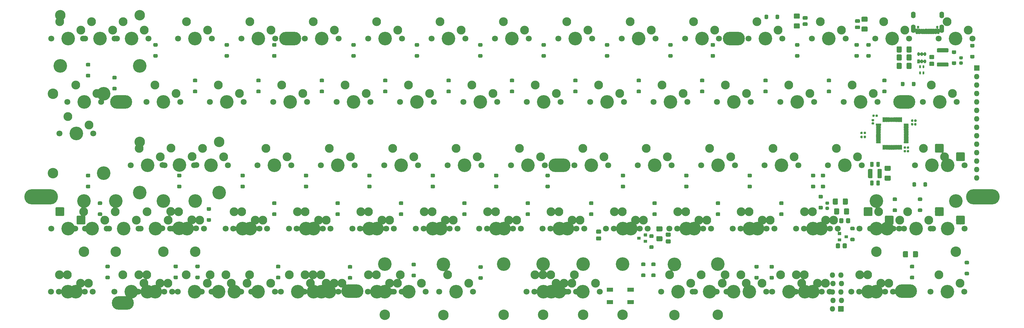
<source format=gts>
G04 #@! TF.GenerationSoftware,KiCad,Pcbnew,(5.1.9)-1*
G04 #@! TF.CreationDate,2021-02-26T14:14:08+09:00*
G04 #@! TF.ProjectId,Joker60-NoArrows,4a6f6b65-7236-4302-9d4e-6f4172726f77,pre-Alpha*
G04 #@! TF.SameCoordinates,Original*
G04 #@! TF.FileFunction,Soldermask,Top*
G04 #@! TF.FilePolarity,Negative*
%FSLAX46Y46*%
G04 Gerber Fmt 4.6, Leading zero omitted, Abs format (unit mm)*
G04 Created by KiCad (PCBNEW (5.1.9)-1) date 2021-02-26 14:14:08*
%MOMM*%
%LPD*%
G01*
G04 APERTURE LIST*
%ADD10C,0.120000*%
%ADD11C,1.803800*%
%ADD12C,2.642000*%
%ADD13C,4.089800*%
%ADD14C,3.150000*%
%ADD15O,1.402000X2.502000*%
%ADD16O,1.402000X2.002000*%
%ADD17C,0.752000*%
%ADD18O,10.102000X4.602001*%
%ADD19O,6.602000X4.102000*%
%ADD20O,1.626000X1.626000*%
%ADD21C,0.254000*%
G04 APERTURE END LIST*
D10*
G04 #@! TO.C,SW74*
X103636990Y-143423365D02*
G75*
G03*
X103636990Y-143423365I-508000J0D01*
G01*
G04 #@! TO.C,SW75*
X83793130Y-145963365D02*
G75*
G03*
X83793130Y-145963365I-508000J0D01*
G01*
G04 #@! TO.C,SW90*
X233813000Y-145963125D02*
G75*
G03*
X233813000Y-145963125I-508000J0D01*
G01*
G04 #@! TO.C,SW48*
X231431750Y-145963365D02*
G75*
G03*
X231431750Y-145963365I-508000J0D01*
G01*
G04 #@! TO.C,SW47*
X250481750Y-145963365D02*
G75*
G03*
X250481750Y-145963365I-508000J0D01*
G01*
G04 #@! TO.C,SW117*
X83693000Y-164941250D02*
G75*
G03*
X83693000Y-164941250I-508000J0D01*
G01*
G04 #@! TO.C,SW116*
X102743000Y-164941250D02*
G75*
G03*
X102743000Y-164941250I-508000J0D01*
G01*
G04 #@! TO.C,SW115*
X121793000Y-164941250D02*
G75*
G03*
X121793000Y-164941250I-508000J0D01*
G01*
G04 #@! TO.C,SW113*
X107505500Y-164941250D02*
G75*
G03*
X107505500Y-164941250I-508000J0D01*
G01*
G04 #@! TO.C,SW108*
X283718000Y-164941250D02*
G75*
G03*
X283718000Y-164941250I-508000J0D01*
G01*
G04 #@! TO.C,SW106*
X326580500Y-164941250D02*
G75*
G03*
X326580500Y-164941250I-508000J0D01*
G01*
G04 #@! TO.C,SW105*
X83693000Y-164941250D02*
G75*
G03*
X83693000Y-164941250I-508000J0D01*
G01*
G04 #@! TO.C,SW104*
X102743000Y-164941250D02*
G75*
G03*
X102743000Y-164941250I-508000J0D01*
G01*
G04 #@! TO.C,SW103*
X121793000Y-164941250D02*
G75*
G03*
X121793000Y-164941250I-508000J0D01*
G01*
G04 #@! TO.C,SW102*
X140843000Y-164941250D02*
G75*
G03*
X140843000Y-164941250I-508000J0D01*
G01*
G04 #@! TO.C,SW101*
X159893000Y-164941250D02*
G75*
G03*
X159893000Y-164941250I-508000J0D01*
G01*
G04 #@! TO.C,SW84*
X140843000Y-164941250D02*
G75*
G03*
X140843000Y-164941250I-508000J0D01*
G01*
G04 #@! TO.C,SW83*
X162274250Y-164941250D02*
G75*
G03*
X162274250Y-164941250I-508000J0D01*
G01*
G04 #@! TO.C,SW82*
X186086750Y-164941250D02*
G75*
G03*
X186086750Y-164941250I-508000J0D01*
G01*
G04 #@! TO.C,SW80*
X178943000Y-164941250D02*
G75*
G03*
X178943000Y-164941250I-508000J0D01*
G01*
G04 #@! TO.C,SW56*
X307530500Y-164941250D02*
G75*
G03*
X307530500Y-164941250I-508000J0D01*
G01*
G04 #@! TO.C,SW54*
X326580500Y-164941250D02*
G75*
G03*
X326580500Y-164941250I-508000J0D01*
G01*
G04 #@! TO.C,SW99*
X119513000Y-145963125D02*
G75*
G03*
X119513000Y-145963125I-508000J0D01*
G01*
G04 #@! TO.C,SW97*
X100463000Y-145963125D02*
G75*
G03*
X100463000Y-145963125I-508000J0D01*
G01*
G04 #@! TO.C,SW95*
X138461750Y-145963125D02*
G75*
G03*
X138461750Y-145963125I-508000J0D01*
G01*
G04 #@! TO.C,SW94*
X157511750Y-145963125D02*
G75*
G03*
X157511750Y-145963125I-508000J0D01*
G01*
G04 #@! TO.C,SW93*
X176561750Y-145963125D02*
G75*
G03*
X176561750Y-145963125I-508000J0D01*
G01*
G04 #@! TO.C,SW92*
X195713000Y-145963125D02*
G75*
G03*
X195713000Y-145963125I-508000J0D01*
G01*
G04 #@! TO.C,SW91*
X214763000Y-145963125D02*
G75*
G03*
X214763000Y-145963125I-508000J0D01*
G01*
G04 #@! TO.C,SW88*
X252863000Y-145963125D02*
G75*
G03*
X252863000Y-145963125I-508000J0D01*
G01*
G04 #@! TO.C,SW87*
X271913000Y-145963125D02*
G75*
G03*
X271913000Y-145963125I-508000J0D01*
G01*
G04 #@! TO.C,SW85*
X290963000Y-145963125D02*
G75*
G03*
X290963000Y-145963125I-508000J0D01*
G01*
G04 #@! TO.C,SW71*
X310013000Y-145963125D02*
G75*
G03*
X310013000Y-145963125I-508000J0D01*
G01*
G04 #@! TO.C,SW69*
X329856750Y-145963125D02*
G75*
G03*
X329856750Y-145963125I-508000J0D01*
G01*
G04 #@! TO.C,SW66*
X348113000Y-145963365D02*
G75*
G03*
X348113000Y-145963365I-508000J0D01*
G01*
G04 #@! TO.C,SW2*
X331444170Y-88813125D02*
G75*
G03*
X331444170Y-88813125I-508000J0D01*
G01*
G04 #@! TO.C,SW44*
X307631750Y-145963125D02*
G75*
G03*
X307631750Y-145963125I-508000J0D01*
G01*
G04 #@! TO.C,SW52*
X155231750Y-145963125D02*
G75*
G03*
X155231750Y-145963125I-508000J0D01*
G01*
G04 #@! TO.C,SW79*
X84591810Y-143415505D02*
G75*
G03*
X84591810Y-143415505I-508000J0D01*
G01*
G04 #@! TO.C,SW78*
X117152070Y-145930105D02*
G75*
G03*
X117152070Y-145930105I-508000J0D01*
G01*
G04 #@! TO.C,SW67*
X288480500Y-164941250D02*
G75*
G03*
X288480500Y-164941250I-508000J0D01*
G01*
G04 #@! TO.C,SW1*
X350494250Y-88813125D02*
G75*
G03*
X350494250Y-88813125I-508000J0D01*
G01*
G04 #@! TO.C,SW29*
X337000506Y-124373093D02*
G75*
G03*
X337000506Y-124373093I-508000J0D01*
G01*
G04 #@! TO.C,SW43*
X326681750Y-145963365D02*
G75*
G03*
X326681750Y-145963365I-508000J0D01*
G01*
G04 #@! TO.C,SW41*
X107606750Y-126913125D02*
G75*
G03*
X107606750Y-126913125I-508000J0D01*
G01*
G04 #@! TO.C,SW53*
X136181750Y-145963365D02*
G75*
G03*
X136181750Y-145963365I-508000J0D01*
G01*
G04 #@! TO.C,SW3*
X312394090Y-88813125D02*
G75*
G03*
X312394090Y-88813125I-508000J0D01*
G01*
G04 #@! TO.C,SW4*
X293344010Y-88813125D02*
G75*
G03*
X293344010Y-88813125I-508000J0D01*
G01*
G04 #@! TO.C,SW5*
X274293930Y-88813125D02*
G75*
G03*
X274293930Y-88813125I-508000J0D01*
G01*
G04 #@! TO.C,SW6*
X255243850Y-88813125D02*
G75*
G03*
X255243850Y-88813125I-508000J0D01*
G01*
G04 #@! TO.C,SW7*
X236193770Y-88813125D02*
G75*
G03*
X236193770Y-88813125I-508000J0D01*
G01*
G04 #@! TO.C,SW8*
X217143690Y-88813125D02*
G75*
G03*
X217143690Y-88813125I-508000J0D01*
G01*
G04 #@! TO.C,SW9*
X198093610Y-88813125D02*
G75*
G03*
X198093610Y-88813125I-508000J0D01*
G01*
G04 #@! TO.C,SW10*
X179043530Y-88813125D02*
G75*
G03*
X179043530Y-88813125I-508000J0D01*
G01*
G04 #@! TO.C,SW11*
X159993450Y-88813125D02*
G75*
G03*
X159993450Y-88813125I-508000J0D01*
G01*
G04 #@! TO.C,SW12*
X140943370Y-88813125D02*
G75*
G03*
X140943370Y-88813125I-508000J0D01*
G01*
G04 #@! TO.C,SW13*
X121893290Y-88813125D02*
G75*
G03*
X121893290Y-88813125I-508000J0D01*
G01*
G04 #@! TO.C,SW16*
X321919130Y-107863205D02*
G75*
G03*
X321919130Y-107863205I-508000J0D01*
G01*
G04 #@! TO.C,SW17*
X302869050Y-107863205D02*
G75*
G03*
X302869050Y-107863205I-508000J0D01*
G01*
G04 #@! TO.C,SW18*
X283818970Y-107863205D02*
G75*
G03*
X283818970Y-107863205I-508000J0D01*
G01*
G04 #@! TO.C,SW19*
X264768890Y-107863205D02*
G75*
G03*
X264768890Y-107863205I-508000J0D01*
G01*
G04 #@! TO.C,SW20*
X245718810Y-107863205D02*
G75*
G03*
X245718810Y-107863205I-508000J0D01*
G01*
G04 #@! TO.C,SW21*
X226668730Y-107863205D02*
G75*
G03*
X226668730Y-107863205I-508000J0D01*
G01*
G04 #@! TO.C,SW22*
X207618650Y-107863205D02*
G75*
G03*
X207618650Y-107863205I-508000J0D01*
G01*
G04 #@! TO.C,SW23*
X188568570Y-107863205D02*
G75*
G03*
X188568570Y-107863205I-508000J0D01*
G01*
G04 #@! TO.C,SW24*
X169518490Y-107863205D02*
G75*
G03*
X169518490Y-107863205I-508000J0D01*
G01*
G04 #@! TO.C,SW25*
X150468410Y-107863205D02*
G75*
G03*
X150468410Y-107863205I-508000J0D01*
G01*
G04 #@! TO.C,SW26*
X131418330Y-107863205D02*
G75*
G03*
X131418330Y-107863205I-508000J0D01*
G01*
G04 #@! TO.C,SW27*
X112368250Y-107863205D02*
G75*
G03*
X112368250Y-107863205I-508000J0D01*
G01*
G04 #@! TO.C,SW30*
X317156610Y-126913285D02*
G75*
G03*
X317156610Y-126913285I-508000J0D01*
G01*
G04 #@! TO.C,SW31*
X298106530Y-126913285D02*
G75*
G03*
X298106530Y-126913285I-508000J0D01*
G01*
G04 #@! TO.C,SW32*
X279056450Y-126913285D02*
G75*
G03*
X279056450Y-126913285I-508000J0D01*
G01*
G04 #@! TO.C,SW33*
X260006370Y-126913285D02*
G75*
G03*
X260006370Y-126913285I-508000J0D01*
G01*
G04 #@! TO.C,SW34*
X240956290Y-126913285D02*
G75*
G03*
X240956290Y-126913285I-508000J0D01*
G01*
G04 #@! TO.C,SW35*
X221906210Y-126913285D02*
G75*
G03*
X221906210Y-126913285I-508000J0D01*
G01*
G04 #@! TO.C,SW37*
X183806050Y-126913285D02*
G75*
G03*
X183806050Y-126913285I-508000J0D01*
G01*
G04 #@! TO.C,SW38*
X164755970Y-126913285D02*
G75*
G03*
X164755970Y-126913285I-508000J0D01*
G01*
G04 #@! TO.C,SW39*
X145705890Y-126913285D02*
G75*
G03*
X145705890Y-126913285I-508000J0D01*
G01*
G04 #@! TO.C,SW40*
X126655810Y-126913285D02*
G75*
G03*
X126655810Y-126913285I-508000J0D01*
G01*
G04 #@! TO.C,SW45*
X288581750Y-145963365D02*
G75*
G03*
X288581750Y-145963365I-508000J0D01*
G01*
G04 #@! TO.C,SW46*
X269531750Y-145963365D02*
G75*
G03*
X269531750Y-145963365I-508000J0D01*
G01*
G04 #@! TO.C,SW49*
X212381750Y-145963365D02*
G75*
G03*
X212381750Y-145963365I-508000J0D01*
G01*
G04 #@! TO.C,SW50*
X193331750Y-145963365D02*
G75*
G03*
X193331750Y-145963365I-508000J0D01*
G01*
G04 #@! TO.C,SW51*
X174281750Y-145963365D02*
G75*
G03*
X174281750Y-145963365I-508000J0D01*
G01*
G04 #@! TO.C,SW64*
X102843210Y-88813125D02*
G75*
G03*
X102843210Y-88813125I-508000J0D01*
G01*
G04 #@! TO.C,SW36*
X202856130Y-126913285D02*
G75*
G03*
X202856130Y-126913285I-508000J0D01*
G01*
G04 #@! TO.C,SW28*
X83794250Y-88813125D02*
G75*
G03*
X83794250Y-88813125I-508000J0D01*
G01*
G04 #@! TO.C,SW74*
X103636990Y-143423365D02*
G75*
G03*
X103636990Y-143423365I-508000J0D01*
G01*
G04 #@! TO.C,SW75*
X83793130Y-145963365D02*
G75*
G03*
X83793130Y-145963365I-508000J0D01*
G01*
G04 #@! TO.C,SW90*
X233813000Y-145963125D02*
G75*
G03*
X233813000Y-145963125I-508000J0D01*
G01*
G04 #@! TO.C,SW48*
X231431750Y-145963365D02*
G75*
G03*
X231431750Y-145963365I-508000J0D01*
G01*
G04 #@! TO.C,SW47*
X250481750Y-145963365D02*
G75*
G03*
X250481750Y-145963365I-508000J0D01*
G01*
G04 #@! TO.C,SW117*
X83693000Y-164941250D02*
G75*
G03*
X83693000Y-164941250I-508000J0D01*
G01*
G04 #@! TO.C,SW116*
X102743000Y-164941250D02*
G75*
G03*
X102743000Y-164941250I-508000J0D01*
G01*
G04 #@! TO.C,SW115*
X121793000Y-164941250D02*
G75*
G03*
X121793000Y-164941250I-508000J0D01*
G01*
G04 #@! TO.C,SW113*
X107505500Y-164941250D02*
G75*
G03*
X107505500Y-164941250I-508000J0D01*
G01*
G04 #@! TO.C,SW108*
X283718000Y-164941250D02*
G75*
G03*
X283718000Y-164941250I-508000J0D01*
G01*
G04 #@! TO.C,SW106*
X326580500Y-164941250D02*
G75*
G03*
X326580500Y-164941250I-508000J0D01*
G01*
G04 #@! TO.C,SW105*
X83693000Y-164941250D02*
G75*
G03*
X83693000Y-164941250I-508000J0D01*
G01*
G04 #@! TO.C,SW104*
X102743000Y-164941250D02*
G75*
G03*
X102743000Y-164941250I-508000J0D01*
G01*
G04 #@! TO.C,SW103*
X121793000Y-164941250D02*
G75*
G03*
X121793000Y-164941250I-508000J0D01*
G01*
G04 #@! TO.C,SW102*
X140843000Y-164941250D02*
G75*
G03*
X140843000Y-164941250I-508000J0D01*
G01*
G04 #@! TO.C,SW101*
X159893000Y-164941250D02*
G75*
G03*
X159893000Y-164941250I-508000J0D01*
G01*
G04 #@! TO.C,SW84*
X140843000Y-164941250D02*
G75*
G03*
X140843000Y-164941250I-508000J0D01*
G01*
G04 #@! TO.C,SW83*
X162274250Y-164941250D02*
G75*
G03*
X162274250Y-164941250I-508000J0D01*
G01*
G04 #@! TO.C,SW82*
X186086750Y-164941250D02*
G75*
G03*
X186086750Y-164941250I-508000J0D01*
G01*
G04 #@! TO.C,SW80*
X178943000Y-164941250D02*
G75*
G03*
X178943000Y-164941250I-508000J0D01*
G01*
G04 #@! TO.C,SW56*
X307530500Y-164941250D02*
G75*
G03*
X307530500Y-164941250I-508000J0D01*
G01*
G04 #@! TO.C,SW54*
X326580500Y-164941250D02*
G75*
G03*
X326580500Y-164941250I-508000J0D01*
G01*
G04 #@! TO.C,SW99*
X119513000Y-145963125D02*
G75*
G03*
X119513000Y-145963125I-508000J0D01*
G01*
G04 #@! TO.C,SW97*
X100463000Y-145963125D02*
G75*
G03*
X100463000Y-145963125I-508000J0D01*
G01*
G04 #@! TO.C,SW95*
X138461750Y-145963125D02*
G75*
G03*
X138461750Y-145963125I-508000J0D01*
G01*
G04 #@! TO.C,SW94*
X157511750Y-145963125D02*
G75*
G03*
X157511750Y-145963125I-508000J0D01*
G01*
G04 #@! TO.C,SW93*
X176561750Y-145963125D02*
G75*
G03*
X176561750Y-145963125I-508000J0D01*
G01*
G04 #@! TO.C,SW92*
X195713000Y-145963125D02*
G75*
G03*
X195713000Y-145963125I-508000J0D01*
G01*
G04 #@! TO.C,SW91*
X214763000Y-145963125D02*
G75*
G03*
X214763000Y-145963125I-508000J0D01*
G01*
G04 #@! TO.C,SW88*
X252863000Y-145963125D02*
G75*
G03*
X252863000Y-145963125I-508000J0D01*
G01*
G04 #@! TO.C,SW87*
X271913000Y-145963125D02*
G75*
G03*
X271913000Y-145963125I-508000J0D01*
G01*
G04 #@! TO.C,SW85*
X290963000Y-145963125D02*
G75*
G03*
X290963000Y-145963125I-508000J0D01*
G01*
G04 #@! TO.C,SW71*
X310013000Y-145963125D02*
G75*
G03*
X310013000Y-145963125I-508000J0D01*
G01*
G04 #@! TO.C,SW69*
X329856750Y-145963125D02*
G75*
G03*
X329856750Y-145963125I-508000J0D01*
G01*
G04 #@! TO.C,SW66*
X348113000Y-145963365D02*
G75*
G03*
X348113000Y-145963365I-508000J0D01*
G01*
G04 #@! TO.C,SW2*
X331444170Y-88813125D02*
G75*
G03*
X331444170Y-88813125I-508000J0D01*
G01*
G04 #@! TO.C,SW44*
X307631750Y-145963125D02*
G75*
G03*
X307631750Y-145963125I-508000J0D01*
G01*
G04 #@! TO.C,SW52*
X155231750Y-145963125D02*
G75*
G03*
X155231750Y-145963125I-508000J0D01*
G01*
G04 #@! TO.C,SW79*
X84591810Y-143415505D02*
G75*
G03*
X84591810Y-143415505I-508000J0D01*
G01*
G04 #@! TO.C,SW78*
X117152070Y-145930105D02*
G75*
G03*
X117152070Y-145930105I-508000J0D01*
G01*
G04 #@! TO.C,SW67*
X288480500Y-164941250D02*
G75*
G03*
X288480500Y-164941250I-508000J0D01*
G01*
G04 #@! TO.C,SW1*
X350494250Y-88813125D02*
G75*
G03*
X350494250Y-88813125I-508000J0D01*
G01*
G04 #@! TO.C,SW29*
X337000506Y-124373093D02*
G75*
G03*
X337000506Y-124373093I-508000J0D01*
G01*
G04 #@! TO.C,SW43*
X326681750Y-145963365D02*
G75*
G03*
X326681750Y-145963365I-508000J0D01*
G01*
G04 #@! TO.C,SW41*
X107606750Y-126913125D02*
G75*
G03*
X107606750Y-126913125I-508000J0D01*
G01*
G04 #@! TO.C,SW53*
X136181750Y-145963365D02*
G75*
G03*
X136181750Y-145963365I-508000J0D01*
G01*
G04 #@! TO.C,SW3*
X312394090Y-88813125D02*
G75*
G03*
X312394090Y-88813125I-508000J0D01*
G01*
G04 #@! TO.C,SW4*
X293344010Y-88813125D02*
G75*
G03*
X293344010Y-88813125I-508000J0D01*
G01*
G04 #@! TO.C,SW5*
X274293930Y-88813125D02*
G75*
G03*
X274293930Y-88813125I-508000J0D01*
G01*
G04 #@! TO.C,SW6*
X255243850Y-88813125D02*
G75*
G03*
X255243850Y-88813125I-508000J0D01*
G01*
G04 #@! TO.C,SW7*
X236193770Y-88813125D02*
G75*
G03*
X236193770Y-88813125I-508000J0D01*
G01*
G04 #@! TO.C,SW8*
X217143690Y-88813125D02*
G75*
G03*
X217143690Y-88813125I-508000J0D01*
G01*
G04 #@! TO.C,SW9*
X198093610Y-88813125D02*
G75*
G03*
X198093610Y-88813125I-508000J0D01*
G01*
G04 #@! TO.C,SW10*
X179043530Y-88813125D02*
G75*
G03*
X179043530Y-88813125I-508000J0D01*
G01*
G04 #@! TO.C,SW11*
X159993450Y-88813125D02*
G75*
G03*
X159993450Y-88813125I-508000J0D01*
G01*
G04 #@! TO.C,SW12*
X140943370Y-88813125D02*
G75*
G03*
X140943370Y-88813125I-508000J0D01*
G01*
G04 #@! TO.C,SW13*
X121893290Y-88813125D02*
G75*
G03*
X121893290Y-88813125I-508000J0D01*
G01*
G04 #@! TO.C,SW16*
X321919130Y-107863205D02*
G75*
G03*
X321919130Y-107863205I-508000J0D01*
G01*
G04 #@! TO.C,SW17*
X302869050Y-107863205D02*
G75*
G03*
X302869050Y-107863205I-508000J0D01*
G01*
G04 #@! TO.C,SW18*
X283818970Y-107863205D02*
G75*
G03*
X283818970Y-107863205I-508000J0D01*
G01*
G04 #@! TO.C,SW19*
X264768890Y-107863205D02*
G75*
G03*
X264768890Y-107863205I-508000J0D01*
G01*
G04 #@! TO.C,SW20*
X245718810Y-107863205D02*
G75*
G03*
X245718810Y-107863205I-508000J0D01*
G01*
G04 #@! TO.C,SW21*
X226668730Y-107863205D02*
G75*
G03*
X226668730Y-107863205I-508000J0D01*
G01*
G04 #@! TO.C,SW22*
X207618650Y-107863205D02*
G75*
G03*
X207618650Y-107863205I-508000J0D01*
G01*
G04 #@! TO.C,SW23*
X188568570Y-107863205D02*
G75*
G03*
X188568570Y-107863205I-508000J0D01*
G01*
G04 #@! TO.C,SW24*
X169518490Y-107863205D02*
G75*
G03*
X169518490Y-107863205I-508000J0D01*
G01*
G04 #@! TO.C,SW25*
X150468410Y-107863205D02*
G75*
G03*
X150468410Y-107863205I-508000J0D01*
G01*
G04 #@! TO.C,SW26*
X131418330Y-107863205D02*
G75*
G03*
X131418330Y-107863205I-508000J0D01*
G01*
G04 #@! TO.C,SW27*
X112368250Y-107863205D02*
G75*
G03*
X112368250Y-107863205I-508000J0D01*
G01*
G04 #@! TO.C,SW30*
X317156610Y-126913285D02*
G75*
G03*
X317156610Y-126913285I-508000J0D01*
G01*
G04 #@! TO.C,SW31*
X298106530Y-126913285D02*
G75*
G03*
X298106530Y-126913285I-508000J0D01*
G01*
G04 #@! TO.C,SW32*
X279056450Y-126913285D02*
G75*
G03*
X279056450Y-126913285I-508000J0D01*
G01*
G04 #@! TO.C,SW33*
X260006370Y-126913285D02*
G75*
G03*
X260006370Y-126913285I-508000J0D01*
G01*
G04 #@! TO.C,SW34*
X240956290Y-126913285D02*
G75*
G03*
X240956290Y-126913285I-508000J0D01*
G01*
G04 #@! TO.C,SW35*
X221906210Y-126913285D02*
G75*
G03*
X221906210Y-126913285I-508000J0D01*
G01*
G04 #@! TO.C,SW37*
X183806050Y-126913285D02*
G75*
G03*
X183806050Y-126913285I-508000J0D01*
G01*
G04 #@! TO.C,SW38*
X164755970Y-126913285D02*
G75*
G03*
X164755970Y-126913285I-508000J0D01*
G01*
G04 #@! TO.C,SW39*
X145705890Y-126913285D02*
G75*
G03*
X145705890Y-126913285I-508000J0D01*
G01*
G04 #@! TO.C,SW40*
X126655810Y-126913285D02*
G75*
G03*
X126655810Y-126913285I-508000J0D01*
G01*
G04 #@! TO.C,SW45*
X288581750Y-145963365D02*
G75*
G03*
X288581750Y-145963365I-508000J0D01*
G01*
G04 #@! TO.C,SW46*
X269531750Y-145963365D02*
G75*
G03*
X269531750Y-145963365I-508000J0D01*
G01*
G04 #@! TO.C,SW49*
X212381750Y-145963365D02*
G75*
G03*
X212381750Y-145963365I-508000J0D01*
G01*
G04 #@! TO.C,SW50*
X193331750Y-145963365D02*
G75*
G03*
X193331750Y-145963365I-508000J0D01*
G01*
G04 #@! TO.C,SW51*
X174281750Y-145963365D02*
G75*
G03*
X174281750Y-145963365I-508000J0D01*
G01*
G04 #@! TO.C,SW64*
X102843210Y-88813125D02*
G75*
G03*
X102843210Y-88813125I-508000J0D01*
G01*
G04 #@! TO.C,SW36*
X202856130Y-126913285D02*
G75*
G03*
X202856130Y-126913285I-508000J0D01*
G01*
G04 #@! TO.C,SW28*
X83794250Y-88813125D02*
G75*
G03*
X83794250Y-88813125I-508000J0D01*
G01*
G04 #@! TD*
G04 #@! TO.C,RVDD1*
G36*
G01*
X325071144Y-132590125D02*
X326387356Y-132590125D01*
G75*
G02*
X326655250Y-132858019I0J-267894D01*
G01*
X326655250Y-133849231D01*
G75*
G02*
X326387356Y-134117125I-267894J0D01*
G01*
X325071144Y-134117125D01*
G75*
G02*
X324803250Y-133849231I0J267894D01*
G01*
X324803250Y-132858019D01*
G75*
G02*
X325071144Y-132590125I267894J0D01*
G01*
G37*
G36*
G01*
X325071144Y-129615125D02*
X326387356Y-129615125D01*
G75*
G02*
X326655250Y-129883019I0J-267894D01*
G01*
X326655250Y-130874231D01*
G75*
G02*
X326387356Y-131142125I-267894J0D01*
G01*
X325071144Y-131142125D01*
G75*
G02*
X324803250Y-130874231I0J267894D01*
G01*
X324803250Y-129883019D01*
G75*
G02*
X325071144Y-129615125I267894J0D01*
G01*
G37*
G04 #@! TD*
G04 #@! TO.C,RSO1*
G36*
G01*
X333311250Y-156908231D02*
X333311250Y-155592019D01*
G75*
G02*
X333579144Y-155324125I267894J0D01*
G01*
X334570356Y-155324125D01*
G75*
G02*
X334838250Y-155592019I0J-267894D01*
G01*
X334838250Y-156908231D01*
G75*
G02*
X334570356Y-157176125I-267894J0D01*
G01*
X333579144Y-157176125D01*
G75*
G02*
X333311250Y-156908231I0J267894D01*
G01*
G37*
G36*
G01*
X330336250Y-156908231D02*
X330336250Y-155592019D01*
G75*
G02*
X330604144Y-155324125I267894J0D01*
G01*
X331595356Y-155324125D01*
G75*
G02*
X331863250Y-155592019I0J-267894D01*
G01*
X331863250Y-156908231D01*
G75*
G02*
X331595356Y-157176125I-267894J0D01*
G01*
X330604144Y-157176125D01*
G75*
G02*
X330336250Y-156908231I0J267894D01*
G01*
G37*
G04 #@! TD*
G04 #@! TO.C,RSI1*
G36*
G01*
X311151500Y-142699494D02*
X311151500Y-144015706D01*
G75*
G02*
X310883606Y-144283600I-267894J0D01*
G01*
X309892394Y-144283600D01*
G75*
G02*
X309624500Y-144015706I0J267894D01*
G01*
X309624500Y-142699494D01*
G75*
G02*
X309892394Y-142431600I267894J0D01*
G01*
X310883606Y-142431600D01*
G75*
G02*
X311151500Y-142699494I0J-267894D01*
G01*
G37*
G36*
G01*
X314126500Y-142699494D02*
X314126500Y-144015706D01*
G75*
G02*
X313858606Y-144283600I-267894J0D01*
G01*
X312867394Y-144283600D01*
G75*
G02*
X312599500Y-144015706I0J267894D01*
G01*
X312599500Y-142699494D01*
G75*
G02*
X312867394Y-142431600I267894J0D01*
G01*
X313858606Y-142431600D01*
G75*
G02*
X314126500Y-142699494I0J-267894D01*
G01*
G37*
G04 #@! TD*
G04 #@! TO.C,RSH2*
G36*
G01*
X297768144Y-86827125D02*
X299084356Y-86827125D01*
G75*
G02*
X299352250Y-87095019I0J-267894D01*
G01*
X299352250Y-88086231D01*
G75*
G02*
X299084356Y-88354125I-267894J0D01*
G01*
X297768144Y-88354125D01*
G75*
G02*
X297500250Y-88086231I0J267894D01*
G01*
X297500250Y-87095019D01*
G75*
G02*
X297768144Y-86827125I267894J0D01*
G01*
G37*
G36*
G01*
X297768144Y-83852125D02*
X299084356Y-83852125D01*
G75*
G02*
X299352250Y-84120019I0J-267894D01*
G01*
X299352250Y-85111231D01*
G75*
G02*
X299084356Y-85379125I-267894J0D01*
G01*
X297768144Y-85379125D01*
G75*
G02*
X297500250Y-85111231I0J267894D01*
G01*
X297500250Y-84120019D01*
G75*
G02*
X297768144Y-83852125I267894J0D01*
G01*
G37*
G04 #@! TD*
G04 #@! TO.C,RSH1*
G36*
G01*
X318118144Y-87777125D02*
X319434356Y-87777125D01*
G75*
G02*
X319702250Y-88045019I0J-267894D01*
G01*
X319702250Y-89036231D01*
G75*
G02*
X319434356Y-89304125I-267894J0D01*
G01*
X318118144Y-89304125D01*
G75*
G02*
X317850250Y-89036231I0J267894D01*
G01*
X317850250Y-88045019D01*
G75*
G02*
X318118144Y-87777125I267894J0D01*
G01*
G37*
G36*
G01*
X318118144Y-84802125D02*
X319434356Y-84802125D01*
G75*
G02*
X319702250Y-85070019I0J-267894D01*
G01*
X319702250Y-86061231D01*
G75*
G02*
X319434356Y-86329125I-267894J0D01*
G01*
X318118144Y-86329125D01*
G75*
G02*
X317850250Y-86061231I0J267894D01*
G01*
X317850250Y-85070019D01*
G75*
G02*
X318118144Y-84802125I267894J0D01*
G01*
G37*
G04 #@! TD*
G04 #@! TO.C,RRST1*
G36*
G01*
X256470824Y-150809545D02*
X257787036Y-150809545D01*
G75*
G02*
X258054930Y-151077439I0J-267894D01*
G01*
X258054930Y-152068651D01*
G75*
G02*
X257787036Y-152336545I-267894J0D01*
G01*
X256470824Y-152336545D01*
G75*
G02*
X256202930Y-152068651I0J267894D01*
G01*
X256202930Y-151077439D01*
G75*
G02*
X256470824Y-150809545I267894J0D01*
G01*
G37*
G36*
G01*
X256470824Y-147834545D02*
X257787036Y-147834545D01*
G75*
G02*
X258054930Y-148102439I0J-267894D01*
G01*
X258054930Y-149093651D01*
G75*
G02*
X257787036Y-149361545I-267894J0D01*
G01*
X256470824Y-149361545D01*
G75*
G02*
X256202930Y-149093651I0J267894D01*
G01*
X256202930Y-148102439D01*
G75*
G02*
X256470824Y-147834545I267894J0D01*
G01*
G37*
G04 #@! TD*
G04 #@! TO.C,RPU1*
G36*
G01*
X331406250Y-100266231D02*
X331406250Y-98950019D01*
G75*
G02*
X331674144Y-98682125I267894J0D01*
G01*
X332665356Y-98682125D01*
G75*
G02*
X332933250Y-98950019I0J-267894D01*
G01*
X332933250Y-100266231D01*
G75*
G02*
X332665356Y-100534125I-267894J0D01*
G01*
X331674144Y-100534125D01*
G75*
G02*
X331406250Y-100266231I0J267894D01*
G01*
G37*
G36*
G01*
X328431250Y-100266231D02*
X328431250Y-98950019D01*
G75*
G02*
X328699144Y-98682125I267894J0D01*
G01*
X329690356Y-98682125D01*
G75*
G02*
X329958250Y-98950019I0J-267894D01*
G01*
X329958250Y-100266231D01*
G75*
G02*
X329690356Y-100534125I-267894J0D01*
G01*
X328699144Y-100534125D01*
G75*
G02*
X328431250Y-100266231I0J267894D01*
G01*
G37*
G04 #@! TD*
G04 #@! TO.C,RL1*
G36*
G01*
X310781250Y-139717019D02*
X310781250Y-141033231D01*
G75*
G02*
X310513356Y-141301125I-267894J0D01*
G01*
X309522144Y-141301125D01*
G75*
G02*
X309254250Y-141033231I0J267894D01*
G01*
X309254250Y-139717019D01*
G75*
G02*
X309522144Y-139449125I267894J0D01*
G01*
X310513356Y-139449125D01*
G75*
G02*
X310781250Y-139717019I0J-267894D01*
G01*
G37*
G36*
G01*
X313756250Y-139717019D02*
X313756250Y-141033231D01*
G75*
G02*
X313488356Y-141301125I-267894J0D01*
G01*
X312497144Y-141301125D01*
G75*
G02*
X312229250Y-141033231I0J267894D01*
G01*
X312229250Y-139717019D01*
G75*
G02*
X312497144Y-139449125I267894J0D01*
G01*
X313488356Y-139449125D01*
G75*
G02*
X313756250Y-139717019I0J-267894D01*
G01*
G37*
G04 #@! TD*
G04 #@! TO.C,RCC2*
G36*
G01*
X331406250Y-97726231D02*
X331406250Y-96410019D01*
G75*
G02*
X331674144Y-96142125I267894J0D01*
G01*
X332665356Y-96142125D01*
G75*
G02*
X332933250Y-96410019I0J-267894D01*
G01*
X332933250Y-97726231D01*
G75*
G02*
X332665356Y-97994125I-267894J0D01*
G01*
X331674144Y-97994125D01*
G75*
G02*
X331406250Y-97726231I0J267894D01*
G01*
G37*
G36*
G01*
X328431250Y-97726231D02*
X328431250Y-96410019D01*
G75*
G02*
X328699144Y-96142125I267894J0D01*
G01*
X329690356Y-96142125D01*
G75*
G02*
X329958250Y-96410019I0J-267894D01*
G01*
X329958250Y-97726231D01*
G75*
G02*
X329690356Y-97994125I-267894J0D01*
G01*
X328699144Y-97994125D01*
G75*
G02*
X328431250Y-97726231I0J267894D01*
G01*
G37*
G04 #@! TD*
G04 #@! TO.C,RCC1*
G36*
G01*
X331406250Y-95313231D02*
X331406250Y-93997019D01*
G75*
G02*
X331674144Y-93729125I267894J0D01*
G01*
X332665356Y-93729125D01*
G75*
G02*
X332933250Y-93997019I0J-267894D01*
G01*
X332933250Y-95313231D01*
G75*
G02*
X332665356Y-95581125I-267894J0D01*
G01*
X331674144Y-95581125D01*
G75*
G02*
X331406250Y-95313231I0J267894D01*
G01*
G37*
G36*
G01*
X328431250Y-95313231D02*
X328431250Y-93997019D01*
G75*
G02*
X328699144Y-93729125I267894J0D01*
G01*
X329690356Y-93729125D01*
G75*
G02*
X329958250Y-93997019I0J-267894D01*
G01*
X329958250Y-95313231D01*
G75*
G02*
X329690356Y-95581125I-267894J0D01*
G01*
X328699144Y-95581125D01*
G75*
G02*
X328431250Y-95313231I0J267894D01*
G01*
G37*
G04 #@! TD*
D11*
G04 #@! TO.C,SW74*
X100588990Y-148503365D03*
X110748990Y-148503365D03*
D12*
X103128990Y-143423365D03*
X109478990Y-145963365D03*
D13*
X105668990Y-148503365D03*
G04 #@! TD*
G04 #@! TO.C,SW75*
G36*
G01*
X84209830Y-147284365D02*
X82360430Y-147284365D01*
G75*
G02*
X81964130Y-146888065I0J396300D01*
G01*
X81964130Y-145038665D01*
G75*
G02*
X82360430Y-144642365I396300J0D01*
G01*
X84209830Y-144642365D01*
G75*
G02*
X84606130Y-145038665I0J-396300D01*
G01*
X84606130Y-146888065D01*
G75*
G02*
X84209830Y-147284365I-396300J0D01*
G01*
G37*
G36*
G01*
X75614130Y-144348065D02*
X75614130Y-142498665D01*
G75*
G02*
X76010430Y-142102365I396300J0D01*
G01*
X77859830Y-142102365D01*
G75*
G02*
X78256130Y-142498665I0J-396300D01*
G01*
X78256130Y-144348065D01*
G75*
G02*
X77859830Y-144744365I-396300J0D01*
G01*
X76010430Y-144744365D01*
G75*
G02*
X75614130Y-144348065I0J396300D01*
G01*
G37*
D11*
X74395130Y-148503365D03*
X84555130Y-148503365D03*
D13*
X79475130Y-148503365D03*
G04 #@! TD*
D12*
G04 #@! TO.C,SW90*
X233305000Y-145963125D03*
X226955000Y-143423125D03*
D11*
X224415000Y-148503125D03*
X234575000Y-148503125D03*
D13*
X229495000Y-148503125D03*
G04 #@! TD*
D12*
G04 #@! TO.C,SW48*
X230923750Y-145963365D03*
X224573750Y-143423365D03*
D11*
X222033750Y-148503365D03*
X232193750Y-148503365D03*
D13*
X227113750Y-148503365D03*
G04 #@! TD*
D12*
G04 #@! TO.C,SW47*
X249973750Y-145963365D03*
X243623750Y-143423365D03*
D11*
X241083750Y-148503365D03*
X251243750Y-148503365D03*
D13*
X246163750Y-148503365D03*
G04 #@! TD*
G04 #@! TO.C,D70*
G36*
G01*
X254945300Y-162033400D02*
X255696300Y-162033400D01*
G75*
G02*
X255971800Y-162308900I0J-275500D01*
G01*
X255971800Y-162859900D01*
G75*
G02*
X255696300Y-163135400I-275500J0D01*
G01*
X254945300Y-163135400D01*
G75*
G02*
X254669800Y-162859900I0J275500D01*
G01*
X254669800Y-162308900D01*
G75*
G02*
X254945300Y-162033400I275500J0D01*
G01*
G37*
G36*
G01*
X254945300Y-158733400D02*
X255696300Y-158733400D01*
G75*
G02*
X255971800Y-159008900I0J-275500D01*
G01*
X255971800Y-159559900D01*
G75*
G02*
X255696300Y-159835400I-275500J0D01*
G01*
X254945300Y-159835400D01*
G75*
G02*
X254669800Y-159559900I0J275500D01*
G01*
X254669800Y-159008900D01*
G75*
G02*
X254945300Y-158733400I275500J0D01*
G01*
G37*
G04 #@! TD*
D11*
G04 #@! TO.C,SW112*
X119538750Y-167481250D03*
X129698750Y-167481250D03*
D12*
X122078750Y-162401250D03*
X128428750Y-164941250D03*
D13*
X124618750Y-167481250D03*
G04 #@! TD*
D11*
G04 #@! TO.C,SW59*
X100488750Y-167481250D03*
X110648750Y-167481250D03*
D12*
X103028750Y-162401250D03*
X109378750Y-164941250D03*
D13*
X105568750Y-167481250D03*
G04 #@! TD*
D12*
G04 #@! TO.C,SW117*
X83185000Y-164941250D03*
X76835000Y-162401250D03*
D11*
X74295000Y-167481250D03*
X84455000Y-167481250D03*
D13*
X79375000Y-167481250D03*
G04 #@! TD*
D12*
G04 #@! TO.C,SW116*
X102235000Y-164941250D03*
X95885000Y-162401250D03*
D11*
X93345000Y-167481250D03*
X103505000Y-167481250D03*
D13*
X98425000Y-167481250D03*
G04 #@! TD*
D12*
G04 #@! TO.C,SW115*
X121285000Y-164941250D03*
X114935000Y-162401250D03*
D11*
X112395000Y-167481250D03*
X122555000Y-167481250D03*
D13*
X117475000Y-167481250D03*
G04 #@! TD*
D11*
G04 #@! TO.C,SW114*
X76676250Y-167481250D03*
X86836250Y-167481250D03*
D12*
X79216250Y-162401250D03*
X85566250Y-164941250D03*
D13*
X81756250Y-167481250D03*
G04 #@! TD*
D12*
G04 #@! TO.C,SW113*
X106997500Y-164941250D03*
X100647500Y-162401250D03*
D11*
X98107500Y-167481250D03*
X108267500Y-167481250D03*
D13*
X103187500Y-167481250D03*
G04 #@! TD*
D11*
G04 #@! TO.C,SW111*
X143351250Y-167481250D03*
X153511250Y-167481250D03*
D12*
X145891250Y-162401250D03*
X152241250Y-164941250D03*
D13*
X148431250Y-167481250D03*
G04 #@! TD*
D11*
G04 #@! TO.C,SW110*
X167163750Y-167481250D03*
X177323750Y-167481250D03*
D12*
X169703750Y-162401250D03*
X176053750Y-164941250D03*
D13*
X172243750Y-167481250D03*
G04 #@! TD*
G04 #@! TO.C,SW109*
X192219580Y-159256730D03*
X261660640Y-159256730D03*
D14*
X261660640Y-174496730D03*
X192219580Y-174496730D03*
D11*
X221932500Y-167481250D03*
X232092500Y-167481250D03*
D12*
X224472500Y-162401250D03*
X230822500Y-164941250D03*
D13*
X227012500Y-167481250D03*
G04 #@! TD*
D12*
G04 #@! TO.C,SW108*
X283210000Y-164941250D03*
X276860000Y-162401250D03*
D11*
X274320000Y-167481250D03*
X284480000Y-167481250D03*
D13*
X279400000Y-167481250D03*
G04 #@! TD*
D11*
G04 #@! TO.C,SW107*
X295751250Y-167481250D03*
X305911250Y-167481250D03*
D12*
X298291250Y-162401250D03*
X304641250Y-164941250D03*
D13*
X300831250Y-167481250D03*
G04 #@! TD*
D12*
G04 #@! TO.C,SW106*
X326072500Y-164941250D03*
X319722500Y-162401250D03*
D11*
X317182500Y-167481250D03*
X327342500Y-167481250D03*
D13*
X322262500Y-167481250D03*
G04 #@! TD*
D12*
G04 #@! TO.C,SW105*
X83185000Y-164941250D03*
X76835000Y-162401250D03*
D11*
X74295000Y-167481250D03*
X84455000Y-167481250D03*
D13*
X79375000Y-167481250D03*
G04 #@! TD*
D12*
G04 #@! TO.C,SW104*
X102235000Y-164941250D03*
X95885000Y-162401250D03*
D11*
X93345000Y-167481250D03*
X103505000Y-167481250D03*
D13*
X98425000Y-167481250D03*
G04 #@! TD*
D12*
G04 #@! TO.C,SW103*
X121285000Y-164941250D03*
X114935000Y-162401250D03*
D11*
X112395000Y-167481250D03*
X122555000Y-167481250D03*
D13*
X117475000Y-167481250D03*
G04 #@! TD*
D12*
G04 #@! TO.C,SW102*
X140335000Y-164941250D03*
X133985000Y-162401250D03*
D11*
X131445000Y-167481250D03*
X141605000Y-167481250D03*
D13*
X136525000Y-167481250D03*
G04 #@! TD*
D12*
G04 #@! TO.C,SW101*
X159385000Y-164941250D03*
X153035000Y-162401250D03*
D11*
X150495000Y-167481250D03*
X160655000Y-167481250D03*
D13*
X155575000Y-167481250D03*
G04 #@! TD*
G04 #@! TO.C,SW100*
X174593250Y-159226250D03*
X274669250Y-159226250D03*
D14*
X274669250Y-174466250D03*
X174593250Y-174466250D03*
D11*
X219551250Y-167481250D03*
X229711250Y-167481250D03*
D12*
X222091250Y-162401250D03*
X228441250Y-164941250D03*
D13*
X224631250Y-167481250D03*
G04 #@! TD*
G04 #@! TO.C,SW86*
X234188000Y-159226250D03*
X210312000Y-159226250D03*
D14*
X210312000Y-174466250D03*
X234188000Y-174466250D03*
D11*
X217170000Y-167481250D03*
X227330000Y-167481250D03*
D12*
X219710000Y-162401250D03*
X226060000Y-164941250D03*
D13*
X222250000Y-167481250D03*
G04 #@! TD*
D12*
G04 #@! TO.C,SW84*
X140335000Y-164941250D03*
X133985000Y-162401250D03*
D11*
X131445000Y-167481250D03*
X141605000Y-167481250D03*
D13*
X136525000Y-167481250D03*
G04 #@! TD*
D12*
G04 #@! TO.C,SW83*
X161766250Y-164941250D03*
X155416250Y-162401250D03*
D11*
X152876250Y-167481250D03*
X163036250Y-167481250D03*
D13*
X157956250Y-167481250D03*
G04 #@! TD*
D12*
G04 #@! TO.C,SW82*
X185578750Y-164941250D03*
X179228750Y-162401250D03*
D11*
X176688750Y-167481250D03*
X186848750Y-167481250D03*
D13*
X181768750Y-167481250D03*
G04 #@! TD*
D12*
G04 #@! TO.C,SW80*
X178435000Y-164941250D03*
X172085000Y-162401250D03*
D11*
X169545000Y-167481250D03*
X179705000Y-167481250D03*
D13*
X174625000Y-167481250D03*
G04 #@! TD*
D11*
G04 #@! TO.C,SW70*
X257651250Y-167481250D03*
X267811250Y-167481250D03*
D12*
X260191250Y-162401250D03*
X266541250Y-164941250D03*
D13*
X262731250Y-167481250D03*
G04 #@! TD*
D11*
G04 #@! TO.C,SW61*
X338613750Y-167481250D03*
X348773750Y-167481250D03*
D12*
X341153750Y-162401250D03*
X347503750Y-164941250D03*
D13*
X343693750Y-167481250D03*
G04 #@! TD*
D12*
G04 #@! TO.C,SW56*
X307022500Y-164941250D03*
X300672500Y-162401250D03*
D11*
X298132500Y-167481250D03*
X308292500Y-167481250D03*
D13*
X303212500Y-167481250D03*
G04 #@! TD*
D12*
G04 #@! TO.C,SW54*
X326072500Y-164941250D03*
X319722500Y-162401250D03*
D11*
X317182500Y-167481250D03*
X327342500Y-167481250D03*
D13*
X322262500Y-167481250D03*
G04 #@! TD*
G04 #@! TO.C,D69*
G36*
G01*
X163759300Y-162795400D02*
X164510300Y-162795400D01*
G75*
G02*
X164785800Y-163070900I0J-275500D01*
G01*
X164785800Y-163621900D01*
G75*
G02*
X164510300Y-163897400I-275500J0D01*
G01*
X163759300Y-163897400D01*
G75*
G02*
X163483800Y-163621900I0J275500D01*
G01*
X163483800Y-163070900D01*
G75*
G02*
X163759300Y-162795400I275500J0D01*
G01*
G37*
G36*
G01*
X163759300Y-159495400D02*
X164510300Y-159495400D01*
G75*
G02*
X164785800Y-159770900I0J-275500D01*
G01*
X164785800Y-160321900D01*
G75*
G02*
X164510300Y-160597400I-275500J0D01*
G01*
X163759300Y-160597400D01*
G75*
G02*
X163483800Y-160321900I0J275500D01*
G01*
X163483800Y-159770900D01*
G75*
G02*
X163759300Y-159495400I275500J0D01*
G01*
G37*
G04 #@! TD*
D12*
G04 #@! TO.C,SW99*
X119005000Y-145963125D03*
X112655000Y-143423125D03*
D11*
X110115000Y-148503125D03*
X120275000Y-148503125D03*
D13*
X115195000Y-148503125D03*
G04 #@! TD*
G04 #@! TO.C,SW98*
X322331950Y-140248365D03*
X346207950Y-140248365D03*
D14*
X346207950Y-155488365D03*
X322331950Y-155488365D03*
D11*
X329189950Y-148503365D03*
X339349950Y-148503365D03*
D12*
X331729950Y-143423365D03*
X338079950Y-145963365D03*
D13*
X334269950Y-148503365D03*
G04 #@! TD*
D12*
G04 #@! TO.C,SW97*
X99955000Y-145963125D03*
X93605000Y-143423125D03*
D11*
X91065000Y-148503125D03*
X101225000Y-148503125D03*
D13*
X96145000Y-148503125D03*
G04 #@! TD*
G04 #@! TO.C,SW96*
X93732000Y-140248125D03*
X117608000Y-140248125D03*
D14*
X117608000Y-155488125D03*
X93732000Y-155488125D03*
D11*
X100590000Y-148503125D03*
X110750000Y-148503125D03*
D12*
X103130000Y-143423125D03*
X109480000Y-145963125D03*
D13*
X105670000Y-148503125D03*
G04 #@! TD*
D12*
G04 #@! TO.C,SW95*
X137953750Y-145963125D03*
X131603750Y-143423125D03*
D11*
X129063750Y-148503125D03*
X139223750Y-148503125D03*
D13*
X134143750Y-148503125D03*
G04 #@! TD*
D12*
G04 #@! TO.C,SW94*
X157003750Y-145963125D03*
X150653750Y-143423125D03*
D11*
X148113750Y-148503125D03*
X158273750Y-148503125D03*
D13*
X153193750Y-148503125D03*
G04 #@! TD*
D12*
G04 #@! TO.C,SW93*
X176053750Y-145963125D03*
X169703750Y-143423125D03*
D11*
X167163750Y-148503125D03*
X177323750Y-148503125D03*
D13*
X172243750Y-148503125D03*
G04 #@! TD*
D12*
G04 #@! TO.C,SW92*
X195205000Y-145963125D03*
X188855000Y-143423125D03*
D11*
X186315000Y-148503125D03*
X196475000Y-148503125D03*
D13*
X191395000Y-148503125D03*
G04 #@! TD*
D12*
G04 #@! TO.C,SW91*
X214255000Y-145963125D03*
X207905000Y-143423125D03*
D11*
X205365000Y-148503125D03*
X215525000Y-148503125D03*
D13*
X210445000Y-148503125D03*
G04 #@! TD*
D12*
G04 #@! TO.C,SW88*
X252355000Y-145963125D03*
X246005000Y-143423125D03*
D11*
X243465000Y-148503125D03*
X253625000Y-148503125D03*
D13*
X248545000Y-148503125D03*
G04 #@! TD*
D12*
G04 #@! TO.C,SW87*
X271405000Y-145963125D03*
X265055000Y-143423125D03*
D11*
X262515000Y-148503125D03*
X272675000Y-148503125D03*
D13*
X267595000Y-148503125D03*
G04 #@! TD*
D12*
G04 #@! TO.C,SW85*
X290455000Y-145963125D03*
X284105000Y-143423125D03*
D11*
X281565000Y-148503125D03*
X291725000Y-148503125D03*
D13*
X286645000Y-148503125D03*
G04 #@! TD*
D12*
G04 #@! TO.C,SW71*
X309505000Y-145963125D03*
X303155000Y-143423125D03*
D11*
X300615000Y-148503125D03*
X310775000Y-148503125D03*
D13*
X305695000Y-148503125D03*
G04 #@! TD*
D12*
G04 #@! TO.C,SW69*
X329348750Y-145963125D03*
X322998750Y-143423125D03*
D11*
X320458750Y-148503125D03*
X330618750Y-148503125D03*
D13*
X325538750Y-148503125D03*
G04 #@! TD*
D12*
G04 #@! TO.C,SW66*
X347605000Y-145963365D03*
X341255000Y-143423365D03*
D11*
X338715000Y-148503365D03*
X348875000Y-148503365D03*
D13*
X343795000Y-148503365D03*
G04 #@! TD*
D12*
G04 #@! TO.C,SW2*
X330936170Y-88813125D03*
X324586170Y-86273125D03*
D11*
X322046170Y-91353125D03*
X332206170Y-91353125D03*
D13*
X327126170Y-91353125D03*
G04 #@! TD*
D12*
G04 #@! TO.C,SW44*
X307123750Y-145963125D03*
X300773750Y-143423125D03*
D11*
X298233750Y-148503125D03*
X308393750Y-148503125D03*
D13*
X303313750Y-148503125D03*
G04 #@! TD*
D11*
G04 #@! TO.C,SW60*
X76676250Y-167481250D03*
X86836250Y-167481250D03*
D12*
X79216250Y-162401250D03*
X85566250Y-164941250D03*
D13*
X81756250Y-167481250D03*
G04 #@! TD*
D12*
G04 #@! TO.C,SW52*
X154723750Y-145963125D03*
X148373750Y-143423125D03*
D11*
X145833750Y-148503125D03*
X155993750Y-148503125D03*
D13*
X150913750Y-148503125D03*
G04 #@! TD*
G04 #@! TO.C,SW77*
X100939250Y-137657325D03*
X124815250Y-137657325D03*
D14*
X124815250Y-122417325D03*
X100939250Y-122417325D03*
D11*
X107797250Y-129402325D03*
X117957250Y-129402325D03*
D12*
X110337250Y-124322325D03*
X116687250Y-126862325D03*
D13*
X112877250Y-129402325D03*
G04 #@! TD*
D11*
G04 #@! TO.C,SW62*
X290988750Y-167481250D03*
X301148750Y-167481250D03*
D12*
X293528750Y-162401250D03*
X299878750Y-164941250D03*
D13*
X296068750Y-167481250D03*
G04 #@! TD*
D11*
G04 #@! TO.C,SW68*
X148113750Y-167481250D03*
X158273750Y-167481250D03*
D12*
X150653750Y-162401250D03*
X157003750Y-164941250D03*
D13*
X153193750Y-167481250D03*
G04 #@! TD*
D11*
G04 #@! TO.C,SW89*
X190976250Y-167481250D03*
X201136250Y-167481250D03*
D12*
X193516250Y-162401250D03*
X199866250Y-164941250D03*
D13*
X196056250Y-167481250D03*
G04 #@! TD*
D11*
G04 #@! TO.C,SW81*
X267176250Y-167481250D03*
X277336250Y-167481250D03*
D12*
X269716250Y-162401250D03*
X276066250Y-164941250D03*
D13*
X272256250Y-167481250D03*
G04 #@! TD*
D11*
G04 #@! TO.C,SW79*
X81543810Y-148495505D03*
X91703810Y-148495505D03*
D12*
X84083810Y-143415505D03*
X90433810Y-145955505D03*
D13*
X86623810Y-148495505D03*
G04 #@! TD*
D12*
G04 #@! TO.C,SW78*
X116644070Y-145930105D03*
X110294070Y-143390105D03*
D11*
X107754070Y-148470105D03*
X117914070Y-148470105D03*
D13*
X112834070Y-148470105D03*
G04 #@! TD*
D11*
G04 #@! TO.C,SW76*
X79151130Y-110431065D03*
X89311130Y-110431065D03*
D12*
X81691130Y-105351065D03*
X88041130Y-107891065D03*
D13*
X84231130Y-110431065D03*
G04 #@! TD*
G04 #@! TO.C,SW73*
X346207950Y-140248365D03*
X322331950Y-140248365D03*
D14*
X322331950Y-155488365D03*
X346207950Y-155488365D03*
D11*
X329189950Y-148503365D03*
X339349950Y-148503365D03*
D12*
X331729950Y-143423365D03*
X338079950Y-145963365D03*
D13*
X334269950Y-148503365D03*
G04 #@! TD*
G04 #@! TO.C,SW72*
X108083000Y-140248125D03*
X84207000Y-140248125D03*
D14*
X84207000Y-155488125D03*
X108083000Y-155488125D03*
D11*
X91065000Y-148503125D03*
X101225000Y-148503125D03*
D12*
X93605000Y-143423125D03*
X99955000Y-145963125D03*
D13*
X96145000Y-148503125D03*
G04 #@! TD*
D12*
G04 #@! TO.C,SW67*
X287972500Y-164941250D03*
X281622500Y-162401250D03*
D11*
X279082500Y-167481250D03*
X289242500Y-167481250D03*
D13*
X284162500Y-167481250D03*
G04 #@! TD*
D11*
G04 #@! TO.C,SW58*
X124301250Y-167481250D03*
X134461250Y-167481250D03*
D12*
X126841250Y-162401250D03*
X133191250Y-164941250D03*
D13*
X129381250Y-167481250D03*
G04 #@! TD*
G04 #@! TO.C,SW57*
X246094250Y-159226250D03*
X222218250Y-159226250D03*
D14*
X222218250Y-174466250D03*
X246094250Y-174466250D03*
D11*
X229076250Y-167481250D03*
X239236250Y-167481250D03*
D12*
X231616250Y-162401250D03*
X237966250Y-164941250D03*
D13*
X234156250Y-167481250D03*
G04 #@! TD*
D11*
G04 #@! TO.C,SW55*
X314801250Y-167481250D03*
X324961250Y-167481250D03*
D12*
X317341250Y-162401250D03*
X323691250Y-164941250D03*
D13*
X319881250Y-167481250D03*
G04 #@! TD*
D12*
G04 #@! TO.C,SW1*
X349986250Y-88813125D03*
X343636250Y-86273125D03*
D11*
X341096250Y-91353125D03*
X351256250Y-91353125D03*
D13*
X346176250Y-91353125D03*
G04 #@! TD*
G04 #@! TO.C,D68*
G36*
G01*
X92981850Y-105883645D02*
X93732850Y-105883645D01*
G75*
G02*
X94008350Y-106159145I0J-275500D01*
G01*
X94008350Y-106710145D01*
G75*
G02*
X93732850Y-106985645I-275500J0D01*
G01*
X92981850Y-106985645D01*
G75*
G02*
X92706350Y-106710145I0J275500D01*
G01*
X92706350Y-106159145D01*
G75*
G02*
X92981850Y-105883645I275500J0D01*
G01*
G37*
G36*
G01*
X92981850Y-102583645D02*
X93732850Y-102583645D01*
G75*
G02*
X94008350Y-102859145I0J-275500D01*
G01*
X94008350Y-103410145D01*
G75*
G02*
X93732850Y-103685645I-275500J0D01*
G01*
X92981850Y-103685645D01*
G75*
G02*
X92706350Y-103410145I0J275500D01*
G01*
X92706350Y-102859145D01*
G75*
G02*
X92981850Y-102583645I275500J0D01*
G01*
G37*
G04 #@! TD*
G04 #@! TO.C,D67*
G36*
G01*
X182910900Y-162084200D02*
X183661900Y-162084200D01*
G75*
G02*
X183937400Y-162359700I0J-275500D01*
G01*
X183937400Y-162910700D01*
G75*
G02*
X183661900Y-163186200I-275500J0D01*
G01*
X182910900Y-163186200D01*
G75*
G02*
X182635400Y-162910700I0J275500D01*
G01*
X182635400Y-162359700D01*
G75*
G02*
X182910900Y-162084200I275500J0D01*
G01*
G37*
G36*
G01*
X182910900Y-158784200D02*
X183661900Y-158784200D01*
G75*
G02*
X183937400Y-159059700I0J-275500D01*
G01*
X183937400Y-159610700D01*
G75*
G02*
X183661900Y-159886200I-275500J0D01*
G01*
X182910900Y-159886200D01*
G75*
G02*
X182635400Y-159610700I0J275500D01*
G01*
X182635400Y-159059700D01*
G75*
G02*
X182910900Y-158784200I275500J0D01*
G01*
G37*
G04 #@! TD*
G04 #@! TO.C,D66*
G36*
G01*
X203014650Y-162815205D02*
X203765650Y-162815205D01*
G75*
G02*
X204041150Y-163090705I0J-275500D01*
G01*
X204041150Y-163641705D01*
G75*
G02*
X203765650Y-163917205I-275500J0D01*
G01*
X203014650Y-163917205D01*
G75*
G02*
X202739150Y-163641705I0J275500D01*
G01*
X202739150Y-163090705D01*
G75*
G02*
X203014650Y-162815205I275500J0D01*
G01*
G37*
G36*
G01*
X203014650Y-159515205D02*
X203765650Y-159515205D01*
G75*
G02*
X204041150Y-159790705I0J-275500D01*
G01*
X204041150Y-160341705D01*
G75*
G02*
X203765650Y-160617205I-275500J0D01*
G01*
X203014650Y-160617205D01*
G75*
G02*
X202739150Y-160341705I0J275500D01*
G01*
X202739150Y-159790705D01*
G75*
G02*
X203014650Y-159515205I275500J0D01*
G01*
G37*
G04 #@! TD*
G04 #@! TO.C,D64*
G36*
G01*
X285963430Y-162716145D02*
X286714430Y-162716145D01*
G75*
G02*
X286989930Y-162991645I0J-275500D01*
G01*
X286989930Y-163542645D01*
G75*
G02*
X286714430Y-163818145I-275500J0D01*
G01*
X285963430Y-163818145D01*
G75*
G02*
X285687930Y-163542645I0J275500D01*
G01*
X285687930Y-162991645D01*
G75*
G02*
X285963430Y-162716145I275500J0D01*
G01*
G37*
G36*
G01*
X285963430Y-159416145D02*
X286714430Y-159416145D01*
G75*
G02*
X286989930Y-159691645I0J-275500D01*
G01*
X286989930Y-160242645D01*
G75*
G02*
X286714430Y-160518145I-275500J0D01*
G01*
X285963430Y-160518145D01*
G75*
G02*
X285687930Y-160242645I0J275500D01*
G01*
X285687930Y-159691645D01*
G75*
G02*
X285963430Y-159416145I275500J0D01*
G01*
G37*
G04 #@! TD*
G04 #@! TO.C,L1*
G36*
G01*
X335276250Y-101250125D02*
X335676250Y-101250125D01*
G75*
G02*
X335727250Y-101301125I0J-51000D01*
G01*
X335727250Y-102051125D01*
G75*
G02*
X335676250Y-102102125I-51000J0D01*
G01*
X335276250Y-102102125D01*
G75*
G02*
X335225250Y-102051125I0J51000D01*
G01*
X335225250Y-101301125D01*
G75*
G02*
X335276250Y-101250125I51000J0D01*
G01*
G37*
G36*
G01*
X335276250Y-99400125D02*
X335676250Y-99400125D01*
G75*
G02*
X335727250Y-99451125I0J-51000D01*
G01*
X335727250Y-100201125D01*
G75*
G02*
X335676250Y-100252125I-51000J0D01*
G01*
X335276250Y-100252125D01*
G75*
G02*
X335225250Y-100201125I0J51000D01*
G01*
X335225250Y-99451125D01*
G75*
G02*
X335276250Y-99400125I51000J0D01*
G01*
G37*
G36*
G01*
X336350750Y-99400125D02*
X336601750Y-99400125D01*
G75*
G02*
X336727250Y-99525625I0J-125500D01*
G01*
X336727250Y-100126625D01*
G75*
G02*
X336601750Y-100252125I-125500J0D01*
G01*
X336350750Y-100252125D01*
G75*
G02*
X336225250Y-100126625I0J125500D01*
G01*
X336225250Y-99525625D01*
G75*
G02*
X336350750Y-99400125I125500J0D01*
G01*
G37*
G36*
G01*
X336276250Y-101250125D02*
X336676250Y-101250125D01*
G75*
G02*
X336727250Y-101301125I0J-51000D01*
G01*
X336727250Y-102051125D01*
G75*
G02*
X336676250Y-102102125I-51000J0D01*
G01*
X336276250Y-102102125D01*
G75*
G02*
X336225250Y-102051125I0J51000D01*
G01*
X336225250Y-101301125D01*
G75*
G02*
X336276250Y-101250125I51000J0D01*
G01*
G37*
G04 #@! TD*
G04 #@! TO.C,L3*
G36*
G01*
X322643250Y-133098725D02*
X322643250Y-130887525D01*
G75*
G02*
X322913650Y-130617125I270400J0D01*
G01*
X323724850Y-130617125D01*
G75*
G02*
X323995250Y-130887525I0J-270400D01*
G01*
X323995250Y-133098725D01*
G75*
G02*
X323724850Y-133369125I-270400J0D01*
G01*
X322913650Y-133369125D01*
G75*
G02*
X322643250Y-133098725I0J270400D01*
G01*
G37*
G36*
G01*
X319843250Y-133098725D02*
X319843250Y-130887525D01*
G75*
G02*
X320113650Y-130617125I270400J0D01*
G01*
X320924850Y-130617125D01*
G75*
G02*
X321195250Y-130887525I0J-270400D01*
G01*
X321195250Y-133098725D01*
G75*
G02*
X320924850Y-133369125I-270400J0D01*
G01*
X320113650Y-133369125D01*
G75*
G02*
X319843250Y-133098725I0J270400D01*
G01*
G37*
G04 #@! TD*
G04 #@! TO.C,CB10*
G36*
G01*
X321520250Y-128717375D02*
X321520250Y-129680875D01*
G75*
G02*
X321251000Y-129950125I-269250J0D01*
G01*
X320712500Y-129950125D01*
G75*
G02*
X320443250Y-129680875I0J269250D01*
G01*
X320443250Y-128717375D01*
G75*
G02*
X320712500Y-128448125I269250J0D01*
G01*
X321251000Y-128448125D01*
G75*
G02*
X321520250Y-128717375I0J-269250D01*
G01*
G37*
G36*
G01*
X323395250Y-128717375D02*
X323395250Y-129680875D01*
G75*
G02*
X323126000Y-129950125I-269250J0D01*
G01*
X322587500Y-129950125D01*
G75*
G02*
X322318250Y-129680875I0J269250D01*
G01*
X322318250Y-128717375D01*
G75*
G02*
X322587500Y-128448125I269250J0D01*
G01*
X323126000Y-128448125D01*
G75*
G02*
X323395250Y-128717375I0J-269250D01*
G01*
G37*
G04 #@! TD*
G04 #@! TO.C,CB9*
G36*
G01*
X321520250Y-134329151D02*
X321520250Y-135292651D01*
G75*
G02*
X321251000Y-135561901I-269250J0D01*
G01*
X320712500Y-135561901D01*
G75*
G02*
X320443250Y-135292651I0J269250D01*
G01*
X320443250Y-134329151D01*
G75*
G02*
X320712500Y-134059901I269250J0D01*
G01*
X321251000Y-134059901D01*
G75*
G02*
X321520250Y-134329151I0J-269250D01*
G01*
G37*
G36*
G01*
X323395250Y-134329151D02*
X323395250Y-135292651D01*
G75*
G02*
X323126000Y-135561901I-269250J0D01*
G01*
X322587500Y-135561901D01*
G75*
G02*
X322318250Y-135292651I0J269250D01*
G01*
X322318250Y-134329151D01*
G75*
G02*
X322587500Y-134059901I269250J0D01*
G01*
X323126000Y-134059901D01*
G75*
G02*
X323395250Y-134329151I0J-269250D01*
G01*
G37*
G04 #@! TD*
D11*
G04 #@! TO.C,SW29*
X333952506Y-129453093D03*
X344112506Y-129453093D03*
D12*
X336492506Y-124373093D03*
X342842506Y-126913093D03*
D13*
X339032506Y-129453093D03*
G04 #@! TD*
G04 #@! TO.C,DL1*
G36*
G01*
X307850000Y-141346125D02*
X307286500Y-141346125D01*
G75*
G02*
X307042250Y-141101875I0J244250D01*
G01*
X307042250Y-140613375D01*
G75*
G02*
X307286500Y-140369125I244250J0D01*
G01*
X307850000Y-140369125D01*
G75*
G02*
X308094250Y-140613375I0J-244250D01*
G01*
X308094250Y-141101875D01*
G75*
G02*
X307850000Y-141346125I-244250J0D01*
G01*
G37*
G36*
G01*
X307850000Y-142921125D02*
X307286500Y-142921125D01*
G75*
G02*
X307042250Y-142676875I0J244250D01*
G01*
X307042250Y-142188375D01*
G75*
G02*
X307286500Y-141944125I244250J0D01*
G01*
X307850000Y-141944125D01*
G75*
G02*
X308094250Y-142188375I0J-244250D01*
G01*
X308094250Y-142676875D01*
G75*
G02*
X307850000Y-142921125I-244250J0D01*
G01*
G37*
G04 #@! TD*
D11*
G04 #@! TO.C,SW63*
X338714990Y-129453285D03*
X348874990Y-129453285D03*
G36*
G01*
X339933990Y-125297985D02*
X339933990Y-123448585D01*
G75*
G02*
X340330290Y-123052285I396300J0D01*
G01*
X342179690Y-123052285D01*
G75*
G02*
X342575990Y-123448585I0J-396300D01*
G01*
X342575990Y-125297985D01*
G75*
G02*
X342179690Y-125694285I-396300J0D01*
G01*
X340330290Y-125694285D01*
G75*
G02*
X339933990Y-125297985I0J396300D01*
G01*
G37*
G36*
G01*
X346283990Y-127837985D02*
X346283990Y-125988585D01*
G75*
G02*
X346680290Y-125592285I396300J0D01*
G01*
X348529690Y-125592285D01*
G75*
G02*
X348925990Y-125988585I0J-396300D01*
G01*
X348925990Y-127837985D01*
G75*
G02*
X348529690Y-128234285I-396300J0D01*
G01*
X346680290Y-128234285D01*
G75*
G02*
X346283990Y-127837985I0J396300D01*
G01*
G37*
D13*
X343794990Y-129453285D03*
G04 #@! TD*
D15*
G04 #@! TO.C,J1*
X333426250Y-88453125D03*
D16*
X333426250Y-84253125D03*
D17*
X334836250Y-87902125D03*
X340616250Y-87902125D03*
D16*
X342026250Y-84253125D03*
G36*
G01*
X341327250Y-88627625D02*
X341327250Y-89828625D01*
G75*
G02*
X341151750Y-90004125I-175500J0D01*
G01*
X340800750Y-90004125D01*
G75*
G02*
X340625250Y-89828625I0J175500D01*
G01*
X340625250Y-88627625D01*
G75*
G02*
X340800750Y-88452125I175500J0D01*
G01*
X341151750Y-88452125D01*
G75*
G02*
X341327250Y-88627625I0J-175500D01*
G01*
G37*
G36*
G01*
X339677250Y-88552625D02*
X339677250Y-89903625D01*
G75*
G02*
X339576750Y-90004125I-100500J0D01*
G01*
X339375750Y-90004125D01*
G75*
G02*
X339275250Y-89903625I0J100500D01*
G01*
X339275250Y-88552625D01*
G75*
G02*
X339375750Y-88452125I100500J0D01*
G01*
X339576750Y-88452125D01*
G75*
G02*
X339677250Y-88552625I0J-100500D01*
G01*
G37*
G36*
G01*
X339177250Y-88552625D02*
X339177250Y-89903625D01*
G75*
G02*
X339076750Y-90004125I-100500J0D01*
G01*
X338875750Y-90004125D01*
G75*
G02*
X338775250Y-89903625I0J100500D01*
G01*
X338775250Y-88552625D01*
G75*
G02*
X338875750Y-88452125I100500J0D01*
G01*
X339076750Y-88452125D01*
G75*
G02*
X339177250Y-88552625I0J-100500D01*
G01*
G37*
G36*
G01*
X338677250Y-88552625D02*
X338677250Y-89903625D01*
G75*
G02*
X338576750Y-90004125I-100500J0D01*
G01*
X338375750Y-90004125D01*
G75*
G02*
X338275250Y-89903625I0J100500D01*
G01*
X338275250Y-88552625D01*
G75*
G02*
X338375750Y-88452125I100500J0D01*
G01*
X338576750Y-88452125D01*
G75*
G02*
X338677250Y-88552625I0J-100500D01*
G01*
G37*
G36*
G01*
X338181250Y-88552625D02*
X338181250Y-89903625D01*
G75*
G02*
X338080750Y-90004125I-100500J0D01*
G01*
X337879750Y-90004125D01*
G75*
G02*
X337779250Y-89903625I0J100500D01*
G01*
X337779250Y-88552625D01*
G75*
G02*
X337879750Y-88452125I100500J0D01*
G01*
X338080750Y-88452125D01*
G75*
G02*
X338181250Y-88552625I0J-100500D01*
G01*
G37*
G36*
G01*
X336177250Y-88552625D02*
X336177250Y-89903625D01*
G75*
G02*
X336076750Y-90004125I-100500J0D01*
G01*
X335875750Y-90004125D01*
G75*
G02*
X335775250Y-89903625I0J100500D01*
G01*
X335775250Y-88552625D01*
G75*
G02*
X335875750Y-88452125I100500J0D01*
G01*
X336076750Y-88452125D01*
G75*
G02*
X336177250Y-88552625I0J-100500D01*
G01*
G37*
G36*
G01*
X336677250Y-88552625D02*
X336677250Y-89903625D01*
G75*
G02*
X336576750Y-90004125I-100500J0D01*
G01*
X336375750Y-90004125D01*
G75*
G02*
X336275250Y-89903625I0J100500D01*
G01*
X336275250Y-88552625D01*
G75*
G02*
X336375750Y-88452125I100500J0D01*
G01*
X336576750Y-88452125D01*
G75*
G02*
X336677250Y-88552625I0J-100500D01*
G01*
G37*
G36*
G01*
X337177250Y-88552625D02*
X337177250Y-89903625D01*
G75*
G02*
X337076750Y-90004125I-100500J0D01*
G01*
X336875750Y-90004125D01*
G75*
G02*
X336775250Y-89903625I0J100500D01*
G01*
X336775250Y-88552625D01*
G75*
G02*
X336875750Y-88452125I100500J0D01*
G01*
X337076750Y-88452125D01*
G75*
G02*
X337177250Y-88552625I0J-100500D01*
G01*
G37*
G36*
G01*
X337677250Y-88552625D02*
X337677250Y-89903625D01*
G75*
G02*
X337576750Y-90004125I-100500J0D01*
G01*
X337375750Y-90004125D01*
G75*
G02*
X337275250Y-89903625I0J100500D01*
G01*
X337275250Y-88552625D01*
G75*
G02*
X337375750Y-88452125I100500J0D01*
G01*
X337576750Y-88452125D01*
G75*
G02*
X337677250Y-88552625I0J-100500D01*
G01*
G37*
D15*
X342026250Y-88453125D03*
G36*
G01*
X340527250Y-88627625D02*
X340527250Y-89828625D01*
G75*
G02*
X340351750Y-90004125I-175500J0D01*
G01*
X340000750Y-90004125D01*
G75*
G02*
X339825250Y-89828625I0J175500D01*
G01*
X339825250Y-88627625D01*
G75*
G02*
X340000750Y-88452125I175500J0D01*
G01*
X340351750Y-88452125D01*
G75*
G02*
X340527250Y-88627625I0J-175500D01*
G01*
G37*
G36*
G01*
X334827250Y-88627625D02*
X334827250Y-89828625D01*
G75*
G02*
X334651750Y-90004125I-175500J0D01*
G01*
X334300750Y-90004125D01*
G75*
G02*
X334125250Y-89828625I0J175500D01*
G01*
X334125250Y-88627625D01*
G75*
G02*
X334300750Y-88452125I175500J0D01*
G01*
X334651750Y-88452125D01*
G75*
G02*
X334827250Y-88627625I0J-175500D01*
G01*
G37*
G36*
G01*
X335627250Y-88627625D02*
X335627250Y-89828625D01*
G75*
G02*
X335451750Y-90004125I-175500J0D01*
G01*
X335100750Y-90004125D01*
G75*
G02*
X334925250Y-89828625I0J175500D01*
G01*
X334925250Y-88627625D01*
G75*
G02*
X335100750Y-88452125I175500J0D01*
G01*
X335451750Y-88452125D01*
G75*
G02*
X335627250Y-88627625I0J-175500D01*
G01*
G37*
G04 #@! TD*
G04 #@! TO.C,U1*
G36*
G01*
X324175170Y-116353245D02*
X324175170Y-115178245D01*
G75*
G02*
X324376170Y-114977245I201000J0D01*
G01*
X324376170Y-114977245D01*
G75*
G02*
X324577170Y-115178245I0J-201000D01*
G01*
X324577170Y-116353245D01*
G75*
G02*
X324376170Y-116554245I-201000J0D01*
G01*
X324376170Y-116554245D01*
G75*
G02*
X324175170Y-116353245I0J201000D01*
G01*
G37*
G36*
G01*
X324675170Y-116353245D02*
X324675170Y-115178245D01*
G75*
G02*
X324876170Y-114977245I201000J0D01*
G01*
X324876170Y-114977245D01*
G75*
G02*
X325077170Y-115178245I0J-201000D01*
G01*
X325077170Y-116353245D01*
G75*
G02*
X324876170Y-116554245I-201000J0D01*
G01*
X324876170Y-116554245D01*
G75*
G02*
X324675170Y-116353245I0J201000D01*
G01*
G37*
G36*
G01*
X325175170Y-116353245D02*
X325175170Y-115178245D01*
G75*
G02*
X325376170Y-114977245I201000J0D01*
G01*
X325376170Y-114977245D01*
G75*
G02*
X325577170Y-115178245I0J-201000D01*
G01*
X325577170Y-116353245D01*
G75*
G02*
X325376170Y-116554245I-201000J0D01*
G01*
X325376170Y-116554245D01*
G75*
G02*
X325175170Y-116353245I0J201000D01*
G01*
G37*
G36*
G01*
X325675170Y-116353245D02*
X325675170Y-115178245D01*
G75*
G02*
X325876170Y-114977245I201000J0D01*
G01*
X325876170Y-114977245D01*
G75*
G02*
X326077170Y-115178245I0J-201000D01*
G01*
X326077170Y-116353245D01*
G75*
G02*
X325876170Y-116554245I-201000J0D01*
G01*
X325876170Y-116554245D01*
G75*
G02*
X325675170Y-116353245I0J201000D01*
G01*
G37*
G36*
G01*
X326175170Y-116353245D02*
X326175170Y-115178245D01*
G75*
G02*
X326376170Y-114977245I201000J0D01*
G01*
X326376170Y-114977245D01*
G75*
G02*
X326577170Y-115178245I0J-201000D01*
G01*
X326577170Y-116353245D01*
G75*
G02*
X326376170Y-116554245I-201000J0D01*
G01*
X326376170Y-116554245D01*
G75*
G02*
X326175170Y-116353245I0J201000D01*
G01*
G37*
G36*
G01*
X326675170Y-116353245D02*
X326675170Y-115178245D01*
G75*
G02*
X326876170Y-114977245I201000J0D01*
G01*
X326876170Y-114977245D01*
G75*
G02*
X327077170Y-115178245I0J-201000D01*
G01*
X327077170Y-116353245D01*
G75*
G02*
X326876170Y-116554245I-201000J0D01*
G01*
X326876170Y-116554245D01*
G75*
G02*
X326675170Y-116353245I0J201000D01*
G01*
G37*
G36*
G01*
X327175170Y-116353245D02*
X327175170Y-115178245D01*
G75*
G02*
X327376170Y-114977245I201000J0D01*
G01*
X327376170Y-114977245D01*
G75*
G02*
X327577170Y-115178245I0J-201000D01*
G01*
X327577170Y-116353245D01*
G75*
G02*
X327376170Y-116554245I-201000J0D01*
G01*
X327376170Y-116554245D01*
G75*
G02*
X327175170Y-116353245I0J201000D01*
G01*
G37*
G36*
G01*
X327675170Y-116353245D02*
X327675170Y-115178245D01*
G75*
G02*
X327876170Y-114977245I201000J0D01*
G01*
X327876170Y-114977245D01*
G75*
G02*
X328077170Y-115178245I0J-201000D01*
G01*
X328077170Y-116353245D01*
G75*
G02*
X327876170Y-116554245I-201000J0D01*
G01*
X327876170Y-116554245D01*
G75*
G02*
X327675170Y-116353245I0J201000D01*
G01*
G37*
G36*
G01*
X328175170Y-116353245D02*
X328175170Y-115178245D01*
G75*
G02*
X328376170Y-114977245I201000J0D01*
G01*
X328376170Y-114977245D01*
G75*
G02*
X328577170Y-115178245I0J-201000D01*
G01*
X328577170Y-116353245D01*
G75*
G02*
X328376170Y-116554245I-201000J0D01*
G01*
X328376170Y-116554245D01*
G75*
G02*
X328175170Y-116353245I0J201000D01*
G01*
G37*
G36*
G01*
X328675170Y-116353245D02*
X328675170Y-115178245D01*
G75*
G02*
X328876170Y-114977245I201000J0D01*
G01*
X328876170Y-114977245D01*
G75*
G02*
X329077170Y-115178245I0J-201000D01*
G01*
X329077170Y-116353245D01*
G75*
G02*
X328876170Y-116554245I-201000J0D01*
G01*
X328876170Y-116554245D01*
G75*
G02*
X328675170Y-116353245I0J201000D01*
G01*
G37*
G36*
G01*
X329175170Y-116353245D02*
X329175170Y-115178245D01*
G75*
G02*
X329376170Y-114977245I201000J0D01*
G01*
X329376170Y-114977245D01*
G75*
G02*
X329577170Y-115178245I0J-201000D01*
G01*
X329577170Y-116353245D01*
G75*
G02*
X329376170Y-116554245I-201000J0D01*
G01*
X329376170Y-116554245D01*
G75*
G02*
X329175170Y-116353245I0J201000D01*
G01*
G37*
G36*
G01*
X329675170Y-116353245D02*
X329675170Y-115178245D01*
G75*
G02*
X329876170Y-114977245I201000J0D01*
G01*
X329876170Y-114977245D01*
G75*
G02*
X330077170Y-115178245I0J-201000D01*
G01*
X330077170Y-116353245D01*
G75*
G02*
X329876170Y-116554245I-201000J0D01*
G01*
X329876170Y-116554245D01*
G75*
G02*
X329675170Y-116353245I0J201000D01*
G01*
G37*
G36*
G01*
X330500170Y-117178245D02*
X330500170Y-117178245D01*
G75*
G02*
X330701170Y-116977245I201000J0D01*
G01*
X331876170Y-116977245D01*
G75*
G02*
X332077170Y-117178245I0J-201000D01*
G01*
X332077170Y-117178245D01*
G75*
G02*
X331876170Y-117379245I-201000J0D01*
G01*
X330701170Y-117379245D01*
G75*
G02*
X330500170Y-117178245I0J201000D01*
G01*
G37*
G36*
G01*
X330500170Y-117678245D02*
X330500170Y-117678245D01*
G75*
G02*
X330701170Y-117477245I201000J0D01*
G01*
X331876170Y-117477245D01*
G75*
G02*
X332077170Y-117678245I0J-201000D01*
G01*
X332077170Y-117678245D01*
G75*
G02*
X331876170Y-117879245I-201000J0D01*
G01*
X330701170Y-117879245D01*
G75*
G02*
X330500170Y-117678245I0J201000D01*
G01*
G37*
G36*
G01*
X330500170Y-118178245D02*
X330500170Y-118178245D01*
G75*
G02*
X330701170Y-117977245I201000J0D01*
G01*
X331876170Y-117977245D01*
G75*
G02*
X332077170Y-118178245I0J-201000D01*
G01*
X332077170Y-118178245D01*
G75*
G02*
X331876170Y-118379245I-201000J0D01*
G01*
X330701170Y-118379245D01*
G75*
G02*
X330500170Y-118178245I0J201000D01*
G01*
G37*
G36*
G01*
X330500170Y-118678245D02*
X330500170Y-118678245D01*
G75*
G02*
X330701170Y-118477245I201000J0D01*
G01*
X331876170Y-118477245D01*
G75*
G02*
X332077170Y-118678245I0J-201000D01*
G01*
X332077170Y-118678245D01*
G75*
G02*
X331876170Y-118879245I-201000J0D01*
G01*
X330701170Y-118879245D01*
G75*
G02*
X330500170Y-118678245I0J201000D01*
G01*
G37*
G36*
G01*
X330500170Y-119178245D02*
X330500170Y-119178245D01*
G75*
G02*
X330701170Y-118977245I201000J0D01*
G01*
X331876170Y-118977245D01*
G75*
G02*
X332077170Y-119178245I0J-201000D01*
G01*
X332077170Y-119178245D01*
G75*
G02*
X331876170Y-119379245I-201000J0D01*
G01*
X330701170Y-119379245D01*
G75*
G02*
X330500170Y-119178245I0J201000D01*
G01*
G37*
G36*
G01*
X330500170Y-119678245D02*
X330500170Y-119678245D01*
G75*
G02*
X330701170Y-119477245I201000J0D01*
G01*
X331876170Y-119477245D01*
G75*
G02*
X332077170Y-119678245I0J-201000D01*
G01*
X332077170Y-119678245D01*
G75*
G02*
X331876170Y-119879245I-201000J0D01*
G01*
X330701170Y-119879245D01*
G75*
G02*
X330500170Y-119678245I0J201000D01*
G01*
G37*
G36*
G01*
X330500170Y-120178245D02*
X330500170Y-120178245D01*
G75*
G02*
X330701170Y-119977245I201000J0D01*
G01*
X331876170Y-119977245D01*
G75*
G02*
X332077170Y-120178245I0J-201000D01*
G01*
X332077170Y-120178245D01*
G75*
G02*
X331876170Y-120379245I-201000J0D01*
G01*
X330701170Y-120379245D01*
G75*
G02*
X330500170Y-120178245I0J201000D01*
G01*
G37*
G36*
G01*
X330500170Y-120678245D02*
X330500170Y-120678245D01*
G75*
G02*
X330701170Y-120477245I201000J0D01*
G01*
X331876170Y-120477245D01*
G75*
G02*
X332077170Y-120678245I0J-201000D01*
G01*
X332077170Y-120678245D01*
G75*
G02*
X331876170Y-120879245I-201000J0D01*
G01*
X330701170Y-120879245D01*
G75*
G02*
X330500170Y-120678245I0J201000D01*
G01*
G37*
G36*
G01*
X330500170Y-121178245D02*
X330500170Y-121178245D01*
G75*
G02*
X330701170Y-120977245I201000J0D01*
G01*
X331876170Y-120977245D01*
G75*
G02*
X332077170Y-121178245I0J-201000D01*
G01*
X332077170Y-121178245D01*
G75*
G02*
X331876170Y-121379245I-201000J0D01*
G01*
X330701170Y-121379245D01*
G75*
G02*
X330500170Y-121178245I0J201000D01*
G01*
G37*
G36*
G01*
X330500170Y-121678245D02*
X330500170Y-121678245D01*
G75*
G02*
X330701170Y-121477245I201000J0D01*
G01*
X331876170Y-121477245D01*
G75*
G02*
X332077170Y-121678245I0J-201000D01*
G01*
X332077170Y-121678245D01*
G75*
G02*
X331876170Y-121879245I-201000J0D01*
G01*
X330701170Y-121879245D01*
G75*
G02*
X330500170Y-121678245I0J201000D01*
G01*
G37*
G36*
G01*
X330500170Y-122178245D02*
X330500170Y-122178245D01*
G75*
G02*
X330701170Y-121977245I201000J0D01*
G01*
X331876170Y-121977245D01*
G75*
G02*
X332077170Y-122178245I0J-201000D01*
G01*
X332077170Y-122178245D01*
G75*
G02*
X331876170Y-122379245I-201000J0D01*
G01*
X330701170Y-122379245D01*
G75*
G02*
X330500170Y-122178245I0J201000D01*
G01*
G37*
G36*
G01*
X330500170Y-122678245D02*
X330500170Y-122678245D01*
G75*
G02*
X330701170Y-122477245I201000J0D01*
G01*
X331876170Y-122477245D01*
G75*
G02*
X332077170Y-122678245I0J-201000D01*
G01*
X332077170Y-122678245D01*
G75*
G02*
X331876170Y-122879245I-201000J0D01*
G01*
X330701170Y-122879245D01*
G75*
G02*
X330500170Y-122678245I0J201000D01*
G01*
G37*
G36*
G01*
X329675170Y-124678245D02*
X329675170Y-123503245D01*
G75*
G02*
X329876170Y-123302245I201000J0D01*
G01*
X329876170Y-123302245D01*
G75*
G02*
X330077170Y-123503245I0J-201000D01*
G01*
X330077170Y-124678245D01*
G75*
G02*
X329876170Y-124879245I-201000J0D01*
G01*
X329876170Y-124879245D01*
G75*
G02*
X329675170Y-124678245I0J201000D01*
G01*
G37*
G36*
G01*
X329175170Y-124678245D02*
X329175170Y-123503245D01*
G75*
G02*
X329376170Y-123302245I201000J0D01*
G01*
X329376170Y-123302245D01*
G75*
G02*
X329577170Y-123503245I0J-201000D01*
G01*
X329577170Y-124678245D01*
G75*
G02*
X329376170Y-124879245I-201000J0D01*
G01*
X329376170Y-124879245D01*
G75*
G02*
X329175170Y-124678245I0J201000D01*
G01*
G37*
G36*
G01*
X328675170Y-124678245D02*
X328675170Y-123503245D01*
G75*
G02*
X328876170Y-123302245I201000J0D01*
G01*
X328876170Y-123302245D01*
G75*
G02*
X329077170Y-123503245I0J-201000D01*
G01*
X329077170Y-124678245D01*
G75*
G02*
X328876170Y-124879245I-201000J0D01*
G01*
X328876170Y-124879245D01*
G75*
G02*
X328675170Y-124678245I0J201000D01*
G01*
G37*
G36*
G01*
X328175170Y-124678245D02*
X328175170Y-123503245D01*
G75*
G02*
X328376170Y-123302245I201000J0D01*
G01*
X328376170Y-123302245D01*
G75*
G02*
X328577170Y-123503245I0J-201000D01*
G01*
X328577170Y-124678245D01*
G75*
G02*
X328376170Y-124879245I-201000J0D01*
G01*
X328376170Y-124879245D01*
G75*
G02*
X328175170Y-124678245I0J201000D01*
G01*
G37*
G36*
G01*
X327675170Y-124678245D02*
X327675170Y-123503245D01*
G75*
G02*
X327876170Y-123302245I201000J0D01*
G01*
X327876170Y-123302245D01*
G75*
G02*
X328077170Y-123503245I0J-201000D01*
G01*
X328077170Y-124678245D01*
G75*
G02*
X327876170Y-124879245I-201000J0D01*
G01*
X327876170Y-124879245D01*
G75*
G02*
X327675170Y-124678245I0J201000D01*
G01*
G37*
G36*
G01*
X327175170Y-124678245D02*
X327175170Y-123503245D01*
G75*
G02*
X327376170Y-123302245I201000J0D01*
G01*
X327376170Y-123302245D01*
G75*
G02*
X327577170Y-123503245I0J-201000D01*
G01*
X327577170Y-124678245D01*
G75*
G02*
X327376170Y-124879245I-201000J0D01*
G01*
X327376170Y-124879245D01*
G75*
G02*
X327175170Y-124678245I0J201000D01*
G01*
G37*
G36*
G01*
X326675170Y-124678245D02*
X326675170Y-123503245D01*
G75*
G02*
X326876170Y-123302245I201000J0D01*
G01*
X326876170Y-123302245D01*
G75*
G02*
X327077170Y-123503245I0J-201000D01*
G01*
X327077170Y-124678245D01*
G75*
G02*
X326876170Y-124879245I-201000J0D01*
G01*
X326876170Y-124879245D01*
G75*
G02*
X326675170Y-124678245I0J201000D01*
G01*
G37*
G36*
G01*
X326175170Y-124678245D02*
X326175170Y-123503245D01*
G75*
G02*
X326376170Y-123302245I201000J0D01*
G01*
X326376170Y-123302245D01*
G75*
G02*
X326577170Y-123503245I0J-201000D01*
G01*
X326577170Y-124678245D01*
G75*
G02*
X326376170Y-124879245I-201000J0D01*
G01*
X326376170Y-124879245D01*
G75*
G02*
X326175170Y-124678245I0J201000D01*
G01*
G37*
G36*
G01*
X325675170Y-124678245D02*
X325675170Y-123503245D01*
G75*
G02*
X325876170Y-123302245I201000J0D01*
G01*
X325876170Y-123302245D01*
G75*
G02*
X326077170Y-123503245I0J-201000D01*
G01*
X326077170Y-124678245D01*
G75*
G02*
X325876170Y-124879245I-201000J0D01*
G01*
X325876170Y-124879245D01*
G75*
G02*
X325675170Y-124678245I0J201000D01*
G01*
G37*
G36*
G01*
X325175170Y-124678245D02*
X325175170Y-123503245D01*
G75*
G02*
X325376170Y-123302245I201000J0D01*
G01*
X325376170Y-123302245D01*
G75*
G02*
X325577170Y-123503245I0J-201000D01*
G01*
X325577170Y-124678245D01*
G75*
G02*
X325376170Y-124879245I-201000J0D01*
G01*
X325376170Y-124879245D01*
G75*
G02*
X325175170Y-124678245I0J201000D01*
G01*
G37*
G36*
G01*
X324675170Y-124678245D02*
X324675170Y-123503245D01*
G75*
G02*
X324876170Y-123302245I201000J0D01*
G01*
X324876170Y-123302245D01*
G75*
G02*
X325077170Y-123503245I0J-201000D01*
G01*
X325077170Y-124678245D01*
G75*
G02*
X324876170Y-124879245I-201000J0D01*
G01*
X324876170Y-124879245D01*
G75*
G02*
X324675170Y-124678245I0J201000D01*
G01*
G37*
G36*
G01*
X324175170Y-124678245D02*
X324175170Y-123503245D01*
G75*
G02*
X324376170Y-123302245I201000J0D01*
G01*
X324376170Y-123302245D01*
G75*
G02*
X324577170Y-123503245I0J-201000D01*
G01*
X324577170Y-124678245D01*
G75*
G02*
X324376170Y-124879245I-201000J0D01*
G01*
X324376170Y-124879245D01*
G75*
G02*
X324175170Y-124678245I0J201000D01*
G01*
G37*
G36*
G01*
X322175170Y-122678245D02*
X322175170Y-122678245D01*
G75*
G02*
X322376170Y-122477245I201000J0D01*
G01*
X323551170Y-122477245D01*
G75*
G02*
X323752170Y-122678245I0J-201000D01*
G01*
X323752170Y-122678245D01*
G75*
G02*
X323551170Y-122879245I-201000J0D01*
G01*
X322376170Y-122879245D01*
G75*
G02*
X322175170Y-122678245I0J201000D01*
G01*
G37*
G36*
G01*
X322175170Y-122178245D02*
X322175170Y-122178245D01*
G75*
G02*
X322376170Y-121977245I201000J0D01*
G01*
X323551170Y-121977245D01*
G75*
G02*
X323752170Y-122178245I0J-201000D01*
G01*
X323752170Y-122178245D01*
G75*
G02*
X323551170Y-122379245I-201000J0D01*
G01*
X322376170Y-122379245D01*
G75*
G02*
X322175170Y-122178245I0J201000D01*
G01*
G37*
G36*
G01*
X322175170Y-121678245D02*
X322175170Y-121678245D01*
G75*
G02*
X322376170Y-121477245I201000J0D01*
G01*
X323551170Y-121477245D01*
G75*
G02*
X323752170Y-121678245I0J-201000D01*
G01*
X323752170Y-121678245D01*
G75*
G02*
X323551170Y-121879245I-201000J0D01*
G01*
X322376170Y-121879245D01*
G75*
G02*
X322175170Y-121678245I0J201000D01*
G01*
G37*
G36*
G01*
X322175170Y-121178245D02*
X322175170Y-121178245D01*
G75*
G02*
X322376170Y-120977245I201000J0D01*
G01*
X323551170Y-120977245D01*
G75*
G02*
X323752170Y-121178245I0J-201000D01*
G01*
X323752170Y-121178245D01*
G75*
G02*
X323551170Y-121379245I-201000J0D01*
G01*
X322376170Y-121379245D01*
G75*
G02*
X322175170Y-121178245I0J201000D01*
G01*
G37*
G36*
G01*
X322175170Y-120678245D02*
X322175170Y-120678245D01*
G75*
G02*
X322376170Y-120477245I201000J0D01*
G01*
X323551170Y-120477245D01*
G75*
G02*
X323752170Y-120678245I0J-201000D01*
G01*
X323752170Y-120678245D01*
G75*
G02*
X323551170Y-120879245I-201000J0D01*
G01*
X322376170Y-120879245D01*
G75*
G02*
X322175170Y-120678245I0J201000D01*
G01*
G37*
G36*
G01*
X322175170Y-120178245D02*
X322175170Y-120178245D01*
G75*
G02*
X322376170Y-119977245I201000J0D01*
G01*
X323551170Y-119977245D01*
G75*
G02*
X323752170Y-120178245I0J-201000D01*
G01*
X323752170Y-120178245D01*
G75*
G02*
X323551170Y-120379245I-201000J0D01*
G01*
X322376170Y-120379245D01*
G75*
G02*
X322175170Y-120178245I0J201000D01*
G01*
G37*
G36*
G01*
X322175170Y-119678245D02*
X322175170Y-119678245D01*
G75*
G02*
X322376170Y-119477245I201000J0D01*
G01*
X323551170Y-119477245D01*
G75*
G02*
X323752170Y-119678245I0J-201000D01*
G01*
X323752170Y-119678245D01*
G75*
G02*
X323551170Y-119879245I-201000J0D01*
G01*
X322376170Y-119879245D01*
G75*
G02*
X322175170Y-119678245I0J201000D01*
G01*
G37*
G36*
G01*
X322175170Y-119178245D02*
X322175170Y-119178245D01*
G75*
G02*
X322376170Y-118977245I201000J0D01*
G01*
X323551170Y-118977245D01*
G75*
G02*
X323752170Y-119178245I0J-201000D01*
G01*
X323752170Y-119178245D01*
G75*
G02*
X323551170Y-119379245I-201000J0D01*
G01*
X322376170Y-119379245D01*
G75*
G02*
X322175170Y-119178245I0J201000D01*
G01*
G37*
G36*
G01*
X322175170Y-118678245D02*
X322175170Y-118678245D01*
G75*
G02*
X322376170Y-118477245I201000J0D01*
G01*
X323551170Y-118477245D01*
G75*
G02*
X323752170Y-118678245I0J-201000D01*
G01*
X323752170Y-118678245D01*
G75*
G02*
X323551170Y-118879245I-201000J0D01*
G01*
X322376170Y-118879245D01*
G75*
G02*
X322175170Y-118678245I0J201000D01*
G01*
G37*
G36*
G01*
X322175170Y-118178245D02*
X322175170Y-118178245D01*
G75*
G02*
X322376170Y-117977245I201000J0D01*
G01*
X323551170Y-117977245D01*
G75*
G02*
X323752170Y-118178245I0J-201000D01*
G01*
X323752170Y-118178245D01*
G75*
G02*
X323551170Y-118379245I-201000J0D01*
G01*
X322376170Y-118379245D01*
G75*
G02*
X322175170Y-118178245I0J201000D01*
G01*
G37*
G36*
G01*
X322175170Y-117678245D02*
X322175170Y-117678245D01*
G75*
G02*
X322376170Y-117477245I201000J0D01*
G01*
X323551170Y-117477245D01*
G75*
G02*
X323752170Y-117678245I0J-201000D01*
G01*
X323752170Y-117678245D01*
G75*
G02*
X323551170Y-117879245I-201000J0D01*
G01*
X322376170Y-117879245D01*
G75*
G02*
X322175170Y-117678245I0J201000D01*
G01*
G37*
G36*
G01*
X322175170Y-117328245D02*
X322175170Y-117028245D01*
G75*
G02*
X322226170Y-116977245I51000J0D01*
G01*
X323701170Y-116977245D01*
G75*
G02*
X323752170Y-117028245I0J-51000D01*
G01*
X323752170Y-117328245D01*
G75*
G02*
X323701170Y-117379245I-51000J0D01*
G01*
X322226170Y-117379245D01*
G75*
G02*
X322175170Y-117328245I0J51000D01*
G01*
G37*
G04 #@! TD*
D11*
G04 #@! TO.C,SW15*
X336333730Y-110403205D03*
X346493730Y-110403205D03*
D12*
X338873730Y-105323205D03*
X345223730Y-107863205D03*
D13*
X341413730Y-110403205D03*
G04 #@! TD*
G04 #@! TO.C,L2*
G36*
G01*
X348058000Y-97654125D02*
X347494500Y-97654125D01*
G75*
G02*
X347250250Y-97409875I0J244250D01*
G01*
X347250250Y-96921375D01*
G75*
G02*
X347494500Y-96677125I244250J0D01*
G01*
X348058000Y-96677125D01*
G75*
G02*
X348302250Y-96921375I0J-244250D01*
G01*
X348302250Y-97409875D01*
G75*
G02*
X348058000Y-97654125I-244250J0D01*
G01*
G37*
G36*
G01*
X348058000Y-99229125D02*
X347494500Y-99229125D01*
G75*
G02*
X347250250Y-98984875I0J244250D01*
G01*
X347250250Y-98496375D01*
G75*
G02*
X347494500Y-98252125I244250J0D01*
G01*
X348058000Y-98252125D01*
G75*
G02*
X348302250Y-98496375I0J-244250D01*
G01*
X348302250Y-98984875D01*
G75*
G02*
X348058000Y-99229125I-244250J0D01*
G01*
G37*
G04 #@! TD*
G04 #@! TO.C,DF1*
G36*
G01*
X346051750Y-96004125D02*
X345300750Y-96004125D01*
G75*
G02*
X345025250Y-95728625I0J275500D01*
G01*
X345025250Y-95177625D01*
G75*
G02*
X345300750Y-94902125I275500J0D01*
G01*
X346051750Y-94902125D01*
G75*
G02*
X346327250Y-95177625I0J-275500D01*
G01*
X346327250Y-95728625D01*
G75*
G02*
X346051750Y-96004125I-275500J0D01*
G01*
G37*
G36*
G01*
X346051750Y-99304125D02*
X345300750Y-99304125D01*
G75*
G02*
X345025250Y-99028625I0J275500D01*
G01*
X345025250Y-98477625D01*
G75*
G02*
X345300750Y-98202125I275500J0D01*
G01*
X346051750Y-98202125D01*
G75*
G02*
X346327250Y-98477625I0J-275500D01*
G01*
X346327250Y-99028625D01*
G75*
G02*
X346051750Y-99304125I-275500J0D01*
G01*
G37*
G04 #@! TD*
G04 #@! TO.C,SW43*
G36*
G01*
X327098450Y-147284365D02*
X325249050Y-147284365D01*
G75*
G02*
X324852750Y-146888065I0J396300D01*
G01*
X324852750Y-145038665D01*
G75*
G02*
X325249050Y-144642365I396300J0D01*
G01*
X327098450Y-144642365D01*
G75*
G02*
X327494750Y-145038665I0J-396300D01*
G01*
X327494750Y-146888065D01*
G75*
G02*
X327098450Y-147284365I-396300J0D01*
G01*
G37*
G36*
G01*
X318502750Y-144348065D02*
X318502750Y-142498665D01*
G75*
G02*
X318899050Y-142102365I396300J0D01*
G01*
X320748450Y-142102365D01*
G75*
G02*
X321144750Y-142498665I0J-396300D01*
G01*
X321144750Y-144348065D01*
G75*
G02*
X320748450Y-144744365I-396300J0D01*
G01*
X318899050Y-144744365D01*
G75*
G02*
X318502750Y-144348065I0J396300D01*
G01*
G37*
D11*
X317283750Y-148503365D03*
X327443750Y-148503365D03*
D13*
X322363750Y-148503365D03*
G04 #@! TD*
D12*
G04 #@! TO.C,SW41*
X107098750Y-126913125D03*
X100748750Y-124373125D03*
D11*
X98208750Y-129453125D03*
X108368750Y-129453125D03*
D13*
X103288750Y-129453125D03*
G04 #@! TD*
G04 #@! TO.C,D63*
G36*
G01*
X88624670Y-143649215D02*
X89375670Y-143649215D01*
G75*
G02*
X89651170Y-143924715I0J-275500D01*
G01*
X89651170Y-144475715D01*
G75*
G02*
X89375670Y-144751215I-275500J0D01*
G01*
X88624670Y-144751215D01*
G75*
G02*
X88349170Y-144475715I0J275500D01*
G01*
X88349170Y-143924715D01*
G75*
G02*
X88624670Y-143649215I275500J0D01*
G01*
G37*
G36*
G01*
X88624670Y-140349215D02*
X89375670Y-140349215D01*
G75*
G02*
X89651170Y-140624715I0J-275500D01*
G01*
X89651170Y-141175715D01*
G75*
G02*
X89375670Y-141451215I-275500J0D01*
G01*
X88624670Y-141451215D01*
G75*
G02*
X88349170Y-141175715I0J275500D01*
G01*
X88349170Y-140624715D01*
G75*
G02*
X88624670Y-140349215I275500J0D01*
G01*
G37*
G04 #@! TD*
D11*
G04 #@! TO.C,SW42*
X338715000Y-148503365D03*
X348875000Y-148503365D03*
G36*
G01*
X339934000Y-144348065D02*
X339934000Y-142498665D01*
G75*
G02*
X340330300Y-142102365I396300J0D01*
G01*
X342179700Y-142102365D01*
G75*
G02*
X342576000Y-142498665I0J-396300D01*
G01*
X342576000Y-144348065D01*
G75*
G02*
X342179700Y-144744365I-396300J0D01*
G01*
X340330300Y-144744365D01*
G75*
G02*
X339934000Y-144348065I0J396300D01*
G01*
G37*
G36*
G01*
X346284000Y-146888065D02*
X346284000Y-145038665D01*
G75*
G02*
X346680300Y-144642365I396300J0D01*
G01*
X348529700Y-144642365D01*
G75*
G02*
X348926000Y-145038665I0J-396300D01*
G01*
X348926000Y-146888065D01*
G75*
G02*
X348529700Y-147284365I-396300J0D01*
G01*
X346680300Y-147284365D01*
G75*
G02*
X346284000Y-146888065I0J396300D01*
G01*
G37*
D13*
X343795000Y-148503365D03*
G04 #@! TD*
D12*
G04 #@! TO.C,SW53*
X135673750Y-145963365D03*
X129323750Y-143423365D03*
D11*
X126783750Y-148503365D03*
X136943750Y-148503365D03*
D13*
X131863750Y-148503365D03*
G04 #@! TD*
G04 #@! TO.C,D62*
G36*
G01*
X121341300Y-145371000D02*
X122092300Y-145371000D01*
G75*
G02*
X122367800Y-145646500I0J-275500D01*
G01*
X122367800Y-146197500D01*
G75*
G02*
X122092300Y-146473000I-275500J0D01*
G01*
X121341300Y-146473000D01*
G75*
G02*
X121065800Y-146197500I0J275500D01*
G01*
X121065800Y-145646500D01*
G75*
G02*
X121341300Y-145371000I275500J0D01*
G01*
G37*
G36*
G01*
X121341300Y-142071000D02*
X122092300Y-142071000D01*
G75*
G02*
X122367800Y-142346500I0J-275500D01*
G01*
X122367800Y-142897500D01*
G75*
G02*
X122092300Y-143173000I-275500J0D01*
G01*
X121341300Y-143173000D01*
G75*
G02*
X121065800Y-142897500I0J275500D01*
G01*
X121065800Y-142346500D01*
G75*
G02*
X121341300Y-142071000I275500J0D01*
G01*
G37*
G04 #@! TD*
G04 #@! TO.C,CB1*
G36*
G01*
X318515250Y-119951125D02*
X318515250Y-119555125D01*
G75*
G02*
X318688250Y-119382125I173000J0D01*
G01*
X319034250Y-119382125D01*
G75*
G02*
X319207250Y-119555125I0J-173000D01*
G01*
X319207250Y-119951125D01*
G75*
G02*
X319034250Y-120124125I-173000J0D01*
G01*
X318688250Y-120124125D01*
G75*
G02*
X318515250Y-119951125I0J173000D01*
G01*
G37*
G36*
G01*
X317545250Y-119951125D02*
X317545250Y-119555125D01*
G75*
G02*
X317718250Y-119382125I173000J0D01*
G01*
X318064250Y-119382125D01*
G75*
G02*
X318237250Y-119555125I0J-173000D01*
G01*
X318237250Y-119951125D01*
G75*
G02*
X318064250Y-120124125I-173000J0D01*
G01*
X317718250Y-120124125D01*
G75*
G02*
X317545250Y-119951125I0J173000D01*
G01*
G37*
G04 #@! TD*
G04 #@! TO.C,CB2*
G36*
G01*
X318515250Y-121151125D02*
X318515250Y-120755125D01*
G75*
G02*
X318688250Y-120582125I173000J0D01*
G01*
X319034250Y-120582125D01*
G75*
G02*
X319207250Y-120755125I0J-173000D01*
G01*
X319207250Y-121151125D01*
G75*
G02*
X319034250Y-121324125I-173000J0D01*
G01*
X318688250Y-121324125D01*
G75*
G02*
X318515250Y-121151125I0J173000D01*
G01*
G37*
G36*
G01*
X317545250Y-121151125D02*
X317545250Y-120755125D01*
G75*
G02*
X317718250Y-120582125I173000J0D01*
G01*
X318064250Y-120582125D01*
G75*
G02*
X318237250Y-120755125I0J-173000D01*
G01*
X318237250Y-121151125D01*
G75*
G02*
X318064250Y-121324125I-173000J0D01*
G01*
X317718250Y-121324125D01*
G75*
G02*
X317545250Y-121151125I0J173000D01*
G01*
G37*
G04 #@! TD*
G04 #@! TO.C,CB3*
G36*
G01*
X333437250Y-116955125D02*
X333437250Y-117351125D01*
G75*
G02*
X333264250Y-117524125I-173000J0D01*
G01*
X332918250Y-117524125D01*
G75*
G02*
X332745250Y-117351125I0J173000D01*
G01*
X332745250Y-116955125D01*
G75*
G02*
X332918250Y-116782125I173000J0D01*
G01*
X333264250Y-116782125D01*
G75*
G02*
X333437250Y-116955125I0J-173000D01*
G01*
G37*
G36*
G01*
X334407250Y-116955125D02*
X334407250Y-117351125D01*
G75*
G02*
X334234250Y-117524125I-173000J0D01*
G01*
X333888250Y-117524125D01*
G75*
G02*
X333715250Y-117351125I0J173000D01*
G01*
X333715250Y-116955125D01*
G75*
G02*
X333888250Y-116782125I173000J0D01*
G01*
X334234250Y-116782125D01*
G75*
G02*
X334407250Y-116955125I0J-173000D01*
G01*
G37*
G04 #@! TD*
G04 #@! TO.C,CB4*
G36*
G01*
X333452250Y-115855125D02*
X333452250Y-116251125D01*
G75*
G02*
X333279250Y-116424125I-173000J0D01*
G01*
X332933250Y-116424125D01*
G75*
G02*
X332760250Y-116251125I0J173000D01*
G01*
X332760250Y-115855125D01*
G75*
G02*
X332933250Y-115682125I173000J0D01*
G01*
X333279250Y-115682125D01*
G75*
G02*
X333452250Y-115855125I0J-173000D01*
G01*
G37*
G36*
G01*
X334422250Y-115855125D02*
X334422250Y-116251125D01*
G75*
G02*
X334249250Y-116424125I-173000J0D01*
G01*
X333903250Y-116424125D01*
G75*
G02*
X333730250Y-116251125I0J173000D01*
G01*
X333730250Y-115855125D01*
G75*
G02*
X333903250Y-115682125I173000J0D01*
G01*
X334249250Y-115682125D01*
G75*
G02*
X334422250Y-115855125I0J-173000D01*
G01*
G37*
G04 #@! TD*
G04 #@! TO.C,CB5*
G36*
G01*
X331237250Y-125055125D02*
X331237250Y-125451125D01*
G75*
G02*
X331064250Y-125624125I-173000J0D01*
G01*
X330718250Y-125624125D01*
G75*
G02*
X330545250Y-125451125I0J173000D01*
G01*
X330545250Y-125055125D01*
G75*
G02*
X330718250Y-124882125I173000J0D01*
G01*
X331064250Y-124882125D01*
G75*
G02*
X331237250Y-125055125I0J-173000D01*
G01*
G37*
G36*
G01*
X332207250Y-125055125D02*
X332207250Y-125451125D01*
G75*
G02*
X332034250Y-125624125I-173000J0D01*
G01*
X331688250Y-125624125D01*
G75*
G02*
X331515250Y-125451125I0J173000D01*
G01*
X331515250Y-125055125D01*
G75*
G02*
X331688250Y-124882125I173000J0D01*
G01*
X332034250Y-124882125D01*
G75*
G02*
X332207250Y-125055125I0J-173000D01*
G01*
G37*
G04 #@! TD*
G04 #@! TO.C,CB6*
G36*
G01*
X331237250Y-123955125D02*
X331237250Y-124351125D01*
G75*
G02*
X331064250Y-124524125I-173000J0D01*
G01*
X330718250Y-124524125D01*
G75*
G02*
X330545250Y-124351125I0J173000D01*
G01*
X330545250Y-123955125D01*
G75*
G02*
X330718250Y-123782125I173000J0D01*
G01*
X331064250Y-123782125D01*
G75*
G02*
X331237250Y-123955125I0J-173000D01*
G01*
G37*
G36*
G01*
X332207250Y-123955125D02*
X332207250Y-124351125D01*
G75*
G02*
X332034250Y-124524125I-173000J0D01*
G01*
X331688250Y-124524125D01*
G75*
G02*
X331515250Y-124351125I0J173000D01*
G01*
X331515250Y-123955125D01*
G75*
G02*
X331688250Y-123782125I173000J0D01*
G01*
X332034250Y-123782125D01*
G75*
G02*
X332207250Y-123955125I0J-173000D01*
G01*
G37*
G04 #@! TD*
G04 #@! TO.C,CB7*
G36*
G01*
X321482250Y-116256125D02*
X321086250Y-116256125D01*
G75*
G02*
X320913250Y-116083125I0J173000D01*
G01*
X320913250Y-115737125D01*
G75*
G02*
X321086250Y-115564125I173000J0D01*
G01*
X321482250Y-115564125D01*
G75*
G02*
X321655250Y-115737125I0J-173000D01*
G01*
X321655250Y-116083125D01*
G75*
G02*
X321482250Y-116256125I-173000J0D01*
G01*
G37*
G36*
G01*
X321482250Y-117226125D02*
X321086250Y-117226125D01*
G75*
G02*
X320913250Y-117053125I0J173000D01*
G01*
X320913250Y-116707125D01*
G75*
G02*
X321086250Y-116534125I173000J0D01*
G01*
X321482250Y-116534125D01*
G75*
G02*
X321655250Y-116707125I0J-173000D01*
G01*
X321655250Y-117053125D01*
G75*
G02*
X321482250Y-117226125I-173000J0D01*
G01*
G37*
G04 #@! TD*
G04 #@! TO.C,CB8*
G36*
G01*
X322088250Y-114770125D02*
X322088250Y-114374125D01*
G75*
G02*
X322261250Y-114201125I173000J0D01*
G01*
X322607250Y-114201125D01*
G75*
G02*
X322780250Y-114374125I0J-173000D01*
G01*
X322780250Y-114770125D01*
G75*
G02*
X322607250Y-114943125I-173000J0D01*
G01*
X322261250Y-114943125D01*
G75*
G02*
X322088250Y-114770125I0J173000D01*
G01*
G37*
G36*
G01*
X321118250Y-114770125D02*
X321118250Y-114374125D01*
G75*
G02*
X321291250Y-114201125I173000J0D01*
G01*
X321637250Y-114201125D01*
G75*
G02*
X321810250Y-114374125I0J-173000D01*
G01*
X321810250Y-114770125D01*
G75*
G02*
X321637250Y-114943125I-173000J0D01*
G01*
X321291250Y-114943125D01*
G75*
G02*
X321118250Y-114770125I0J173000D01*
G01*
G37*
G04 #@! TD*
G04 #@! TO.C,CRST1*
G36*
G01*
X260262058Y-150959085D02*
X259304402Y-150959085D01*
G75*
G02*
X259032230Y-150686913I0J272172D01*
G01*
X259032230Y-149979257D01*
G75*
G02*
X259304402Y-149707085I272172J0D01*
G01*
X260262058Y-149707085D01*
G75*
G02*
X260534230Y-149979257I0J-272172D01*
G01*
X260534230Y-150686913D01*
G75*
G02*
X260262058Y-150959085I-272172J0D01*
G01*
G37*
G36*
G01*
X260262058Y-153009085D02*
X259304402Y-153009085D01*
G75*
G02*
X259032230Y-152736913I0J272172D01*
G01*
X259032230Y-152029257D01*
G75*
G02*
X259304402Y-151757085I272172J0D01*
G01*
X260262058Y-151757085D01*
G75*
G02*
X260534230Y-152029257I0J-272172D01*
G01*
X260534230Y-152736913D01*
G75*
G02*
X260262058Y-153009085I-272172J0D01*
G01*
G37*
G04 #@! TD*
G04 #@! TO.C,CRST2*
G36*
G01*
X238382772Y-150868600D02*
X239340428Y-150868600D01*
G75*
G02*
X239612600Y-151140772I0J-272172D01*
G01*
X239612600Y-151848428D01*
G75*
G02*
X239340428Y-152120600I-272172J0D01*
G01*
X238382772Y-152120600D01*
G75*
G02*
X238110600Y-151848428I0J272172D01*
G01*
X238110600Y-151140772D01*
G75*
G02*
X238382772Y-150868600I272172J0D01*
G01*
G37*
G36*
G01*
X238382772Y-148818600D02*
X239340428Y-148818600D01*
G75*
G02*
X239612600Y-149090772I0J-272172D01*
G01*
X239612600Y-149798428D01*
G75*
G02*
X239340428Y-150070600I-272172J0D01*
G01*
X238382772Y-150070600D01*
G75*
G02*
X238110600Y-149798428I0J272172D01*
G01*
X238110600Y-149090772D01*
G75*
G02*
X238382772Y-148818600I272172J0D01*
G01*
G37*
G04 #@! TD*
G04 #@! TO.C,CSH1*
G36*
G01*
X317158000Y-86654125D02*
X316194500Y-86654125D01*
G75*
G02*
X315925250Y-86384875I0J269250D01*
G01*
X315925250Y-85846375D01*
G75*
G02*
X316194500Y-85577125I269250J0D01*
G01*
X317158000Y-85577125D01*
G75*
G02*
X317427250Y-85846375I0J-269250D01*
G01*
X317427250Y-86384875D01*
G75*
G02*
X317158000Y-86654125I-269250J0D01*
G01*
G37*
G36*
G01*
X317158000Y-88529125D02*
X316194500Y-88529125D01*
G75*
G02*
X315925250Y-88259875I0J269250D01*
G01*
X315925250Y-87721375D01*
G75*
G02*
X316194500Y-87452125I269250J0D01*
G01*
X317158000Y-87452125D01*
G75*
G02*
X317427250Y-87721375I0J-269250D01*
G01*
X317427250Y-88259875D01*
G75*
G02*
X317158000Y-88529125I-269250J0D01*
G01*
G37*
G04 #@! TD*
G04 #@! TO.C,CSI1*
G36*
G01*
X313225400Y-146630428D02*
X313225400Y-145672772D01*
G75*
G02*
X313497572Y-145400600I272172J0D01*
G01*
X314205228Y-145400600D01*
G75*
G02*
X314477400Y-145672772I0J-272172D01*
G01*
X314477400Y-146630428D01*
G75*
G02*
X314205228Y-146902600I-272172J0D01*
G01*
X313497572Y-146902600D01*
G75*
G02*
X313225400Y-146630428I0J272172D01*
G01*
G37*
G36*
G01*
X311175400Y-146630428D02*
X311175400Y-145672772D01*
G75*
G02*
X311447572Y-145400600I272172J0D01*
G01*
X312155228Y-145400600D01*
G75*
G02*
X312427400Y-145672772I0J-272172D01*
G01*
X312427400Y-146630428D01*
G75*
G02*
X312155228Y-146902600I-272172J0D01*
G01*
X311447572Y-146902600D01*
G75*
G02*
X311175400Y-146630428I0J272172D01*
G01*
G37*
G04 #@! TD*
G04 #@! TO.C,CSO1*
G36*
G01*
X312209400Y-154199628D02*
X312209400Y-153241972D01*
G75*
G02*
X312481572Y-152969800I272172J0D01*
G01*
X313189228Y-152969800D01*
G75*
G02*
X313461400Y-153241972I0J-272172D01*
G01*
X313461400Y-154199628D01*
G75*
G02*
X313189228Y-154471800I-272172J0D01*
G01*
X312481572Y-154471800D01*
G75*
G02*
X312209400Y-154199628I0J272172D01*
G01*
G37*
G36*
G01*
X310159400Y-154199628D02*
X310159400Y-153241972D01*
G75*
G02*
X310431572Y-152969800I272172J0D01*
G01*
X311139228Y-152969800D01*
G75*
G02*
X311411400Y-153241972I0J-272172D01*
G01*
X311411400Y-154199628D01*
G75*
G02*
X311139228Y-154471800I-272172J0D01*
G01*
X310431572Y-154471800D01*
G75*
G02*
X310159400Y-154199628I0J272172D01*
G01*
G37*
G04 #@! TD*
G04 #@! TO.C,CUSB1*
G36*
G01*
X339455078Y-97554125D02*
X338497422Y-97554125D01*
G75*
G02*
X338225250Y-97281953I0J272172D01*
G01*
X338225250Y-96574297D01*
G75*
G02*
X338497422Y-96302125I272172J0D01*
G01*
X339455078Y-96302125D01*
G75*
G02*
X339727250Y-96574297I0J-272172D01*
G01*
X339727250Y-97281953D01*
G75*
G02*
X339455078Y-97554125I-272172J0D01*
G01*
G37*
G36*
G01*
X339455078Y-99604125D02*
X338497422Y-99604125D01*
G75*
G02*
X338225250Y-99331953I0J272172D01*
G01*
X338225250Y-98624297D01*
G75*
G02*
X338497422Y-98352125I272172J0D01*
G01*
X339455078Y-98352125D01*
G75*
G02*
X339727250Y-98624297I0J-272172D01*
G01*
X339727250Y-99331953D01*
G75*
G02*
X339455078Y-99604125I-272172J0D01*
G01*
G37*
G04 #@! TD*
G04 #@! TO.C,D1*
G36*
G01*
X351551750Y-94054125D02*
X350800750Y-94054125D01*
G75*
G02*
X350525250Y-93778625I0J275500D01*
G01*
X350525250Y-93227625D01*
G75*
G02*
X350800750Y-92952125I275500J0D01*
G01*
X351551750Y-92952125D01*
G75*
G02*
X351827250Y-93227625I0J-275500D01*
G01*
X351827250Y-93778625D01*
G75*
G02*
X351551750Y-94054125I-275500J0D01*
G01*
G37*
G36*
G01*
X351551750Y-97354125D02*
X350800750Y-97354125D01*
G75*
G02*
X350525250Y-97078625I0J275500D01*
G01*
X350525250Y-96527625D01*
G75*
G02*
X350800750Y-96252125I275500J0D01*
G01*
X351551750Y-96252125D01*
G75*
G02*
X351827250Y-96527625I0J-275500D01*
G01*
X351827250Y-97078625D01*
G75*
G02*
X351551750Y-97354125I-275500J0D01*
G01*
G37*
G04 #@! TD*
G04 #@! TO.C,D2*
G36*
G01*
X320357890Y-93826015D02*
X319606890Y-93826015D01*
G75*
G02*
X319331390Y-93550515I0J275500D01*
G01*
X319331390Y-92999515D01*
G75*
G02*
X319606890Y-92724015I275500J0D01*
G01*
X320357890Y-92724015D01*
G75*
G02*
X320633390Y-92999515I0J-275500D01*
G01*
X320633390Y-93550515D01*
G75*
G02*
X320357890Y-93826015I-275500J0D01*
G01*
G37*
G36*
G01*
X320357890Y-97126015D02*
X319606890Y-97126015D01*
G75*
G02*
X319331390Y-96850515I0J275500D01*
G01*
X319331390Y-96299515D01*
G75*
G02*
X319606890Y-96024015I275500J0D01*
G01*
X320357890Y-96024015D01*
G75*
G02*
X320633390Y-96299515I0J-275500D01*
G01*
X320633390Y-96850515D01*
G75*
G02*
X320357890Y-97126015I-275500J0D01*
G01*
G37*
G04 #@! TD*
G04 #@! TO.C,D3*
G36*
G01*
X316786000Y-93826015D02*
X316035000Y-93826015D01*
G75*
G02*
X315759500Y-93550515I0J275500D01*
G01*
X315759500Y-92999515D01*
G75*
G02*
X316035000Y-92724015I275500J0D01*
G01*
X316786000Y-92724015D01*
G75*
G02*
X317061500Y-92999515I0J-275500D01*
G01*
X317061500Y-93550515D01*
G75*
G02*
X316786000Y-93826015I-275500J0D01*
G01*
G37*
G36*
G01*
X316786000Y-97126015D02*
X316035000Y-97126015D01*
G75*
G02*
X315759500Y-96850515I0J275500D01*
G01*
X315759500Y-96299515D01*
G75*
G02*
X316035000Y-96024015I275500J0D01*
G01*
X316786000Y-96024015D01*
G75*
G02*
X317061500Y-96299515I0J-275500D01*
G01*
X317061500Y-96850515D01*
G75*
G02*
X316786000Y-97126015I-275500J0D01*
G01*
G37*
G04 #@! TD*
G04 #@! TO.C,D4*
G36*
G01*
X298926550Y-93826015D02*
X298175550Y-93826015D01*
G75*
G02*
X297900050Y-93550515I0J275500D01*
G01*
X297900050Y-92999515D01*
G75*
G02*
X298175550Y-92724015I275500J0D01*
G01*
X298926550Y-92724015D01*
G75*
G02*
X299202050Y-92999515I0J-275500D01*
G01*
X299202050Y-93550515D01*
G75*
G02*
X298926550Y-93826015I-275500J0D01*
G01*
G37*
G36*
G01*
X298926550Y-97126015D02*
X298175550Y-97126015D01*
G75*
G02*
X297900050Y-96850515I0J275500D01*
G01*
X297900050Y-96299515D01*
G75*
G02*
X298175550Y-96024015I275500J0D01*
G01*
X298926550Y-96024015D01*
G75*
G02*
X299202050Y-96299515I0J-275500D01*
G01*
X299202050Y-96850515D01*
G75*
G02*
X298926550Y-97126015I-275500J0D01*
G01*
G37*
G04 #@! TD*
G04 #@! TO.C,D5*
G36*
G01*
X273551750Y-93826015D02*
X272800750Y-93826015D01*
G75*
G02*
X272525250Y-93550515I0J275500D01*
G01*
X272525250Y-92999515D01*
G75*
G02*
X272800750Y-92724015I275500J0D01*
G01*
X273551750Y-92724015D01*
G75*
G02*
X273827250Y-92999515I0J-275500D01*
G01*
X273827250Y-93550515D01*
G75*
G02*
X273551750Y-93826015I-275500J0D01*
G01*
G37*
G36*
G01*
X273551750Y-97126015D02*
X272800750Y-97126015D01*
G75*
G02*
X272525250Y-96850515I0J275500D01*
G01*
X272525250Y-96299515D01*
G75*
G02*
X272800750Y-96024015I275500J0D01*
G01*
X273551750Y-96024015D01*
G75*
G02*
X273827250Y-96299515I0J-275500D01*
G01*
X273827250Y-96850515D01*
G75*
G02*
X273551750Y-97126015I-275500J0D01*
G01*
G37*
G04 #@! TD*
G04 #@! TO.C,D6*
G36*
G01*
X260826390Y-93826015D02*
X260075390Y-93826015D01*
G75*
G02*
X259799890Y-93550515I0J275500D01*
G01*
X259799890Y-92999515D01*
G75*
G02*
X260075390Y-92724015I275500J0D01*
G01*
X260826390Y-92724015D01*
G75*
G02*
X261101890Y-92999515I0J-275500D01*
G01*
X261101890Y-93550515D01*
G75*
G02*
X260826390Y-93826015I-275500J0D01*
G01*
G37*
G36*
G01*
X260826390Y-97126015D02*
X260075390Y-97126015D01*
G75*
G02*
X259799890Y-96850515I0J275500D01*
G01*
X259799890Y-96299515D01*
G75*
G02*
X260075390Y-96024015I275500J0D01*
G01*
X260826390Y-96024015D01*
G75*
G02*
X261101890Y-96299515I0J-275500D01*
G01*
X261101890Y-96850515D01*
G75*
G02*
X260826390Y-97126015I-275500J0D01*
G01*
G37*
G04 #@! TD*
G04 #@! TO.C,D7*
G36*
G01*
X241776310Y-93826015D02*
X241025310Y-93826015D01*
G75*
G02*
X240749810Y-93550515I0J275500D01*
G01*
X240749810Y-92999515D01*
G75*
G02*
X241025310Y-92724015I275500J0D01*
G01*
X241776310Y-92724015D01*
G75*
G02*
X242051810Y-92999515I0J-275500D01*
G01*
X242051810Y-93550515D01*
G75*
G02*
X241776310Y-93826015I-275500J0D01*
G01*
G37*
G36*
G01*
X241776310Y-97126015D02*
X241025310Y-97126015D01*
G75*
G02*
X240749810Y-96850515I0J275500D01*
G01*
X240749810Y-96299515D01*
G75*
G02*
X241025310Y-96024015I275500J0D01*
G01*
X241776310Y-96024015D01*
G75*
G02*
X242051810Y-96299515I0J-275500D01*
G01*
X242051810Y-96850515D01*
G75*
G02*
X241776310Y-97126015I-275500J0D01*
G01*
G37*
G04 #@! TD*
G04 #@! TO.C,D8*
G36*
G01*
X222726230Y-93826015D02*
X221975230Y-93826015D01*
G75*
G02*
X221699730Y-93550515I0J275500D01*
G01*
X221699730Y-92999515D01*
G75*
G02*
X221975230Y-92724015I275500J0D01*
G01*
X222726230Y-92724015D01*
G75*
G02*
X223001730Y-92999515I0J-275500D01*
G01*
X223001730Y-93550515D01*
G75*
G02*
X222726230Y-93826015I-275500J0D01*
G01*
G37*
G36*
G01*
X222726230Y-97126015D02*
X221975230Y-97126015D01*
G75*
G02*
X221699730Y-96850515I0J275500D01*
G01*
X221699730Y-96299515D01*
G75*
G02*
X221975230Y-96024015I275500J0D01*
G01*
X222726230Y-96024015D01*
G75*
G02*
X223001730Y-96299515I0J-275500D01*
G01*
X223001730Y-96850515D01*
G75*
G02*
X222726230Y-97126015I-275500J0D01*
G01*
G37*
G04 #@! TD*
G04 #@! TO.C,D9*
G36*
G01*
X203676150Y-93826015D02*
X202925150Y-93826015D01*
G75*
G02*
X202649650Y-93550515I0J275500D01*
G01*
X202649650Y-92999515D01*
G75*
G02*
X202925150Y-92724015I275500J0D01*
G01*
X203676150Y-92724015D01*
G75*
G02*
X203951650Y-92999515I0J-275500D01*
G01*
X203951650Y-93550515D01*
G75*
G02*
X203676150Y-93826015I-275500J0D01*
G01*
G37*
G36*
G01*
X203676150Y-97126015D02*
X202925150Y-97126015D01*
G75*
G02*
X202649650Y-96850515I0J275500D01*
G01*
X202649650Y-96299515D01*
G75*
G02*
X202925150Y-96024015I275500J0D01*
G01*
X203676150Y-96024015D01*
G75*
G02*
X203951650Y-96299515I0J-275500D01*
G01*
X203951650Y-96850515D01*
G75*
G02*
X203676150Y-97126015I-275500J0D01*
G01*
G37*
G04 #@! TD*
G04 #@! TO.C,D10*
G36*
G01*
X184626070Y-93826015D02*
X183875070Y-93826015D01*
G75*
G02*
X183599570Y-93550515I0J275500D01*
G01*
X183599570Y-92999515D01*
G75*
G02*
X183875070Y-92724015I275500J0D01*
G01*
X184626070Y-92724015D01*
G75*
G02*
X184901570Y-92999515I0J-275500D01*
G01*
X184901570Y-93550515D01*
G75*
G02*
X184626070Y-93826015I-275500J0D01*
G01*
G37*
G36*
G01*
X184626070Y-97126015D02*
X183875070Y-97126015D01*
G75*
G02*
X183599570Y-96850515I0J275500D01*
G01*
X183599570Y-96299515D01*
G75*
G02*
X183875070Y-96024015I275500J0D01*
G01*
X184626070Y-96024015D01*
G75*
G02*
X184901570Y-96299515I0J-275500D01*
G01*
X184901570Y-96850515D01*
G75*
G02*
X184626070Y-97126015I-275500J0D01*
G01*
G37*
G04 #@! TD*
G04 #@! TO.C,D11*
G36*
G01*
X165575990Y-93826015D02*
X164824990Y-93826015D01*
G75*
G02*
X164549490Y-93550515I0J275500D01*
G01*
X164549490Y-92999515D01*
G75*
G02*
X164824990Y-92724015I275500J0D01*
G01*
X165575990Y-92724015D01*
G75*
G02*
X165851490Y-92999515I0J-275500D01*
G01*
X165851490Y-93550515D01*
G75*
G02*
X165575990Y-93826015I-275500J0D01*
G01*
G37*
G36*
G01*
X165575990Y-97126015D02*
X164824990Y-97126015D01*
G75*
G02*
X164549490Y-96850515I0J275500D01*
G01*
X164549490Y-96299515D01*
G75*
G02*
X164824990Y-96024015I275500J0D01*
G01*
X165575990Y-96024015D01*
G75*
G02*
X165851490Y-96299515I0J-275500D01*
G01*
X165851490Y-96850515D01*
G75*
G02*
X165575990Y-97126015I-275500J0D01*
G01*
G37*
G04 #@! TD*
G04 #@! TO.C,D12*
G36*
G01*
X141763390Y-93826015D02*
X141012390Y-93826015D01*
G75*
G02*
X140736890Y-93550515I0J275500D01*
G01*
X140736890Y-92999515D01*
G75*
G02*
X141012390Y-92724015I275500J0D01*
G01*
X141763390Y-92724015D01*
G75*
G02*
X142038890Y-92999515I0J-275500D01*
G01*
X142038890Y-93550515D01*
G75*
G02*
X141763390Y-93826015I-275500J0D01*
G01*
G37*
G36*
G01*
X141763390Y-97126015D02*
X141012390Y-97126015D01*
G75*
G02*
X140736890Y-96850515I0J275500D01*
G01*
X140736890Y-96299515D01*
G75*
G02*
X141012390Y-96024015I275500J0D01*
G01*
X141763390Y-96024015D01*
G75*
G02*
X142038890Y-96299515I0J-275500D01*
G01*
X142038890Y-96850515D01*
G75*
G02*
X141763390Y-97126015I-275500J0D01*
G01*
G37*
G04 #@! TD*
G04 #@! TO.C,D13*
G36*
G01*
X127475830Y-93826015D02*
X126724830Y-93826015D01*
G75*
G02*
X126449330Y-93550515I0J275500D01*
G01*
X126449330Y-92999515D01*
G75*
G02*
X126724830Y-92724015I275500J0D01*
G01*
X127475830Y-92724015D01*
G75*
G02*
X127751330Y-92999515I0J-275500D01*
G01*
X127751330Y-93550515D01*
G75*
G02*
X127475830Y-93826015I-275500J0D01*
G01*
G37*
G36*
G01*
X127475830Y-97126015D02*
X126724830Y-97126015D01*
G75*
G02*
X126449330Y-96850515I0J275500D01*
G01*
X126449330Y-96299515D01*
G75*
G02*
X126724830Y-96024015I275500J0D01*
G01*
X127475830Y-96024015D01*
G75*
G02*
X127751330Y-96299515I0J-275500D01*
G01*
X127751330Y-96850515D01*
G75*
G02*
X127475830Y-97126015I-275500J0D01*
G01*
G37*
G04 #@! TD*
G04 #@! TO.C,DRST1*
G36*
G01*
X254360750Y-153539125D02*
X255111750Y-153539125D01*
G75*
G02*
X255387250Y-153814625I0J-275500D01*
G01*
X255387250Y-154365625D01*
G75*
G02*
X255111750Y-154641125I-275500J0D01*
G01*
X254360750Y-154641125D01*
G75*
G02*
X254085250Y-154365625I0J275500D01*
G01*
X254085250Y-153814625D01*
G75*
G02*
X254360750Y-153539125I275500J0D01*
G01*
G37*
G36*
G01*
X254360750Y-150239125D02*
X255111750Y-150239125D01*
G75*
G02*
X255387250Y-150514625I0J-275500D01*
G01*
X255387250Y-151065625D01*
G75*
G02*
X255111750Y-151341125I-275500J0D01*
G01*
X254360750Y-151341125D01*
G75*
G02*
X254085250Y-151065625I0J275500D01*
G01*
X254085250Y-150514625D01*
G75*
G02*
X254360750Y-150239125I275500J0D01*
G01*
G37*
G04 #@! TD*
G04 #@! TO.C,DS1*
G36*
G01*
X314787700Y-151263800D02*
X315538700Y-151263800D01*
G75*
G02*
X315814200Y-151539300I0J-275500D01*
G01*
X315814200Y-152090300D01*
G75*
G02*
X315538700Y-152365800I-275500J0D01*
G01*
X314787700Y-152365800D01*
G75*
G02*
X314512200Y-152090300I0J275500D01*
G01*
X314512200Y-151539300D01*
G75*
G02*
X314787700Y-151263800I275500J0D01*
G01*
G37*
G36*
G01*
X314787700Y-147963800D02*
X315538700Y-147963800D01*
G75*
G02*
X315814200Y-148239300I0J-275500D01*
G01*
X315814200Y-148790300D01*
G75*
G02*
X315538700Y-149065800I-275500J0D01*
G01*
X314787700Y-149065800D01*
G75*
G02*
X314512200Y-148790300I0J275500D01*
G01*
X314512200Y-148239300D01*
G75*
G02*
X314787700Y-147963800I275500J0D01*
G01*
G37*
G04 #@! TD*
G04 #@! TO.C,F1*
G36*
G01*
X343754586Y-95529125D02*
X340797914Y-95529125D01*
G75*
G02*
X340525250Y-95256461I0J272664D01*
G01*
X340525250Y-94574789D01*
G75*
G02*
X340797914Y-94302125I272664J0D01*
G01*
X343754586Y-94302125D01*
G75*
G02*
X344027250Y-94574789I0J-272664D01*
G01*
X344027250Y-95256461D01*
G75*
G02*
X343754586Y-95529125I-272664J0D01*
G01*
G37*
G36*
G01*
X343754586Y-99804125D02*
X340797914Y-99804125D01*
G75*
G02*
X340525250Y-99531461I0J272664D01*
G01*
X340525250Y-98849789D01*
G75*
G02*
X340797914Y-98577125I272664J0D01*
G01*
X343754586Y-98577125D01*
G75*
G02*
X344027250Y-98849789I0J-272664D01*
G01*
X344027250Y-99531461D01*
G75*
G02*
X343754586Y-99804125I-272664J0D01*
G01*
G37*
G04 #@! TD*
G04 #@! TO.C,QRST1*
G36*
G01*
X251445790Y-150998725D02*
X251445790Y-151798725D01*
G75*
G02*
X251394790Y-151849725I-51000J0D01*
G01*
X250494790Y-151849725D01*
G75*
G02*
X250443790Y-151798725I0J51000D01*
G01*
X250443790Y-150998725D01*
G75*
G02*
X250494790Y-150947725I51000J0D01*
G01*
X251394790Y-150947725D01*
G75*
G02*
X251445790Y-150998725I0J-51000D01*
G01*
G37*
G36*
G01*
X253445790Y-150048725D02*
X253445790Y-150848725D01*
G75*
G02*
X253394790Y-150899725I-51000J0D01*
G01*
X252494790Y-150899725D01*
G75*
G02*
X252443790Y-150848725I0J51000D01*
G01*
X252443790Y-150048725D01*
G75*
G02*
X252494790Y-149997725I51000J0D01*
G01*
X253394790Y-149997725D01*
G75*
G02*
X253445790Y-150048725I0J-51000D01*
G01*
G37*
G36*
G01*
X253445790Y-151948725D02*
X253445790Y-152748725D01*
G75*
G02*
X253394790Y-152799725I-51000J0D01*
G01*
X252494790Y-152799725D01*
G75*
G02*
X252443790Y-152748725I0J51000D01*
G01*
X252443790Y-151948725D01*
G75*
G02*
X252494790Y-151897725I51000J0D01*
G01*
X253394790Y-151897725D01*
G75*
G02*
X253445790Y-151948725I0J-51000D01*
G01*
G37*
G04 #@! TD*
G04 #@! TO.C,SWRST1*
G36*
G01*
X247513000Y-171157600D02*
X247513000Y-170057600D01*
G75*
G02*
X247564000Y-170006600I51000J0D01*
G01*
X249364000Y-170006600D01*
G75*
G02*
X249415000Y-170057600I0J-51000D01*
G01*
X249415000Y-171157600D01*
G75*
G02*
X249364000Y-171208600I-51000J0D01*
G01*
X247564000Y-171208600D01*
G75*
G02*
X247513000Y-171157600I0J51000D01*
G01*
G37*
G36*
G01*
X241313000Y-171157600D02*
X241313000Y-170057600D01*
G75*
G02*
X241364000Y-170006600I51000J0D01*
G01*
X243164000Y-170006600D01*
G75*
G02*
X243215000Y-170057600I0J-51000D01*
G01*
X243215000Y-171157600D01*
G75*
G02*
X243164000Y-171208600I-51000J0D01*
G01*
X241364000Y-171208600D01*
G75*
G02*
X241313000Y-171157600I0J51000D01*
G01*
G37*
G36*
G01*
X247513000Y-167457600D02*
X247513000Y-166357600D01*
G75*
G02*
X247564000Y-166306600I51000J0D01*
G01*
X249364000Y-166306600D01*
G75*
G02*
X249415000Y-166357600I0J-51000D01*
G01*
X249415000Y-167457600D01*
G75*
G02*
X249364000Y-167508600I-51000J0D01*
G01*
X247564000Y-167508600D01*
G75*
G02*
X247513000Y-167457600I0J51000D01*
G01*
G37*
G36*
G01*
X241313000Y-167457600D02*
X241313000Y-166357600D01*
G75*
G02*
X241364000Y-166306600I51000J0D01*
G01*
X243164000Y-166306600D01*
G75*
G02*
X243215000Y-166357600I0J-51000D01*
G01*
X243215000Y-167457600D01*
G75*
G02*
X243164000Y-167508600I-51000J0D01*
G01*
X241364000Y-167508600D01*
G75*
G02*
X241313000Y-167457600I0J51000D01*
G01*
G37*
G04 #@! TD*
G04 #@! TO.C,U2*
G36*
G01*
X335976250Y-96634125D02*
X335976250Y-96634125D01*
G75*
G02*
X335600250Y-96258125I0J376000D01*
G01*
X335600250Y-95848125D01*
G75*
G02*
X335976250Y-95472125I376000J0D01*
G01*
X335976250Y-95472125D01*
G75*
G02*
X336352250Y-95848125I0J-376000D01*
G01*
X336352250Y-96258125D01*
G75*
G02*
X335976250Y-96634125I-376000J0D01*
G01*
G37*
G36*
G01*
X335026250Y-96634125D02*
X335026250Y-96634125D01*
G75*
G02*
X334650250Y-96258125I0J376000D01*
G01*
X334650250Y-95848125D01*
G75*
G02*
X335026250Y-95472125I376000J0D01*
G01*
X335026250Y-95472125D01*
G75*
G02*
X335402250Y-95848125I0J-376000D01*
G01*
X335402250Y-96258125D01*
G75*
G02*
X335026250Y-96634125I-376000J0D01*
G01*
G37*
G36*
G01*
X336926250Y-96634125D02*
X336926250Y-96634125D01*
G75*
G02*
X336550250Y-96258125I0J376000D01*
G01*
X336550250Y-95848125D01*
G75*
G02*
X336926250Y-95472125I376000J0D01*
G01*
X336926250Y-95472125D01*
G75*
G02*
X337302250Y-95848125I0J-376000D01*
G01*
X337302250Y-96258125D01*
G75*
G02*
X336926250Y-96634125I-376000J0D01*
G01*
G37*
G36*
G01*
X336926250Y-98834125D02*
X336926250Y-98834125D01*
G75*
G02*
X336550250Y-98458125I0J376000D01*
G01*
X336550250Y-98048125D01*
G75*
G02*
X336926250Y-97672125I376000J0D01*
G01*
X336926250Y-97672125D01*
G75*
G02*
X337302250Y-98048125I0J-376000D01*
G01*
X337302250Y-98458125D01*
G75*
G02*
X336926250Y-98834125I-376000J0D01*
G01*
G37*
G36*
G01*
X335976250Y-98834125D02*
X335976250Y-98834125D01*
G75*
G02*
X335600250Y-98458125I0J376000D01*
G01*
X335600250Y-98048125D01*
G75*
G02*
X335976250Y-97672125I376000J0D01*
G01*
X335976250Y-97672125D01*
G75*
G02*
X336352250Y-98048125I0J-376000D01*
G01*
X336352250Y-98458125D01*
G75*
G02*
X335976250Y-98834125I-376000J0D01*
G01*
G37*
G36*
G01*
X335351251Y-98834125D02*
X334701249Y-98834125D01*
G75*
G02*
X334650250Y-98783126I0J50999D01*
G01*
X334650250Y-97723124D01*
G75*
G02*
X334701249Y-97672125I50999J0D01*
G01*
X335351251Y-97672125D01*
G75*
G02*
X335402250Y-97723124I0J-50999D01*
G01*
X335402250Y-98783126D01*
G75*
G02*
X335351251Y-98834125I-50999J0D01*
G01*
G37*
G04 #@! TD*
G04 #@! TO.C,U3*
G36*
G01*
X312766600Y-151377600D02*
X312766600Y-150577600D01*
G75*
G02*
X312817600Y-150526600I51000J0D01*
G01*
X313717600Y-150526600D01*
G75*
G02*
X313768600Y-150577600I0J-51000D01*
G01*
X313768600Y-151377600D01*
G75*
G02*
X313717600Y-151428600I-51000J0D01*
G01*
X312817600Y-151428600D01*
G75*
G02*
X312766600Y-151377600I0J51000D01*
G01*
G37*
G36*
G01*
X310766600Y-152327600D02*
X310766600Y-151527600D01*
G75*
G02*
X310817600Y-151476600I51000J0D01*
G01*
X311717600Y-151476600D01*
G75*
G02*
X311768600Y-151527600I0J-51000D01*
G01*
X311768600Y-152327600D01*
G75*
G02*
X311717600Y-152378600I-51000J0D01*
G01*
X310817600Y-152378600D01*
G75*
G02*
X310766600Y-152327600I0J51000D01*
G01*
G37*
G36*
G01*
X310766600Y-150427600D02*
X310766600Y-149627600D01*
G75*
G02*
X310817600Y-149576600I51000J0D01*
G01*
X311717600Y-149576600D01*
G75*
G02*
X311768600Y-149627600I0J-51000D01*
G01*
X311768600Y-150427600D01*
G75*
G02*
X311717600Y-150478600I-51000J0D01*
G01*
X310817600Y-150478600D01*
G75*
G02*
X310766600Y-150427600I0J51000D01*
G01*
G37*
G04 #@! TD*
G04 #@! TO.C,D14*
G36*
G01*
X106044490Y-93826015D02*
X105293490Y-93826015D01*
G75*
G02*
X105017990Y-93550515I0J275500D01*
G01*
X105017990Y-92999515D01*
G75*
G02*
X105293490Y-92724015I275500J0D01*
G01*
X106044490Y-92724015D01*
G75*
G02*
X106319990Y-92999515I0J-275500D01*
G01*
X106319990Y-93550515D01*
G75*
G02*
X106044490Y-93826015I-275500J0D01*
G01*
G37*
G36*
G01*
X106044490Y-97126015D02*
X105293490Y-97126015D01*
G75*
G02*
X105017990Y-96850515I0J275500D01*
G01*
X105017990Y-96299515D01*
G75*
G02*
X105293490Y-96024015I275500J0D01*
G01*
X106044490Y-96024015D01*
G75*
G02*
X106319990Y-96299515I0J-275500D01*
G01*
X106319990Y-96850515D01*
G75*
G02*
X106044490Y-97126015I-275500J0D01*
G01*
G37*
G04 #@! TD*
G04 #@! TO.C,D15*
G36*
G01*
X332987762Y-105420801D02*
X332987762Y-104669801D01*
G75*
G02*
X333263262Y-104394301I275500J0D01*
G01*
X333814262Y-104394301D01*
G75*
G02*
X334089762Y-104669801I0J-275500D01*
G01*
X334089762Y-105420801D01*
G75*
G02*
X333814262Y-105696301I-275500J0D01*
G01*
X333263262Y-105696301D01*
G75*
G02*
X332987762Y-105420801I0J275500D01*
G01*
G37*
G36*
G01*
X329687762Y-105420801D02*
X329687762Y-104669801D01*
G75*
G02*
X329963262Y-104394301I275500J0D01*
G01*
X330514262Y-104394301D01*
G75*
G02*
X330789762Y-104669801I0J-275500D01*
G01*
X330789762Y-105420801D01*
G75*
G02*
X330514262Y-105696301I-275500J0D01*
G01*
X329963262Y-105696301D01*
G75*
G02*
X329687762Y-105420801I0J275500D01*
G01*
G37*
G04 #@! TD*
G04 #@! TO.C,D16*
G36*
G01*
X324369410Y-106739685D02*
X325120410Y-106739685D01*
G75*
G02*
X325395910Y-107015185I0J-275500D01*
G01*
X325395910Y-107566185D01*
G75*
G02*
X325120410Y-107841685I-275500J0D01*
G01*
X324369410Y-107841685D01*
G75*
G02*
X324093910Y-107566185I0J275500D01*
G01*
X324093910Y-107015185D01*
G75*
G02*
X324369410Y-106739685I275500J0D01*
G01*
G37*
G36*
G01*
X324369410Y-103439685D02*
X325120410Y-103439685D01*
G75*
G02*
X325395910Y-103715185I0J-275500D01*
G01*
X325395910Y-104266185D01*
G75*
G02*
X325120410Y-104541685I-275500J0D01*
G01*
X324369410Y-104541685D01*
G75*
G02*
X324093910Y-104266185I0J275500D01*
G01*
X324093910Y-103715185D01*
G75*
G02*
X324369410Y-103439685I275500J0D01*
G01*
G37*
G04 #@! TD*
G04 #@! TO.C,D17*
G36*
G01*
X307700590Y-106739685D02*
X308451590Y-106739685D01*
G75*
G02*
X308727090Y-107015185I0J-275500D01*
G01*
X308727090Y-107566185D01*
G75*
G02*
X308451590Y-107841685I-275500J0D01*
G01*
X307700590Y-107841685D01*
G75*
G02*
X307425090Y-107566185I0J275500D01*
G01*
X307425090Y-107015185D01*
G75*
G02*
X307700590Y-106739685I275500J0D01*
G01*
G37*
G36*
G01*
X307700590Y-103439685D02*
X308451590Y-103439685D01*
G75*
G02*
X308727090Y-103715185I0J-275500D01*
G01*
X308727090Y-104266185D01*
G75*
G02*
X308451590Y-104541685I-275500J0D01*
G01*
X307700590Y-104541685D01*
G75*
G02*
X307425090Y-104266185I0J275500D01*
G01*
X307425090Y-103715185D01*
G75*
G02*
X307700590Y-103439685I275500J0D01*
G01*
G37*
G04 #@! TD*
G04 #@! TO.C,D18*
G36*
G01*
X288650510Y-106739685D02*
X289401510Y-106739685D01*
G75*
G02*
X289677010Y-107015185I0J-275500D01*
G01*
X289677010Y-107566185D01*
G75*
G02*
X289401510Y-107841685I-275500J0D01*
G01*
X288650510Y-107841685D01*
G75*
G02*
X288375010Y-107566185I0J275500D01*
G01*
X288375010Y-107015185D01*
G75*
G02*
X288650510Y-106739685I275500J0D01*
G01*
G37*
G36*
G01*
X288650510Y-103439685D02*
X289401510Y-103439685D01*
G75*
G02*
X289677010Y-103715185I0J-275500D01*
G01*
X289677010Y-104266185D01*
G75*
G02*
X289401510Y-104541685I-275500J0D01*
G01*
X288650510Y-104541685D01*
G75*
G02*
X288375010Y-104266185I0J275500D01*
G01*
X288375010Y-103715185D01*
G75*
G02*
X288650510Y-103439685I275500J0D01*
G01*
G37*
G04 #@! TD*
G04 #@! TO.C,D19*
G36*
G01*
X269600430Y-106739685D02*
X270351430Y-106739685D01*
G75*
G02*
X270626930Y-107015185I0J-275500D01*
G01*
X270626930Y-107566185D01*
G75*
G02*
X270351430Y-107841685I-275500J0D01*
G01*
X269600430Y-107841685D01*
G75*
G02*
X269324930Y-107566185I0J275500D01*
G01*
X269324930Y-107015185D01*
G75*
G02*
X269600430Y-106739685I275500J0D01*
G01*
G37*
G36*
G01*
X269600430Y-103439685D02*
X270351430Y-103439685D01*
G75*
G02*
X270626930Y-103715185I0J-275500D01*
G01*
X270626930Y-104266185D01*
G75*
G02*
X270351430Y-104541685I-275500J0D01*
G01*
X269600430Y-104541685D01*
G75*
G02*
X269324930Y-104266185I0J275500D01*
G01*
X269324930Y-103715185D01*
G75*
G02*
X269600430Y-103439685I275500J0D01*
G01*
G37*
G04 #@! TD*
G04 #@! TO.C,D20*
G36*
G01*
X250550350Y-106739685D02*
X251301350Y-106739685D01*
G75*
G02*
X251576850Y-107015185I0J-275500D01*
G01*
X251576850Y-107566185D01*
G75*
G02*
X251301350Y-107841685I-275500J0D01*
G01*
X250550350Y-107841685D01*
G75*
G02*
X250274850Y-107566185I0J275500D01*
G01*
X250274850Y-107015185D01*
G75*
G02*
X250550350Y-106739685I275500J0D01*
G01*
G37*
G36*
G01*
X250550350Y-103439685D02*
X251301350Y-103439685D01*
G75*
G02*
X251576850Y-103715185I0J-275500D01*
G01*
X251576850Y-104266185D01*
G75*
G02*
X251301350Y-104541685I-275500J0D01*
G01*
X250550350Y-104541685D01*
G75*
G02*
X250274850Y-104266185I0J275500D01*
G01*
X250274850Y-103715185D01*
G75*
G02*
X250550350Y-103439685I275500J0D01*
G01*
G37*
G04 #@! TD*
G04 #@! TO.C,D21*
G36*
G01*
X231500270Y-106739685D02*
X232251270Y-106739685D01*
G75*
G02*
X232526770Y-107015185I0J-275500D01*
G01*
X232526770Y-107566185D01*
G75*
G02*
X232251270Y-107841685I-275500J0D01*
G01*
X231500270Y-107841685D01*
G75*
G02*
X231224770Y-107566185I0J275500D01*
G01*
X231224770Y-107015185D01*
G75*
G02*
X231500270Y-106739685I275500J0D01*
G01*
G37*
G36*
G01*
X231500270Y-103439685D02*
X232251270Y-103439685D01*
G75*
G02*
X232526770Y-103715185I0J-275500D01*
G01*
X232526770Y-104266185D01*
G75*
G02*
X232251270Y-104541685I-275500J0D01*
G01*
X231500270Y-104541685D01*
G75*
G02*
X231224770Y-104266185I0J275500D01*
G01*
X231224770Y-103715185D01*
G75*
G02*
X231500270Y-103439685I275500J0D01*
G01*
G37*
G04 #@! TD*
G04 #@! TO.C,D22*
G36*
G01*
X212450190Y-106739685D02*
X213201190Y-106739685D01*
G75*
G02*
X213476690Y-107015185I0J-275500D01*
G01*
X213476690Y-107566185D01*
G75*
G02*
X213201190Y-107841685I-275500J0D01*
G01*
X212450190Y-107841685D01*
G75*
G02*
X212174690Y-107566185I0J275500D01*
G01*
X212174690Y-107015185D01*
G75*
G02*
X212450190Y-106739685I275500J0D01*
G01*
G37*
G36*
G01*
X212450190Y-103439685D02*
X213201190Y-103439685D01*
G75*
G02*
X213476690Y-103715185I0J-275500D01*
G01*
X213476690Y-104266185D01*
G75*
G02*
X213201190Y-104541685I-275500J0D01*
G01*
X212450190Y-104541685D01*
G75*
G02*
X212174690Y-104266185I0J275500D01*
G01*
X212174690Y-103715185D01*
G75*
G02*
X212450190Y-103439685I275500J0D01*
G01*
G37*
G04 #@! TD*
G04 #@! TO.C,D23*
G36*
G01*
X193400110Y-106739685D02*
X194151110Y-106739685D01*
G75*
G02*
X194426610Y-107015185I0J-275500D01*
G01*
X194426610Y-107566185D01*
G75*
G02*
X194151110Y-107841685I-275500J0D01*
G01*
X193400110Y-107841685D01*
G75*
G02*
X193124610Y-107566185I0J275500D01*
G01*
X193124610Y-107015185D01*
G75*
G02*
X193400110Y-106739685I275500J0D01*
G01*
G37*
G36*
G01*
X193400110Y-103439685D02*
X194151110Y-103439685D01*
G75*
G02*
X194426610Y-103715185I0J-275500D01*
G01*
X194426610Y-104266185D01*
G75*
G02*
X194151110Y-104541685I-275500J0D01*
G01*
X193400110Y-104541685D01*
G75*
G02*
X193124610Y-104266185I0J275500D01*
G01*
X193124610Y-103715185D01*
G75*
G02*
X193400110Y-103439685I275500J0D01*
G01*
G37*
G04 #@! TD*
G04 #@! TO.C,D24*
G36*
G01*
X174350030Y-106739685D02*
X175101030Y-106739685D01*
G75*
G02*
X175376530Y-107015185I0J-275500D01*
G01*
X175376530Y-107566185D01*
G75*
G02*
X175101030Y-107841685I-275500J0D01*
G01*
X174350030Y-107841685D01*
G75*
G02*
X174074530Y-107566185I0J275500D01*
G01*
X174074530Y-107015185D01*
G75*
G02*
X174350030Y-106739685I275500J0D01*
G01*
G37*
G36*
G01*
X174350030Y-103439685D02*
X175101030Y-103439685D01*
G75*
G02*
X175376530Y-103715185I0J-275500D01*
G01*
X175376530Y-104266185D01*
G75*
G02*
X175101030Y-104541685I-275500J0D01*
G01*
X174350030Y-104541685D01*
G75*
G02*
X174074530Y-104266185I0J275500D01*
G01*
X174074530Y-103715185D01*
G75*
G02*
X174350030Y-103439685I275500J0D01*
G01*
G37*
G04 #@! TD*
G04 #@! TO.C,D25*
G36*
G01*
X155299950Y-106739685D02*
X156050950Y-106739685D01*
G75*
G02*
X156326450Y-107015185I0J-275500D01*
G01*
X156326450Y-107566185D01*
G75*
G02*
X156050950Y-107841685I-275500J0D01*
G01*
X155299950Y-107841685D01*
G75*
G02*
X155024450Y-107566185I0J275500D01*
G01*
X155024450Y-107015185D01*
G75*
G02*
X155299950Y-106739685I275500J0D01*
G01*
G37*
G36*
G01*
X155299950Y-103439685D02*
X156050950Y-103439685D01*
G75*
G02*
X156326450Y-103715185I0J-275500D01*
G01*
X156326450Y-104266185D01*
G75*
G02*
X156050950Y-104541685I-275500J0D01*
G01*
X155299950Y-104541685D01*
G75*
G02*
X155024450Y-104266185I0J275500D01*
G01*
X155024450Y-103715185D01*
G75*
G02*
X155299950Y-103439685I275500J0D01*
G01*
G37*
G04 #@! TD*
G04 #@! TO.C,D26*
G36*
G01*
X136249870Y-106739685D02*
X137000870Y-106739685D01*
G75*
G02*
X137276370Y-107015185I0J-275500D01*
G01*
X137276370Y-107566185D01*
G75*
G02*
X137000870Y-107841685I-275500J0D01*
G01*
X136249870Y-107841685D01*
G75*
G02*
X135974370Y-107566185I0J275500D01*
G01*
X135974370Y-107015185D01*
G75*
G02*
X136249870Y-106739685I275500J0D01*
G01*
G37*
G36*
G01*
X136249870Y-103439685D02*
X137000870Y-103439685D01*
G75*
G02*
X137276370Y-103715185I0J-275500D01*
G01*
X137276370Y-104266185D01*
G75*
G02*
X137000870Y-104541685I-275500J0D01*
G01*
X136249870Y-104541685D01*
G75*
G02*
X135974370Y-104266185I0J275500D01*
G01*
X135974370Y-103715185D01*
G75*
G02*
X136249870Y-103439685I275500J0D01*
G01*
G37*
G04 #@! TD*
G04 #@! TO.C,D27*
G36*
G01*
X117199790Y-106739685D02*
X117950790Y-106739685D01*
G75*
G02*
X118226290Y-107015185I0J-275500D01*
G01*
X118226290Y-107566185D01*
G75*
G02*
X117950790Y-107841685I-275500J0D01*
G01*
X117199790Y-107841685D01*
G75*
G02*
X116924290Y-107566185I0J275500D01*
G01*
X116924290Y-107015185D01*
G75*
G02*
X117199790Y-106739685I275500J0D01*
G01*
G37*
G36*
G01*
X117199790Y-103439685D02*
X117950790Y-103439685D01*
G75*
G02*
X118226290Y-103715185I0J-275500D01*
G01*
X118226290Y-104266185D01*
G75*
G02*
X117950790Y-104541685I-275500J0D01*
G01*
X117199790Y-104541685D01*
G75*
G02*
X116924290Y-104266185I0J275500D01*
G01*
X116924290Y-103715185D01*
G75*
G02*
X117199790Y-103439685I275500J0D01*
G01*
G37*
G04 #@! TD*
G04 #@! TO.C,D28*
G36*
G01*
X85804875Y-99779125D02*
X85053875Y-99779125D01*
G75*
G02*
X84778375Y-99503625I0J275500D01*
G01*
X84778375Y-98952625D01*
G75*
G02*
X85053875Y-98677125I275500J0D01*
G01*
X85804875Y-98677125D01*
G75*
G02*
X86080375Y-98952625I0J-275500D01*
G01*
X86080375Y-99503625D01*
G75*
G02*
X85804875Y-99779125I-275500J0D01*
G01*
G37*
G36*
G01*
X85804875Y-103079125D02*
X85053875Y-103079125D01*
G75*
G02*
X84778375Y-102803625I0J275500D01*
G01*
X84778375Y-102252625D01*
G75*
G02*
X85053875Y-101977125I275500J0D01*
G01*
X85804875Y-101977125D01*
G75*
G02*
X86080375Y-102252625I0J-275500D01*
G01*
X86080375Y-102803625D01*
G75*
G02*
X85804875Y-103079125I-275500J0D01*
G01*
G37*
G04 #@! TD*
G04 #@! TO.C,D29*
G36*
G01*
X336475250Y-135628625D02*
X336475250Y-134877625D01*
G75*
G02*
X336750750Y-134602125I275500J0D01*
G01*
X337301750Y-134602125D01*
G75*
G02*
X337577250Y-134877625I0J-275500D01*
G01*
X337577250Y-135628625D01*
G75*
G02*
X337301750Y-135904125I-275500J0D01*
G01*
X336750750Y-135904125D01*
G75*
G02*
X336475250Y-135628625I0J275500D01*
G01*
G37*
G36*
G01*
X333175250Y-135628625D02*
X333175250Y-134877625D01*
G75*
G02*
X333450750Y-134602125I275500J0D01*
G01*
X334001750Y-134602125D01*
G75*
G02*
X334277250Y-134877625I0J-275500D01*
G01*
X334277250Y-135628625D01*
G75*
G02*
X334001750Y-135904125I-275500J0D01*
G01*
X333450750Y-135904125D01*
G75*
G02*
X333175250Y-135628625I0J275500D01*
G01*
G37*
G04 #@! TD*
G04 #@! TO.C,D30*
G36*
G01*
X306665846Y-133116589D02*
X305914846Y-133116589D01*
G75*
G02*
X305639346Y-132841089I0J275500D01*
G01*
X305639346Y-132290089D01*
G75*
G02*
X305914846Y-132014589I275500J0D01*
G01*
X306665846Y-132014589D01*
G75*
G02*
X306941346Y-132290089I0J-275500D01*
G01*
X306941346Y-132841089D01*
G75*
G02*
X306665846Y-133116589I-275500J0D01*
G01*
G37*
G36*
G01*
X306665846Y-136416589D02*
X305914846Y-136416589D01*
G75*
G02*
X305639346Y-136141089I0J275500D01*
G01*
X305639346Y-135590089D01*
G75*
G02*
X305914846Y-135314589I275500J0D01*
G01*
X306665846Y-135314589D01*
G75*
G02*
X306941346Y-135590089I0J-275500D01*
G01*
X306941346Y-136141089D01*
G75*
G02*
X306665846Y-136416589I-275500J0D01*
G01*
G37*
G04 #@! TD*
G04 #@! TO.C,D31*
G36*
G01*
X303689070Y-133116805D02*
X302938070Y-133116805D01*
G75*
G02*
X302662570Y-132841305I0J275500D01*
G01*
X302662570Y-132290305D01*
G75*
G02*
X302938070Y-132014805I275500J0D01*
G01*
X303689070Y-132014805D01*
G75*
G02*
X303964570Y-132290305I0J-275500D01*
G01*
X303964570Y-132841305D01*
G75*
G02*
X303689070Y-133116805I-275500J0D01*
G01*
G37*
G36*
G01*
X303689070Y-136416805D02*
X302938070Y-136416805D01*
G75*
G02*
X302662570Y-136141305I0J275500D01*
G01*
X302662570Y-135590305D01*
G75*
G02*
X302938070Y-135314805I275500J0D01*
G01*
X303689070Y-135314805D01*
G75*
G02*
X303964570Y-135590305I0J-275500D01*
G01*
X303964570Y-136141305D01*
G75*
G02*
X303689070Y-136416805I-275500J0D01*
G01*
G37*
G04 #@! TD*
G04 #@! TO.C,D32*
G36*
G01*
X284638990Y-133116805D02*
X283887990Y-133116805D01*
G75*
G02*
X283612490Y-132841305I0J275500D01*
G01*
X283612490Y-132290305D01*
G75*
G02*
X283887990Y-132014805I275500J0D01*
G01*
X284638990Y-132014805D01*
G75*
G02*
X284914490Y-132290305I0J-275500D01*
G01*
X284914490Y-132841305D01*
G75*
G02*
X284638990Y-133116805I-275500J0D01*
G01*
G37*
G36*
G01*
X284638990Y-136416805D02*
X283887990Y-136416805D01*
G75*
G02*
X283612490Y-136141305I0J275500D01*
G01*
X283612490Y-135590305D01*
G75*
G02*
X283887990Y-135314805I275500J0D01*
G01*
X284638990Y-135314805D01*
G75*
G02*
X284914490Y-135590305I0J-275500D01*
G01*
X284914490Y-136141305D01*
G75*
G02*
X284638990Y-136416805I-275500J0D01*
G01*
G37*
G04 #@! TD*
G04 #@! TO.C,D33*
G36*
G01*
X265588910Y-133116805D02*
X264837910Y-133116805D01*
G75*
G02*
X264562410Y-132841305I0J275500D01*
G01*
X264562410Y-132290305D01*
G75*
G02*
X264837910Y-132014805I275500J0D01*
G01*
X265588910Y-132014805D01*
G75*
G02*
X265864410Y-132290305I0J-275500D01*
G01*
X265864410Y-132841305D01*
G75*
G02*
X265588910Y-133116805I-275500J0D01*
G01*
G37*
G36*
G01*
X265588910Y-136416805D02*
X264837910Y-136416805D01*
G75*
G02*
X264562410Y-136141305I0J275500D01*
G01*
X264562410Y-135590305D01*
G75*
G02*
X264837910Y-135314805I275500J0D01*
G01*
X265588910Y-135314805D01*
G75*
G02*
X265864410Y-135590305I0J-275500D01*
G01*
X265864410Y-136141305D01*
G75*
G02*
X265588910Y-136416805I-275500J0D01*
G01*
G37*
G04 #@! TD*
G04 #@! TO.C,D34*
G36*
G01*
X246538830Y-133116805D02*
X245787830Y-133116805D01*
G75*
G02*
X245512330Y-132841305I0J275500D01*
G01*
X245512330Y-132290305D01*
G75*
G02*
X245787830Y-132014805I275500J0D01*
G01*
X246538830Y-132014805D01*
G75*
G02*
X246814330Y-132290305I0J-275500D01*
G01*
X246814330Y-132841305D01*
G75*
G02*
X246538830Y-133116805I-275500J0D01*
G01*
G37*
G36*
G01*
X246538830Y-136416805D02*
X245787830Y-136416805D01*
G75*
G02*
X245512330Y-136141305I0J275500D01*
G01*
X245512330Y-135590305D01*
G75*
G02*
X245787830Y-135314805I275500J0D01*
G01*
X246538830Y-135314805D01*
G75*
G02*
X246814330Y-135590305I0J-275500D01*
G01*
X246814330Y-136141305D01*
G75*
G02*
X246538830Y-136416805I-275500J0D01*
G01*
G37*
G04 #@! TD*
G04 #@! TO.C,D35*
G36*
G01*
X223916860Y-133116805D02*
X223165860Y-133116805D01*
G75*
G02*
X222890360Y-132841305I0J275500D01*
G01*
X222890360Y-132290305D01*
G75*
G02*
X223165860Y-132014805I275500J0D01*
G01*
X223916860Y-132014805D01*
G75*
G02*
X224192360Y-132290305I0J-275500D01*
G01*
X224192360Y-132841305D01*
G75*
G02*
X223916860Y-133116805I-275500J0D01*
G01*
G37*
G36*
G01*
X223916860Y-136416805D02*
X223165860Y-136416805D01*
G75*
G02*
X222890360Y-136141305I0J275500D01*
G01*
X222890360Y-135590305D01*
G75*
G02*
X223165860Y-135314805I275500J0D01*
G01*
X223916860Y-135314805D01*
G75*
G02*
X224192360Y-135590305I0J-275500D01*
G01*
X224192360Y-136141305D01*
G75*
G02*
X223916860Y-136416805I-275500J0D01*
G01*
G37*
G04 #@! TD*
G04 #@! TO.C,D36*
G36*
G01*
X208438670Y-133116805D02*
X207687670Y-133116805D01*
G75*
G02*
X207412170Y-132841305I0J275500D01*
G01*
X207412170Y-132290305D01*
G75*
G02*
X207687670Y-132014805I275500J0D01*
G01*
X208438670Y-132014805D01*
G75*
G02*
X208714170Y-132290305I0J-275500D01*
G01*
X208714170Y-132841305D01*
G75*
G02*
X208438670Y-133116805I-275500J0D01*
G01*
G37*
G36*
G01*
X208438670Y-136416805D02*
X207687670Y-136416805D01*
G75*
G02*
X207412170Y-136141305I0J275500D01*
G01*
X207412170Y-135590305D01*
G75*
G02*
X207687670Y-135314805I275500J0D01*
G01*
X208438670Y-135314805D01*
G75*
G02*
X208714170Y-135590305I0J-275500D01*
G01*
X208714170Y-136141305D01*
G75*
G02*
X208438670Y-136416805I-275500J0D01*
G01*
G37*
G04 #@! TD*
G04 #@! TO.C,D37*
G36*
G01*
X189388590Y-133116805D02*
X188637590Y-133116805D01*
G75*
G02*
X188362090Y-132841305I0J275500D01*
G01*
X188362090Y-132290305D01*
G75*
G02*
X188637590Y-132014805I275500J0D01*
G01*
X189388590Y-132014805D01*
G75*
G02*
X189664090Y-132290305I0J-275500D01*
G01*
X189664090Y-132841305D01*
G75*
G02*
X189388590Y-133116805I-275500J0D01*
G01*
G37*
G36*
G01*
X189388590Y-136416805D02*
X188637590Y-136416805D01*
G75*
G02*
X188362090Y-136141305I0J275500D01*
G01*
X188362090Y-135590305D01*
G75*
G02*
X188637590Y-135314805I275500J0D01*
G01*
X189388590Y-135314805D01*
G75*
G02*
X189664090Y-135590305I0J-275500D01*
G01*
X189664090Y-136141305D01*
G75*
G02*
X189388590Y-136416805I-275500J0D01*
G01*
G37*
G04 #@! TD*
G04 #@! TO.C,D38*
G36*
G01*
X170338510Y-133116805D02*
X169587510Y-133116805D01*
G75*
G02*
X169312010Y-132841305I0J275500D01*
G01*
X169312010Y-132290305D01*
G75*
G02*
X169587510Y-132014805I275500J0D01*
G01*
X170338510Y-132014805D01*
G75*
G02*
X170614010Y-132290305I0J-275500D01*
G01*
X170614010Y-132841305D01*
G75*
G02*
X170338510Y-133116805I-275500J0D01*
G01*
G37*
G36*
G01*
X170338510Y-136416805D02*
X169587510Y-136416805D01*
G75*
G02*
X169312010Y-136141305I0J275500D01*
G01*
X169312010Y-135590305D01*
G75*
G02*
X169587510Y-135314805I275500J0D01*
G01*
X170338510Y-135314805D01*
G75*
G02*
X170614010Y-135590305I0J-275500D01*
G01*
X170614010Y-136141305D01*
G75*
G02*
X170338510Y-136416805I-275500J0D01*
G01*
G37*
G04 #@! TD*
G04 #@! TO.C,D39*
G36*
G01*
X151288430Y-133116805D02*
X150537430Y-133116805D01*
G75*
G02*
X150261930Y-132841305I0J275500D01*
G01*
X150261930Y-132290305D01*
G75*
G02*
X150537430Y-132014805I275500J0D01*
G01*
X151288430Y-132014805D01*
G75*
G02*
X151563930Y-132290305I0J-275500D01*
G01*
X151563930Y-132841305D01*
G75*
G02*
X151288430Y-133116805I-275500J0D01*
G01*
G37*
G36*
G01*
X151288430Y-136416805D02*
X150537430Y-136416805D01*
G75*
G02*
X150261930Y-136141305I0J275500D01*
G01*
X150261930Y-135590305D01*
G75*
G02*
X150537430Y-135314805I275500J0D01*
G01*
X151288430Y-135314805D01*
G75*
G02*
X151563930Y-135590305I0J-275500D01*
G01*
X151563930Y-136141305D01*
G75*
G02*
X151288430Y-136416805I-275500J0D01*
G01*
G37*
G04 #@! TD*
G04 #@! TO.C,D40*
G36*
G01*
X132238350Y-133116805D02*
X131487350Y-133116805D01*
G75*
G02*
X131211850Y-132841305I0J275500D01*
G01*
X131211850Y-132290305D01*
G75*
G02*
X131487350Y-132014805I275500J0D01*
G01*
X132238350Y-132014805D01*
G75*
G02*
X132513850Y-132290305I0J-275500D01*
G01*
X132513850Y-132841305D01*
G75*
G02*
X132238350Y-133116805I-275500J0D01*
G01*
G37*
G36*
G01*
X132238350Y-136416805D02*
X131487350Y-136416805D01*
G75*
G02*
X131211850Y-136141305I0J275500D01*
G01*
X131211850Y-135590305D01*
G75*
G02*
X131487350Y-135314805I275500J0D01*
G01*
X132238350Y-135314805D01*
G75*
G02*
X132513850Y-135590305I0J-275500D01*
G01*
X132513850Y-136141305D01*
G75*
G02*
X132238350Y-136416805I-275500J0D01*
G01*
G37*
G04 #@! TD*
G04 #@! TO.C,D41*
G36*
G01*
X113189250Y-133116625D02*
X112438250Y-133116625D01*
G75*
G02*
X112162750Y-132841125I0J275500D01*
G01*
X112162750Y-132290125D01*
G75*
G02*
X112438250Y-132014625I275500J0D01*
G01*
X113189250Y-132014625D01*
G75*
G02*
X113464750Y-132290125I0J-275500D01*
G01*
X113464750Y-132841125D01*
G75*
G02*
X113189250Y-133116625I-275500J0D01*
G01*
G37*
G36*
G01*
X113189250Y-136416625D02*
X112438250Y-136416625D01*
G75*
G02*
X112162750Y-136141125I0J275500D01*
G01*
X112162750Y-135590125D01*
G75*
G02*
X112438250Y-135314625I275500J0D01*
G01*
X113189250Y-135314625D01*
G75*
G02*
X113464750Y-135590125I0J-275500D01*
G01*
X113464750Y-136141125D01*
G75*
G02*
X113189250Y-136416625I-275500J0D01*
G01*
G37*
G04 #@! TD*
D18*
G04 #@! TO.C,H6*
X71326250Y-138978325D03*
G04 #@! TD*
G04 #@! TO.C,H1*
X354316250Y-138973125D03*
G04 #@! TD*
D19*
G04 #@! TO.C,H3*
X227113250Y-129453285D03*
G04 #@! TD*
G04 #@! TO.C,H4*
X164846250Y-167333125D03*
G04 #@! TD*
G04 #@! TO.C,H5*
X95326250Y-110403205D03*
G04 #@! TD*
G04 #@! TO.C,H7*
X331276250Y-167353125D03*
G04 #@! TD*
G04 #@! TO.C,H8*
X279500970Y-91353125D03*
G04 #@! TD*
G04 #@! TO.C,H9*
X95876250Y-170925335D03*
G04 #@! TD*
G04 #@! TO.C,H10*
X146150410Y-91353125D03*
G04 #@! TD*
G04 #@! TO.C,H2*
X330698060Y-110403205D03*
G04 #@! TD*
G04 #@! TO.C,D42*
G36*
G01*
X335085080Y-142458585D02*
X335836080Y-142458585D01*
G75*
G02*
X336111580Y-142734085I0J-275500D01*
G01*
X336111580Y-143285085D01*
G75*
G02*
X335836080Y-143560585I-275500J0D01*
G01*
X335085080Y-143560585D01*
G75*
G02*
X334809580Y-143285085I0J275500D01*
G01*
X334809580Y-142734085D01*
G75*
G02*
X335085080Y-142458585I275500J0D01*
G01*
G37*
G36*
G01*
X335085080Y-139158585D02*
X335836080Y-139158585D01*
G75*
G02*
X336111580Y-139434085I0J-275500D01*
G01*
X336111580Y-139985085D01*
G75*
G02*
X335836080Y-140260585I-275500J0D01*
G01*
X335085080Y-140260585D01*
G75*
G02*
X334809580Y-139985085I0J275500D01*
G01*
X334809580Y-139434085D01*
G75*
G02*
X335085080Y-139158585I275500J0D01*
G01*
G37*
G04 #@! TD*
G04 #@! TO.C,D43*
G36*
G01*
X327512750Y-142458375D02*
X328263750Y-142458375D01*
G75*
G02*
X328539250Y-142733875I0J-275500D01*
G01*
X328539250Y-143284875D01*
G75*
G02*
X328263750Y-143560375I-275500J0D01*
G01*
X327512750Y-143560375D01*
G75*
G02*
X327237250Y-143284875I0J275500D01*
G01*
X327237250Y-142733875D01*
G75*
G02*
X327512750Y-142458375I275500J0D01*
G01*
G37*
G36*
G01*
X327512750Y-139158375D02*
X328263750Y-139158375D01*
G75*
G02*
X328539250Y-139433875I0J-275500D01*
G01*
X328539250Y-139984875D01*
G75*
G02*
X328263750Y-140260375I-275500J0D01*
G01*
X327512750Y-140260375D01*
G75*
G02*
X327237250Y-139984875I0J275500D01*
G01*
X327237250Y-139433875D01*
G75*
G02*
X327512750Y-139158375I275500J0D01*
G01*
G37*
G04 #@! TD*
G04 #@! TO.C,D44*
G36*
G01*
X305237300Y-141662600D02*
X305988300Y-141662600D01*
G75*
G02*
X306263800Y-141938100I0J-275500D01*
G01*
X306263800Y-142489100D01*
G75*
G02*
X305988300Y-142764600I-275500J0D01*
G01*
X305237300Y-142764600D01*
G75*
G02*
X304961800Y-142489100I0J275500D01*
G01*
X304961800Y-141938100D01*
G75*
G02*
X305237300Y-141662600I275500J0D01*
G01*
G37*
G36*
G01*
X305237300Y-138362600D02*
X305988300Y-138362600D01*
G75*
G02*
X306263800Y-138638100I0J-275500D01*
G01*
X306263800Y-139189100D01*
G75*
G02*
X305988300Y-139464600I-275500J0D01*
G01*
X305237300Y-139464600D01*
G75*
G02*
X304961800Y-139189100I0J275500D01*
G01*
X304961800Y-138638100D01*
G75*
G02*
X305237300Y-138362600I275500J0D01*
G01*
G37*
G04 #@! TD*
G04 #@! TO.C,D45*
G36*
G01*
X293412950Y-143649215D02*
X294163950Y-143649215D01*
G75*
G02*
X294439450Y-143924715I0J-275500D01*
G01*
X294439450Y-144475715D01*
G75*
G02*
X294163950Y-144751215I-275500J0D01*
G01*
X293412950Y-144751215D01*
G75*
G02*
X293137450Y-144475715I0J275500D01*
G01*
X293137450Y-143924715D01*
G75*
G02*
X293412950Y-143649215I275500J0D01*
G01*
G37*
G36*
G01*
X293412950Y-140349215D02*
X294163950Y-140349215D01*
G75*
G02*
X294439450Y-140624715I0J-275500D01*
G01*
X294439450Y-141175715D01*
G75*
G02*
X294163950Y-141451215I-275500J0D01*
G01*
X293412950Y-141451215D01*
G75*
G02*
X293137450Y-141175715I0J275500D01*
G01*
X293137450Y-140624715D01*
G75*
G02*
X293412950Y-140349215I275500J0D01*
G01*
G37*
G04 #@! TD*
G04 #@! TO.C,D46*
G36*
G01*
X274362870Y-143649215D02*
X275113870Y-143649215D01*
G75*
G02*
X275389370Y-143924715I0J-275500D01*
G01*
X275389370Y-144475715D01*
G75*
G02*
X275113870Y-144751215I-275500J0D01*
G01*
X274362870Y-144751215D01*
G75*
G02*
X274087370Y-144475715I0J275500D01*
G01*
X274087370Y-143924715D01*
G75*
G02*
X274362870Y-143649215I275500J0D01*
G01*
G37*
G36*
G01*
X274362870Y-140349215D02*
X275113870Y-140349215D01*
G75*
G02*
X275389370Y-140624715I0J-275500D01*
G01*
X275389370Y-141175715D01*
G75*
G02*
X275113870Y-141451215I-275500J0D01*
G01*
X274362870Y-141451215D01*
G75*
G02*
X274087370Y-141175715I0J275500D01*
G01*
X274087370Y-140624715D01*
G75*
G02*
X274362870Y-140349215I275500J0D01*
G01*
G37*
G04 #@! TD*
G04 #@! TO.C,D47*
G36*
G01*
X255312790Y-143649215D02*
X256063790Y-143649215D01*
G75*
G02*
X256339290Y-143924715I0J-275500D01*
G01*
X256339290Y-144475715D01*
G75*
G02*
X256063790Y-144751215I-275500J0D01*
G01*
X255312790Y-144751215D01*
G75*
G02*
X255037290Y-144475715I0J275500D01*
G01*
X255037290Y-143924715D01*
G75*
G02*
X255312790Y-143649215I275500J0D01*
G01*
G37*
G36*
G01*
X255312790Y-140349215D02*
X256063790Y-140349215D01*
G75*
G02*
X256339290Y-140624715I0J-275500D01*
G01*
X256339290Y-141175715D01*
G75*
G02*
X256063790Y-141451215I-275500J0D01*
G01*
X255312790Y-141451215D01*
G75*
G02*
X255037290Y-141175715I0J275500D01*
G01*
X255037290Y-140624715D01*
G75*
G02*
X255312790Y-140349215I275500J0D01*
G01*
G37*
G04 #@! TD*
G04 #@! TO.C,D48*
G36*
G01*
X236262710Y-143649215D02*
X237013710Y-143649215D01*
G75*
G02*
X237289210Y-143924715I0J-275500D01*
G01*
X237289210Y-144475715D01*
G75*
G02*
X237013710Y-144751215I-275500J0D01*
G01*
X236262710Y-144751215D01*
G75*
G02*
X235987210Y-144475715I0J275500D01*
G01*
X235987210Y-143924715D01*
G75*
G02*
X236262710Y-143649215I275500J0D01*
G01*
G37*
G36*
G01*
X236262710Y-140349215D02*
X237013710Y-140349215D01*
G75*
G02*
X237289210Y-140624715I0J-275500D01*
G01*
X237289210Y-141175715D01*
G75*
G02*
X237013710Y-141451215I-275500J0D01*
G01*
X236262710Y-141451215D01*
G75*
G02*
X235987210Y-141175715I0J275500D01*
G01*
X235987210Y-140624715D01*
G75*
G02*
X236262710Y-140349215I275500J0D01*
G01*
G37*
G04 #@! TD*
G04 #@! TO.C,D49*
G36*
G01*
X217212630Y-143649215D02*
X217963630Y-143649215D01*
G75*
G02*
X218239130Y-143924715I0J-275500D01*
G01*
X218239130Y-144475715D01*
G75*
G02*
X217963630Y-144751215I-275500J0D01*
G01*
X217212630Y-144751215D01*
G75*
G02*
X216937130Y-144475715I0J275500D01*
G01*
X216937130Y-143924715D01*
G75*
G02*
X217212630Y-143649215I275500J0D01*
G01*
G37*
G36*
G01*
X217212630Y-140349215D02*
X217963630Y-140349215D01*
G75*
G02*
X218239130Y-140624715I0J-275500D01*
G01*
X218239130Y-141175715D01*
G75*
G02*
X217963630Y-141451215I-275500J0D01*
G01*
X217212630Y-141451215D01*
G75*
G02*
X216937130Y-141175715I0J275500D01*
G01*
X216937130Y-140624715D01*
G75*
G02*
X217212630Y-140349215I275500J0D01*
G01*
G37*
G04 #@! TD*
G04 #@! TO.C,D50*
G36*
G01*
X198162550Y-143649215D02*
X198913550Y-143649215D01*
G75*
G02*
X199189050Y-143924715I0J-275500D01*
G01*
X199189050Y-144475715D01*
G75*
G02*
X198913550Y-144751215I-275500J0D01*
G01*
X198162550Y-144751215D01*
G75*
G02*
X197887050Y-144475715I0J275500D01*
G01*
X197887050Y-143924715D01*
G75*
G02*
X198162550Y-143649215I275500J0D01*
G01*
G37*
G36*
G01*
X198162550Y-140349215D02*
X198913550Y-140349215D01*
G75*
G02*
X199189050Y-140624715I0J-275500D01*
G01*
X199189050Y-141175715D01*
G75*
G02*
X198913550Y-141451215I-275500J0D01*
G01*
X198162550Y-141451215D01*
G75*
G02*
X197887050Y-141175715I0J275500D01*
G01*
X197887050Y-140624715D01*
G75*
G02*
X198162550Y-140349215I275500J0D01*
G01*
G37*
G04 #@! TD*
G04 #@! TO.C,D51*
G36*
G01*
X179112470Y-143649215D02*
X179863470Y-143649215D01*
G75*
G02*
X180138970Y-143924715I0J-275500D01*
G01*
X180138970Y-144475715D01*
G75*
G02*
X179863470Y-144751215I-275500J0D01*
G01*
X179112470Y-144751215D01*
G75*
G02*
X178836970Y-144475715I0J275500D01*
G01*
X178836970Y-143924715D01*
G75*
G02*
X179112470Y-143649215I275500J0D01*
G01*
G37*
G36*
G01*
X179112470Y-140349215D02*
X179863470Y-140349215D01*
G75*
G02*
X180138970Y-140624715I0J-275500D01*
G01*
X180138970Y-141175715D01*
G75*
G02*
X179863470Y-141451215I-275500J0D01*
G01*
X179112470Y-141451215D01*
G75*
G02*
X178836970Y-141175715I0J275500D01*
G01*
X178836970Y-140624715D01*
G75*
G02*
X179112470Y-140349215I275500J0D01*
G01*
G37*
G04 #@! TD*
G04 #@! TO.C,D52*
G36*
G01*
X160062390Y-143649215D02*
X160813390Y-143649215D01*
G75*
G02*
X161088890Y-143924715I0J-275500D01*
G01*
X161088890Y-144475715D01*
G75*
G02*
X160813390Y-144751215I-275500J0D01*
G01*
X160062390Y-144751215D01*
G75*
G02*
X159786890Y-144475715I0J275500D01*
G01*
X159786890Y-143924715D01*
G75*
G02*
X160062390Y-143649215I275500J0D01*
G01*
G37*
G36*
G01*
X160062390Y-140349215D02*
X160813390Y-140349215D01*
G75*
G02*
X161088890Y-140624715I0J-275500D01*
G01*
X161088890Y-141175715D01*
G75*
G02*
X160813390Y-141451215I-275500J0D01*
G01*
X160062390Y-141451215D01*
G75*
G02*
X159786890Y-141175715I0J275500D01*
G01*
X159786890Y-140624715D01*
G75*
G02*
X160062390Y-140349215I275500J0D01*
G01*
G37*
G04 #@! TD*
G04 #@! TO.C,D53*
G36*
G01*
X141012310Y-143649215D02*
X141763310Y-143649215D01*
G75*
G02*
X142038810Y-143924715I0J-275500D01*
G01*
X142038810Y-144475715D01*
G75*
G02*
X141763310Y-144751215I-275500J0D01*
G01*
X141012310Y-144751215D01*
G75*
G02*
X140736810Y-144475715I0J275500D01*
G01*
X140736810Y-143924715D01*
G75*
G02*
X141012310Y-143649215I275500J0D01*
G01*
G37*
G36*
G01*
X141012310Y-140349215D02*
X141763310Y-140349215D01*
G75*
G02*
X142038810Y-140624715I0J-275500D01*
G01*
X142038810Y-141175715D01*
G75*
G02*
X141763310Y-141451215I-275500J0D01*
G01*
X141012310Y-141451215D01*
G75*
G02*
X140736810Y-141175715I0J275500D01*
G01*
X140736810Y-140624715D01*
G75*
G02*
X141012310Y-140349215I275500J0D01*
G01*
G37*
G04 #@! TD*
G04 #@! TO.C,D54*
G36*
G01*
X349157050Y-161508665D02*
X349908050Y-161508665D01*
G75*
G02*
X350183550Y-161784165I0J-275500D01*
G01*
X350183550Y-162335165D01*
G75*
G02*
X349908050Y-162610665I-275500J0D01*
G01*
X349157050Y-162610665D01*
G75*
G02*
X348881550Y-162335165I0J275500D01*
G01*
X348881550Y-161784165D01*
G75*
G02*
X349157050Y-161508665I275500J0D01*
G01*
G37*
G36*
G01*
X349157050Y-158208665D02*
X349908050Y-158208665D01*
G75*
G02*
X350183550Y-158484165I0J-275500D01*
G01*
X350183550Y-159035165D01*
G75*
G02*
X349908050Y-159310665I-275500J0D01*
G01*
X349157050Y-159310665D01*
G75*
G02*
X348881550Y-159035165I0J275500D01*
G01*
X348881550Y-158484165D01*
G75*
G02*
X349157050Y-158208665I275500J0D01*
G01*
G37*
G04 #@! TD*
G04 #@! TO.C,D55*
G36*
G01*
X332703820Y-162699295D02*
X333454820Y-162699295D01*
G75*
G02*
X333730320Y-162974795I0J-275500D01*
G01*
X333730320Y-163525795D01*
G75*
G02*
X333454820Y-163801295I-275500J0D01*
G01*
X332703820Y-163801295D01*
G75*
G02*
X332428320Y-163525795I0J275500D01*
G01*
X332428320Y-162974795D01*
G75*
G02*
X332703820Y-162699295I275500J0D01*
G01*
G37*
G36*
G01*
X332703820Y-159399295D02*
X333454820Y-159399295D01*
G75*
G02*
X333730320Y-159674795I0J-275500D01*
G01*
X333730320Y-160225795D01*
G75*
G02*
X333454820Y-160501295I-275500J0D01*
G01*
X332703820Y-160501295D01*
G75*
G02*
X332428320Y-160225795I0J275500D01*
G01*
X332428320Y-159674795D01*
G75*
G02*
X332703820Y-159399295I275500J0D01*
G01*
G37*
G04 #@! TD*
G04 #@! TO.C,D56*
G36*
G01*
X290505300Y-162744085D02*
X291256300Y-162744085D01*
G75*
G02*
X291531800Y-163019585I0J-275500D01*
G01*
X291531800Y-163570585D01*
G75*
G02*
X291256300Y-163846085I-275500J0D01*
G01*
X290505300Y-163846085D01*
G75*
G02*
X290229800Y-163570585I0J275500D01*
G01*
X290229800Y-163019585D01*
G75*
G02*
X290505300Y-162744085I275500J0D01*
G01*
G37*
G36*
G01*
X290505300Y-159444085D02*
X291256300Y-159444085D01*
G75*
G02*
X291531800Y-159719585I0J-275500D01*
G01*
X291531800Y-160270585D01*
G75*
G02*
X291256300Y-160546085I-275500J0D01*
G01*
X290505300Y-160546085D01*
G75*
G02*
X290229800Y-160270585I0J275500D01*
G01*
X290229800Y-159719585D01*
G75*
G02*
X290505300Y-159444085I275500J0D01*
G01*
G37*
G04 #@! TD*
G04 #@! TO.C,D57*
G36*
G01*
X251909650Y-162022725D02*
X252660650Y-162022725D01*
G75*
G02*
X252936150Y-162298225I0J-275500D01*
G01*
X252936150Y-162849225D01*
G75*
G02*
X252660650Y-163124725I-275500J0D01*
G01*
X251909650Y-163124725D01*
G75*
G02*
X251634150Y-162849225I0J275500D01*
G01*
X251634150Y-162298225D01*
G75*
G02*
X251909650Y-162022725I275500J0D01*
G01*
G37*
G36*
G01*
X251909650Y-158722725D02*
X252660650Y-158722725D01*
G75*
G02*
X252936150Y-158998225I0J-275500D01*
G01*
X252936150Y-159549225D01*
G75*
G02*
X252660650Y-159824725I-275500J0D01*
G01*
X251909650Y-159824725D01*
G75*
G02*
X251634150Y-159549225I0J275500D01*
G01*
X251634150Y-158998225D01*
G75*
G02*
X251909650Y-158722725I275500J0D01*
G01*
G37*
G04 #@! TD*
G04 #@! TO.C,D58*
G36*
G01*
X117937700Y-162643000D02*
X118688700Y-162643000D01*
G75*
G02*
X118964200Y-162918500I0J-275500D01*
G01*
X118964200Y-163469500D01*
G75*
G02*
X118688700Y-163745000I-275500J0D01*
G01*
X117937700Y-163745000D01*
G75*
G02*
X117662200Y-163469500I0J275500D01*
G01*
X117662200Y-162918500D01*
G75*
G02*
X117937700Y-162643000I275500J0D01*
G01*
G37*
G36*
G01*
X117937700Y-159343000D02*
X118688700Y-159343000D01*
G75*
G02*
X118964200Y-159618500I0J-275500D01*
G01*
X118964200Y-160169500D01*
G75*
G02*
X118688700Y-160445000I-275500J0D01*
G01*
X117937700Y-160445000D01*
G75*
G02*
X117662200Y-160169500I0J275500D01*
G01*
X117662200Y-159618500D01*
G75*
G02*
X117937700Y-159343000I275500J0D01*
G01*
G37*
G04 #@! TD*
G04 #@! TO.C,D59*
G36*
G01*
X111384500Y-162643000D02*
X112135500Y-162643000D01*
G75*
G02*
X112411000Y-162918500I0J-275500D01*
G01*
X112411000Y-163469500D01*
G75*
G02*
X112135500Y-163745000I-275500J0D01*
G01*
X111384500Y-163745000D01*
G75*
G02*
X111109000Y-163469500I0J275500D01*
G01*
X111109000Y-162918500D01*
G75*
G02*
X111384500Y-162643000I275500J0D01*
G01*
G37*
G36*
G01*
X111384500Y-159343000D02*
X112135500Y-159343000D01*
G75*
G02*
X112411000Y-159618500I0J-275500D01*
G01*
X112411000Y-160169500D01*
G75*
G02*
X112135500Y-160445000I-275500J0D01*
G01*
X111384500Y-160445000D01*
G75*
G02*
X111109000Y-160169500I0J275500D01*
G01*
X111109000Y-159618500D01*
G75*
G02*
X111384500Y-159343000I275500J0D01*
G01*
G37*
G04 #@! TD*
G04 #@! TO.C,D60*
G36*
G01*
X90912100Y-162693800D02*
X91663100Y-162693800D01*
G75*
G02*
X91938600Y-162969300I0J-275500D01*
G01*
X91938600Y-163520300D01*
G75*
G02*
X91663100Y-163795800I-275500J0D01*
G01*
X90912100Y-163795800D01*
G75*
G02*
X90636600Y-163520300I0J275500D01*
G01*
X90636600Y-162969300D01*
G75*
G02*
X90912100Y-162693800I275500J0D01*
G01*
G37*
G36*
G01*
X90912100Y-159393800D02*
X91663100Y-159393800D01*
G75*
G02*
X91938600Y-159669300I0J-275500D01*
G01*
X91938600Y-160220300D01*
G75*
G02*
X91663100Y-160495800I-275500J0D01*
G01*
X90912100Y-160495800D01*
G75*
G02*
X90636600Y-160220300I0J275500D01*
G01*
X90636600Y-159669300D01*
G75*
G02*
X90912100Y-159393800I275500J0D01*
G01*
G37*
G04 #@! TD*
G04 #@! TO.C,D65*
G36*
G01*
X85804875Y-133116625D02*
X85053875Y-133116625D01*
G75*
G02*
X84778375Y-132841125I0J275500D01*
G01*
X84778375Y-132290125D01*
G75*
G02*
X85053875Y-132014625I275500J0D01*
G01*
X85804875Y-132014625D01*
G75*
G02*
X86080375Y-132290125I0J-275500D01*
G01*
X86080375Y-132841125D01*
G75*
G02*
X85804875Y-133116625I-275500J0D01*
G01*
G37*
G36*
G01*
X85804875Y-136416625D02*
X85053875Y-136416625D01*
G75*
G02*
X84778375Y-136141125I0J275500D01*
G01*
X84778375Y-135590125D01*
G75*
G02*
X85053875Y-135314625I275500J0D01*
G01*
X85804875Y-135314625D01*
G75*
G02*
X86080375Y-135590125I0J-275500D01*
G01*
X86080375Y-136141125D01*
G75*
G02*
X85804875Y-136416625I-275500J0D01*
G01*
G37*
G04 #@! TD*
G04 #@! TO.C,CSH2*
G36*
G01*
X301408000Y-85704125D02*
X300444500Y-85704125D01*
G75*
G02*
X300175250Y-85434875I0J269250D01*
G01*
X300175250Y-84896375D01*
G75*
G02*
X300444500Y-84627125I269250J0D01*
G01*
X301408000Y-84627125D01*
G75*
G02*
X301677250Y-84896375I0J-269250D01*
G01*
X301677250Y-85434875D01*
G75*
G02*
X301408000Y-85704125I-269250J0D01*
G01*
G37*
G36*
G01*
X301408000Y-87579125D02*
X300444500Y-87579125D01*
G75*
G02*
X300175250Y-87309875I0J269250D01*
G01*
X300175250Y-86771375D01*
G75*
G02*
X300444500Y-86502125I269250J0D01*
G01*
X301408000Y-86502125D01*
G75*
G02*
X301677250Y-86771375I0J-269250D01*
G01*
X301677250Y-87309875D01*
G75*
G02*
X301408000Y-87579125I-269250J0D01*
G01*
G37*
G04 #@! TD*
G04 #@! TO.C,DSH1*
G36*
G01*
X289827250Y-84477625D02*
X289827250Y-85228625D01*
G75*
G02*
X289551750Y-85504125I-275500J0D01*
G01*
X289000750Y-85504125D01*
G75*
G02*
X288725250Y-85228625I0J275500D01*
G01*
X288725250Y-84477625D01*
G75*
G02*
X289000750Y-84202125I275500J0D01*
G01*
X289551750Y-84202125D01*
G75*
G02*
X289827250Y-84477625I0J-275500D01*
G01*
G37*
G36*
G01*
X293127250Y-84477625D02*
X293127250Y-85228625D01*
G75*
G02*
X292851750Y-85504125I-275500J0D01*
G01*
X292300750Y-85504125D01*
G75*
G02*
X292025250Y-85228625I0J275500D01*
G01*
X292025250Y-84477625D01*
G75*
G02*
X292300750Y-84202125I275500J0D01*
G01*
X292851750Y-84202125D01*
G75*
G02*
X293127250Y-84477625I0J-275500D01*
G01*
G37*
G04 #@! TD*
D12*
G04 #@! TO.C,SW3*
X311886090Y-88813125D03*
X305536090Y-86273125D03*
D11*
X302996090Y-91353125D03*
X313156090Y-91353125D03*
D13*
X308076090Y-91353125D03*
G04 #@! TD*
D12*
G04 #@! TO.C,SW4*
X292836010Y-88813125D03*
X286486010Y-86273125D03*
D11*
X283946010Y-91353125D03*
X294106010Y-91353125D03*
D13*
X289026010Y-91353125D03*
G04 #@! TD*
D12*
G04 #@! TO.C,SW5*
X273785930Y-88813125D03*
X267435930Y-86273125D03*
D11*
X264895930Y-91353125D03*
X275055930Y-91353125D03*
D13*
X269975930Y-91353125D03*
G04 #@! TD*
D12*
G04 #@! TO.C,SW6*
X254735850Y-88813125D03*
X248385850Y-86273125D03*
D11*
X245845850Y-91353125D03*
X256005850Y-91353125D03*
D13*
X250925850Y-91353125D03*
G04 #@! TD*
D12*
G04 #@! TO.C,SW7*
X235685770Y-88813125D03*
X229335770Y-86273125D03*
D11*
X226795770Y-91353125D03*
X236955770Y-91353125D03*
D13*
X231875770Y-91353125D03*
G04 #@! TD*
D12*
G04 #@! TO.C,SW8*
X216635690Y-88813125D03*
X210285690Y-86273125D03*
D11*
X207745690Y-91353125D03*
X217905690Y-91353125D03*
D13*
X212825690Y-91353125D03*
G04 #@! TD*
D12*
G04 #@! TO.C,SW9*
X197585610Y-88813125D03*
X191235610Y-86273125D03*
D11*
X188695610Y-91353125D03*
X198855610Y-91353125D03*
D13*
X193775610Y-91353125D03*
G04 #@! TD*
D12*
G04 #@! TO.C,SW10*
X178535530Y-88813125D03*
X172185530Y-86273125D03*
D11*
X169645530Y-91353125D03*
X179805530Y-91353125D03*
D13*
X174725530Y-91353125D03*
G04 #@! TD*
D12*
G04 #@! TO.C,SW11*
X159485450Y-88813125D03*
X153135450Y-86273125D03*
D11*
X150595450Y-91353125D03*
X160755450Y-91353125D03*
D13*
X155675450Y-91353125D03*
G04 #@! TD*
D12*
G04 #@! TO.C,SW12*
X140435370Y-88813125D03*
X134085370Y-86273125D03*
D11*
X131545370Y-91353125D03*
X141705370Y-91353125D03*
D13*
X136625370Y-91353125D03*
G04 #@! TD*
D12*
G04 #@! TO.C,SW13*
X121385290Y-88813125D03*
X115035290Y-86273125D03*
D11*
X112495290Y-91353125D03*
X122655290Y-91353125D03*
D13*
X117575290Y-91353125D03*
G04 #@! TD*
G04 #@! TO.C,SW14*
X77062170Y-99608125D03*
X100938170Y-99608125D03*
D14*
X100938170Y-84368125D03*
X77062170Y-84368125D03*
D11*
X83920170Y-91353125D03*
X94080170Y-91353125D03*
D12*
X86460170Y-86273125D03*
X92810170Y-88813125D03*
D13*
X89000170Y-91353125D03*
G04 #@! TD*
D12*
G04 #@! TO.C,SW16*
X321411130Y-107863205D03*
X315061130Y-105323205D03*
D11*
X312521130Y-110403205D03*
X322681130Y-110403205D03*
D13*
X317601130Y-110403205D03*
G04 #@! TD*
D12*
G04 #@! TO.C,SW17*
X302361050Y-107863205D03*
X296011050Y-105323205D03*
D11*
X293471050Y-110403205D03*
X303631050Y-110403205D03*
D13*
X298551050Y-110403205D03*
G04 #@! TD*
D12*
G04 #@! TO.C,SW18*
X283310970Y-107863205D03*
X276960970Y-105323205D03*
D11*
X274420970Y-110403205D03*
X284580970Y-110403205D03*
D13*
X279500970Y-110403205D03*
G04 #@! TD*
D12*
G04 #@! TO.C,SW19*
X264260890Y-107863205D03*
X257910890Y-105323205D03*
D11*
X255370890Y-110403205D03*
X265530890Y-110403205D03*
D13*
X260450890Y-110403205D03*
G04 #@! TD*
D12*
G04 #@! TO.C,SW20*
X245210810Y-107863205D03*
X238860810Y-105323205D03*
D11*
X236320810Y-110403205D03*
X246480810Y-110403205D03*
D13*
X241400810Y-110403205D03*
G04 #@! TD*
D12*
G04 #@! TO.C,SW21*
X226160730Y-107863205D03*
X219810730Y-105323205D03*
D11*
X217270730Y-110403205D03*
X227430730Y-110403205D03*
D13*
X222350730Y-110403205D03*
G04 #@! TD*
D12*
G04 #@! TO.C,SW22*
X207110650Y-107863205D03*
X200760650Y-105323205D03*
D11*
X198220650Y-110403205D03*
X208380650Y-110403205D03*
D13*
X203300650Y-110403205D03*
G04 #@! TD*
D12*
G04 #@! TO.C,SW23*
X188060570Y-107863205D03*
X181710570Y-105323205D03*
D11*
X179170570Y-110403205D03*
X189330570Y-110403205D03*
D13*
X184250570Y-110403205D03*
G04 #@! TD*
D12*
G04 #@! TO.C,SW24*
X169010490Y-107863205D03*
X162660490Y-105323205D03*
D11*
X160120490Y-110403205D03*
X170280490Y-110403205D03*
D13*
X165200490Y-110403205D03*
G04 #@! TD*
D12*
G04 #@! TO.C,SW25*
X149960410Y-107863205D03*
X143610410Y-105323205D03*
D11*
X141070410Y-110403205D03*
X151230410Y-110403205D03*
D13*
X146150410Y-110403205D03*
G04 #@! TD*
D12*
G04 #@! TO.C,SW26*
X130910330Y-107863205D03*
X124560330Y-105323205D03*
D11*
X122020330Y-110403205D03*
X132180330Y-110403205D03*
D13*
X127100330Y-110403205D03*
G04 #@! TD*
D12*
G04 #@! TO.C,SW27*
X111860250Y-107863205D03*
X105510250Y-105323205D03*
D11*
X102970250Y-110403205D03*
X113130250Y-110403205D03*
D13*
X108050250Y-110403205D03*
G04 #@! TD*
D12*
G04 #@! TO.C,SW30*
X316648610Y-126913285D03*
X310298610Y-124373285D03*
D11*
X307758610Y-129453285D03*
X317918610Y-129453285D03*
D13*
X312838610Y-129453285D03*
G04 #@! TD*
D12*
G04 #@! TO.C,SW31*
X297598530Y-126913285D03*
X291248530Y-124373285D03*
D11*
X288708530Y-129453285D03*
X298868530Y-129453285D03*
D13*
X293788530Y-129453285D03*
G04 #@! TD*
D12*
G04 #@! TO.C,SW32*
X278548450Y-126913285D03*
X272198450Y-124373285D03*
D11*
X269658450Y-129453285D03*
X279818450Y-129453285D03*
D13*
X274738450Y-129453285D03*
G04 #@! TD*
D12*
G04 #@! TO.C,SW33*
X259498370Y-126913285D03*
X253148370Y-124373285D03*
D11*
X250608370Y-129453285D03*
X260768370Y-129453285D03*
D13*
X255688370Y-129453285D03*
G04 #@! TD*
D12*
G04 #@! TO.C,SW34*
X240448290Y-126913285D03*
X234098290Y-124373285D03*
D11*
X231558290Y-129453285D03*
X241718290Y-129453285D03*
D13*
X236638290Y-129453285D03*
G04 #@! TD*
D12*
G04 #@! TO.C,SW35*
X221398210Y-126913285D03*
X215048210Y-124373285D03*
D11*
X212508210Y-129453285D03*
X222668210Y-129453285D03*
D13*
X217588210Y-129453285D03*
G04 #@! TD*
D12*
G04 #@! TO.C,SW37*
X183298050Y-126913285D03*
X176948050Y-124373285D03*
D11*
X174408050Y-129453285D03*
X184568050Y-129453285D03*
D13*
X179488050Y-129453285D03*
G04 #@! TD*
D12*
G04 #@! TO.C,SW38*
X164247970Y-126913285D03*
X157897970Y-124373285D03*
D11*
X155357970Y-129453285D03*
X165517970Y-129453285D03*
D13*
X160437970Y-129453285D03*
G04 #@! TD*
D12*
G04 #@! TO.C,SW39*
X145197890Y-126913285D03*
X138847890Y-124373285D03*
D11*
X136307890Y-129453285D03*
X146467890Y-129453285D03*
D13*
X141387890Y-129453285D03*
G04 #@! TD*
D12*
G04 #@! TO.C,SW40*
X126147810Y-126913285D03*
X119797810Y-124373285D03*
D11*
X117257810Y-129453285D03*
X127417810Y-129453285D03*
D13*
X122337810Y-129453285D03*
G04 #@! TD*
D12*
G04 #@! TO.C,SW45*
X288073750Y-145963365D03*
X281723750Y-143423365D03*
D11*
X279183750Y-148503365D03*
X289343750Y-148503365D03*
D13*
X284263750Y-148503365D03*
G04 #@! TD*
D12*
G04 #@! TO.C,SW46*
X269023750Y-145963365D03*
X262673750Y-143423365D03*
D11*
X260133750Y-148503365D03*
X270293750Y-148503365D03*
D13*
X265213750Y-148503365D03*
G04 #@! TD*
D12*
G04 #@! TO.C,SW49*
X211873750Y-145963365D03*
X205523750Y-143423365D03*
D11*
X202983750Y-148503365D03*
X213143750Y-148503365D03*
D13*
X208063750Y-148503365D03*
G04 #@! TD*
D12*
G04 #@! TO.C,SW50*
X192823750Y-145963365D03*
X186473750Y-143423365D03*
D11*
X183933750Y-148503365D03*
X194093750Y-148503365D03*
D13*
X189013750Y-148503365D03*
G04 #@! TD*
D12*
G04 #@! TO.C,SW51*
X173773750Y-145963365D03*
X167423750Y-143423365D03*
D11*
X164883750Y-148503365D03*
X175043750Y-148503365D03*
D13*
X169963750Y-148503365D03*
G04 #@! TD*
D12*
G04 #@! TO.C,SW64*
X102335210Y-88813125D03*
X95985210Y-86273125D03*
D11*
X93445210Y-91353125D03*
X103605210Y-91353125D03*
D13*
X98525210Y-91353125D03*
G04 #@! TD*
D12*
G04 #@! TO.C,SW36*
X202348130Y-126913285D03*
X195998130Y-124373285D03*
D11*
X193458130Y-129453285D03*
X203618130Y-129453285D03*
D13*
X198538130Y-129453285D03*
G04 #@! TD*
D20*
G04 #@! TO.C,J2*
X352526250Y-133263125D03*
X352526250Y-130723125D03*
X352526250Y-128183125D03*
X352526250Y-125643125D03*
X352526250Y-123103125D03*
X352526250Y-120563125D03*
X352526250Y-118023125D03*
X352526250Y-115483125D03*
X352526250Y-112943125D03*
X352526250Y-110403125D03*
X352526250Y-107863125D03*
G36*
G01*
X351713250Y-101005125D02*
X351713250Y-99481125D01*
G75*
G02*
X351764250Y-99430125I51000J0D01*
G01*
X353288250Y-99430125D01*
G75*
G02*
X353339250Y-99481125I0J-51000D01*
G01*
X353339250Y-101005125D01*
G75*
G02*
X353288250Y-101056125I-51000J0D01*
G01*
X351764250Y-101056125D01*
G75*
G02*
X351713250Y-101005125I0J51000D01*
G01*
G37*
X352526250Y-102783125D03*
X352526250Y-105323125D03*
G04 #@! TD*
G04 #@! TO.C,J3*
X311677970Y-162498525D03*
X309137970Y-162498525D03*
X311804970Y-165038525D03*
X309264970Y-165038525D03*
X309137970Y-167578525D03*
X309264970Y-170118525D03*
X309137970Y-172658525D03*
G36*
G01*
X312490970Y-171896525D02*
X312490970Y-173420525D01*
G75*
G02*
X312439970Y-173471525I-51000J0D01*
G01*
X310915970Y-173471525D01*
G75*
G02*
X310864970Y-173420525I0J51000D01*
G01*
X310864970Y-171896525D01*
G75*
G02*
X310915970Y-171845525I51000J0D01*
G01*
X312439970Y-171845525D01*
G75*
G02*
X312490970Y-171896525I0J-51000D01*
G01*
G37*
X311804970Y-170118525D03*
X311677970Y-167578525D03*
G04 #@! TD*
G04 #@! TO.C,D61*
G36*
G01*
X142169300Y-162693800D02*
X142920300Y-162693800D01*
G75*
G02*
X143195800Y-162969300I0J-275500D01*
G01*
X143195800Y-163520300D01*
G75*
G02*
X142920300Y-163795800I-275500J0D01*
G01*
X142169300Y-163795800D01*
G75*
G02*
X141893800Y-163520300I0J275500D01*
G01*
X141893800Y-162969300D01*
G75*
G02*
X142169300Y-162693800I275500J0D01*
G01*
G37*
G36*
G01*
X142169300Y-159393800D02*
X142920300Y-159393800D01*
G75*
G02*
X143195800Y-159669300I0J-275500D01*
G01*
X143195800Y-160220300D01*
G75*
G02*
X142920300Y-160495800I-275500J0D01*
G01*
X142169300Y-160495800D01*
G75*
G02*
X141893800Y-160220300I0J275500D01*
G01*
X141893800Y-159669300D01*
G75*
G02*
X142169300Y-159393800I275500J0D01*
G01*
G37*
G04 #@! TD*
D12*
G04 #@! TO.C,SW28*
X83286250Y-88813125D03*
X76936250Y-86273125D03*
D11*
X74396250Y-91353125D03*
X84556250Y-91353125D03*
D13*
X79476250Y-91353125D03*
G04 #@! TD*
D12*
G04 #@! TO.C,SW65*
X85667500Y-117388125D03*
X79317500Y-114848125D03*
D13*
X90112500Y-131866125D03*
X90112500Y-107990125D03*
D14*
X74872500Y-107990125D03*
X74872500Y-131866125D03*
D11*
X76777500Y-119928125D03*
X86937500Y-119928125D03*
D13*
X81857500Y-119928125D03*
G04 #@! TD*
D21*
G36*
X98811553Y-169478262D02*
G01*
X98811943Y-169480224D01*
X98810630Y-169481495D01*
X98793247Y-169486768D01*
X98771984Y-169498133D01*
X98753347Y-169513428D01*
X98738051Y-169532065D01*
X98726686Y-169553329D01*
X98719686Y-169576404D01*
X98717323Y-169600395D01*
X98719686Y-169624386D01*
X98726672Y-169647416D01*
X98743295Y-169675150D01*
X98743328Y-169677150D01*
X98741613Y-169678178D01*
X98740034Y-169677447D01*
X98608828Y-169517572D01*
X98608502Y-169515598D01*
X98610374Y-169514303D01*
X98625236Y-169514303D01*
X98809659Y-169477619D01*
X98811553Y-169478262D01*
G37*
G36*
X96783650Y-168684196D02*
G01*
X96845825Y-168777247D01*
X96941499Y-168872921D01*
X96942017Y-168874853D01*
X96940085Y-168876335D01*
X96675159Y-168876335D01*
X96673427Y-168875335D01*
X96673427Y-168873335D01*
X96674963Y-168872345D01*
X96699150Y-168869963D01*
X96722225Y-168862963D01*
X96743489Y-168851598D01*
X96762126Y-168836303D01*
X96777421Y-168817666D01*
X96788786Y-168796402D01*
X96795786Y-168773327D01*
X96798149Y-168749336D01*
X96795786Y-168725345D01*
X96788786Y-168702270D01*
X96780223Y-168686250D01*
X96780289Y-168684251D01*
X96782052Y-168683308D01*
X96783650Y-168684196D01*
G37*
G36*
X328087006Y-167984861D02*
G01*
X328133230Y-168137240D01*
X328147917Y-168164718D01*
X328147851Y-168166717D01*
X328146088Y-168167660D01*
X328144490Y-168166772D01*
X328134395Y-168151663D01*
X328117348Y-168134616D01*
X328097301Y-168121222D01*
X328075027Y-168111995D01*
X328051377Y-168107291D01*
X328027271Y-168107291D01*
X328003621Y-168111995D01*
X327981391Y-168121203D01*
X327955421Y-168140463D01*
X327953434Y-168140692D01*
X327952243Y-168139086D01*
X327952816Y-168137443D01*
X328038124Y-168052135D01*
X328083429Y-167984331D01*
X328085223Y-167983446D01*
X328087006Y-167984861D01*
G37*
G36*
X161554547Y-167407119D02*
G01*
X161586629Y-167732860D01*
X161655351Y-167959406D01*
X161654897Y-167961354D01*
X161652983Y-167961935D01*
X161651589Y-167960752D01*
X161644639Y-167943974D01*
X161631245Y-167923927D01*
X161614198Y-167906880D01*
X161594150Y-167893485D01*
X161571877Y-167884258D01*
X161548226Y-167879554D01*
X161524120Y-167879554D01*
X161500470Y-167884258D01*
X161478196Y-167893485D01*
X161458149Y-167906879D01*
X161440962Y-167924066D01*
X161439030Y-167924584D01*
X161437616Y-167923170D01*
X161437885Y-167921541D01*
X161448632Y-167905456D01*
X161516140Y-167742476D01*
X161550557Y-167569453D01*
X161550557Y-167407315D01*
X161551557Y-167405583D01*
X161553557Y-167405583D01*
X161554547Y-167407119D01*
G37*
G36*
X142479444Y-167690975D02*
G01*
X142480087Y-167692089D01*
X142490110Y-167742476D01*
X142557618Y-167905456D01*
X142579825Y-167938692D01*
X142579956Y-167940688D01*
X142578293Y-167941799D01*
X142576616Y-167941072D01*
X142565092Y-167927029D01*
X142546455Y-167911733D01*
X142525191Y-167900368D01*
X142502116Y-167893368D01*
X142478125Y-167891005D01*
X142454134Y-167893368D01*
X142431059Y-167900368D01*
X142409796Y-167911733D01*
X142391159Y-167927028D01*
X142379633Y-167941072D01*
X142377761Y-167941776D01*
X142376215Y-167940507D01*
X142376424Y-167938692D01*
X142398632Y-167905456D01*
X142466140Y-167742476D01*
X142476163Y-167692089D01*
X142477482Y-167690585D01*
X142479444Y-167690975D01*
G37*
G36*
X290116944Y-167690975D02*
G01*
X290117587Y-167692089D01*
X290127610Y-167742476D01*
X290195118Y-167905456D01*
X290217325Y-167938692D01*
X290217456Y-167940688D01*
X290215793Y-167941799D01*
X290214116Y-167941072D01*
X290202592Y-167927029D01*
X290183955Y-167911733D01*
X290162691Y-167900368D01*
X290139616Y-167893368D01*
X290115625Y-167891005D01*
X290091634Y-167893368D01*
X290068559Y-167900368D01*
X290047296Y-167911733D01*
X290028659Y-167927028D01*
X290017133Y-167941072D01*
X290015261Y-167941776D01*
X290013715Y-167940507D01*
X290013924Y-167938692D01*
X290036132Y-167905456D01*
X290103640Y-167742476D01*
X290113663Y-167692089D01*
X290114982Y-167690585D01*
X290116944Y-167690975D01*
G37*
G36*
X111523194Y-167690975D02*
G01*
X111523837Y-167692089D01*
X111533860Y-167742476D01*
X111601368Y-167905456D01*
X111623575Y-167938692D01*
X111623706Y-167940688D01*
X111622043Y-167941799D01*
X111620366Y-167941072D01*
X111608842Y-167927029D01*
X111590205Y-167911733D01*
X111568941Y-167900368D01*
X111545866Y-167893368D01*
X111521875Y-167891005D01*
X111497884Y-167893368D01*
X111474809Y-167900368D01*
X111453546Y-167911733D01*
X111434909Y-167927028D01*
X111423383Y-167941072D01*
X111421511Y-167941776D01*
X111419965Y-167940507D01*
X111420174Y-167938692D01*
X111442382Y-167905456D01*
X111509890Y-167742476D01*
X111519913Y-167692089D01*
X111521232Y-167690585D01*
X111523194Y-167690975D01*
G37*
G36*
X161593873Y-166906906D02*
G01*
X161594142Y-166908625D01*
X161586629Y-166933390D01*
X161547259Y-167333125D01*
X161551725Y-167378464D01*
X161550900Y-167380286D01*
X161548910Y-167380482D01*
X161547773Y-167379050D01*
X161516140Y-167220024D01*
X161448632Y-167057044D01*
X161372662Y-166943348D01*
X161372531Y-166941352D01*
X161374194Y-166940241D01*
X161375871Y-166940968D01*
X161387400Y-166955015D01*
X161406037Y-166970310D01*
X161427300Y-166981675D01*
X161450375Y-166988675D01*
X161474366Y-166991038D01*
X161498357Y-166988675D01*
X161521432Y-166981675D01*
X161542696Y-166970310D01*
X161561333Y-166955014D01*
X161576597Y-166936414D01*
X161590420Y-166907189D01*
X161592065Y-166906051D01*
X161593873Y-166906906D01*
G37*
G36*
X111423384Y-167021428D02*
G01*
X111434908Y-167035471D01*
X111453545Y-167050767D01*
X111474809Y-167062132D01*
X111497884Y-167069132D01*
X111521875Y-167071495D01*
X111545866Y-167069132D01*
X111568941Y-167062132D01*
X111590204Y-167050767D01*
X111608841Y-167035472D01*
X111620367Y-167021428D01*
X111622239Y-167020724D01*
X111623785Y-167021993D01*
X111623576Y-167023808D01*
X111601368Y-167057044D01*
X111533860Y-167220024D01*
X111523837Y-167270411D01*
X111522518Y-167271915D01*
X111520556Y-167271525D01*
X111519913Y-167270411D01*
X111509890Y-167220024D01*
X111442382Y-167057044D01*
X111420175Y-167023808D01*
X111420044Y-167021812D01*
X111421707Y-167020701D01*
X111423384Y-167021428D01*
G37*
G36*
X142379634Y-167021428D02*
G01*
X142391158Y-167035471D01*
X142409795Y-167050767D01*
X142431059Y-167062132D01*
X142454134Y-167069132D01*
X142478125Y-167071495D01*
X142502116Y-167069132D01*
X142525191Y-167062132D01*
X142546454Y-167050767D01*
X142565091Y-167035472D01*
X142576617Y-167021428D01*
X142578489Y-167020724D01*
X142580035Y-167021993D01*
X142579826Y-167023808D01*
X142557618Y-167057044D01*
X142490110Y-167220024D01*
X142480087Y-167270411D01*
X142478768Y-167271915D01*
X142476806Y-167271525D01*
X142476163Y-167270411D01*
X142466140Y-167220024D01*
X142398632Y-167057044D01*
X142376425Y-167023808D01*
X142376294Y-167021812D01*
X142377957Y-167020701D01*
X142379634Y-167021428D01*
G37*
G36*
X290017134Y-167021428D02*
G01*
X290028658Y-167035471D01*
X290047295Y-167050767D01*
X290068559Y-167062132D01*
X290091634Y-167069132D01*
X290115625Y-167071495D01*
X290139616Y-167069132D01*
X290162691Y-167062132D01*
X290183954Y-167050767D01*
X290202591Y-167035472D01*
X290214117Y-167021428D01*
X290215989Y-167020724D01*
X290217535Y-167021993D01*
X290217326Y-167023808D01*
X290195118Y-167057044D01*
X290127610Y-167220024D01*
X290117587Y-167270411D01*
X290116268Y-167271915D01*
X290114306Y-167271525D01*
X290113663Y-167270411D01*
X290103640Y-167220024D01*
X290036132Y-167057044D01*
X290013925Y-167023808D01*
X290013794Y-167021812D01*
X290015457Y-167020701D01*
X290017134Y-167021428D01*
G37*
G36*
X161859371Y-166254889D02*
G01*
X161859403Y-166256832D01*
X161764449Y-166434478D01*
X161762750Y-166435534D01*
X161760987Y-166434591D01*
X161760837Y-166432770D01*
X161767787Y-166415990D01*
X161772492Y-166392339D01*
X161772492Y-166368233D01*
X161767788Y-166344583D01*
X161758561Y-166322309D01*
X161745167Y-166302262D01*
X161728120Y-166285215D01*
X161708072Y-166271820D01*
X161685799Y-166262594D01*
X161661957Y-166257851D01*
X161660453Y-166256532D01*
X161660843Y-166254570D01*
X161662347Y-166253889D01*
X161857639Y-166253889D01*
X161859371Y-166254889D01*
G37*
G36*
X163060551Y-165178102D02*
G01*
X163061222Y-165179802D01*
X163059441Y-165197883D01*
X163061804Y-165221874D01*
X163068804Y-165244949D01*
X163080169Y-165266213D01*
X163095464Y-165284850D01*
X163114101Y-165300145D01*
X163135365Y-165311510D01*
X163158389Y-165318494D01*
X163193901Y-165320239D01*
X163195582Y-165321323D01*
X163195484Y-165323321D01*
X163194384Y-165324151D01*
X163008637Y-165380497D01*
X163006689Y-165380043D01*
X163006208Y-165377818D01*
X163028444Y-165324134D01*
X163057270Y-165179216D01*
X163058589Y-165177712D01*
X163060551Y-165178102D01*
G37*
G36*
X308307610Y-164653112D02*
G01*
X308312885Y-164670503D01*
X308324250Y-164691766D01*
X308339546Y-164710403D01*
X308358183Y-164725698D01*
X308379446Y-164737063D01*
X308402521Y-164744063D01*
X308426513Y-164746426D01*
X308450504Y-164744063D01*
X308473579Y-164737063D01*
X308494842Y-164725698D01*
X308513479Y-164710402D01*
X308528774Y-164691765D01*
X308537337Y-164675744D01*
X308539036Y-164674688D01*
X308540799Y-164675631D01*
X308540949Y-164677452D01*
X308488902Y-164803106D01*
X308457885Y-164959036D01*
X308457885Y-165118014D01*
X308488902Y-165273944D01*
X308511632Y-165328820D01*
X308511371Y-165330803D01*
X308509523Y-165331568D01*
X308508020Y-165330528D01*
X308499454Y-165314501D01*
X308484158Y-165295864D01*
X308465521Y-165280569D01*
X308444258Y-165269204D01*
X308421183Y-165262204D01*
X308397192Y-165259841D01*
X308373200Y-165262204D01*
X308350126Y-165269204D01*
X308328862Y-165280569D01*
X308310225Y-165295865D01*
X308294930Y-165314502D01*
X308286368Y-165330520D01*
X308284669Y-165331576D01*
X308282906Y-165330633D01*
X308282756Y-165328811D01*
X308284695Y-165324132D01*
X308335139Y-165070532D01*
X308335139Y-164811968D01*
X308303734Y-164654083D01*
X308304377Y-164652189D01*
X308306339Y-164651799D01*
X308307610Y-164653112D01*
G37*
G36*
X133144565Y-163417168D02*
G01*
X133148240Y-163420843D01*
X133363232Y-163564495D01*
X133602116Y-163663444D01*
X133855718Y-163713889D01*
X134111396Y-163713889D01*
X134113128Y-163714889D01*
X134113128Y-163716889D01*
X134111786Y-163717851D01*
X134104054Y-163719389D01*
X134103860Y-163719417D01*
X134101399Y-163719659D01*
X134078324Y-163726659D01*
X134057060Y-163738024D01*
X134038423Y-163753319D01*
X134023128Y-163771956D01*
X134011763Y-163793220D01*
X134004763Y-163816295D01*
X134002400Y-163840286D01*
X134004763Y-163864277D01*
X134011763Y-163887352D01*
X134023128Y-163908616D01*
X134034645Y-163922649D01*
X134034971Y-163924623D01*
X134033425Y-163925891D01*
X134031685Y-163925332D01*
X134028010Y-163921657D01*
X133813018Y-163778005D01*
X133574134Y-163679056D01*
X133320532Y-163628611D01*
X133064854Y-163628611D01*
X133063122Y-163627611D01*
X133063122Y-163625611D01*
X133064464Y-163624649D01*
X133072196Y-163623111D01*
X133072390Y-163623083D01*
X133074851Y-163622841D01*
X133097926Y-163615841D01*
X133119190Y-163604476D01*
X133137827Y-163589181D01*
X133153122Y-163570544D01*
X133164487Y-163549280D01*
X133171487Y-163526205D01*
X133173850Y-163502214D01*
X133171487Y-163478223D01*
X133164487Y-163455148D01*
X133153122Y-163433884D01*
X133141605Y-163419851D01*
X133141279Y-163417877D01*
X133142825Y-163416609D01*
X133144565Y-163417168D01*
G37*
G36*
X178388315Y-163417168D02*
G01*
X178391990Y-163420843D01*
X178606982Y-163564495D01*
X178845866Y-163663444D01*
X179099468Y-163713889D01*
X179355146Y-163713889D01*
X179356878Y-163714889D01*
X179356878Y-163716889D01*
X179355536Y-163717851D01*
X179347804Y-163719389D01*
X179347610Y-163719417D01*
X179345149Y-163719659D01*
X179322074Y-163726659D01*
X179300810Y-163738024D01*
X179282173Y-163753319D01*
X179266878Y-163771956D01*
X179255513Y-163793220D01*
X179248513Y-163816295D01*
X179246150Y-163840286D01*
X179248513Y-163864277D01*
X179255513Y-163887352D01*
X179266878Y-163908616D01*
X179278395Y-163922649D01*
X179278721Y-163924623D01*
X179277175Y-163925891D01*
X179275435Y-163925332D01*
X179271760Y-163921657D01*
X179056768Y-163778005D01*
X178817884Y-163679056D01*
X178564282Y-163628611D01*
X178308604Y-163628611D01*
X178306872Y-163627611D01*
X178306872Y-163625611D01*
X178308214Y-163624649D01*
X178315946Y-163623111D01*
X178316140Y-163623083D01*
X178318601Y-163622841D01*
X178341676Y-163615841D01*
X178362940Y-163604476D01*
X178381577Y-163589181D01*
X178396872Y-163570544D01*
X178408237Y-163549280D01*
X178415237Y-163526205D01*
X178417600Y-163502214D01*
X178415237Y-163478223D01*
X178408237Y-163455148D01*
X178396872Y-163433884D01*
X178385355Y-163419851D01*
X178385029Y-163417877D01*
X178386575Y-163416609D01*
X178388315Y-163417168D01*
G37*
G36*
X121238315Y-163417168D02*
G01*
X121241990Y-163420843D01*
X121456982Y-163564495D01*
X121695866Y-163663444D01*
X121949468Y-163713889D01*
X122205146Y-163713889D01*
X122206878Y-163714889D01*
X122206878Y-163716889D01*
X122205536Y-163717851D01*
X122197804Y-163719389D01*
X122197610Y-163719417D01*
X122195149Y-163719659D01*
X122172074Y-163726659D01*
X122150810Y-163738024D01*
X122132173Y-163753319D01*
X122116878Y-163771956D01*
X122105513Y-163793220D01*
X122098513Y-163816295D01*
X122096150Y-163840286D01*
X122098513Y-163864277D01*
X122105513Y-163887352D01*
X122116878Y-163908616D01*
X122128395Y-163922649D01*
X122128721Y-163924623D01*
X122127175Y-163925891D01*
X122125435Y-163925332D01*
X122121760Y-163921657D01*
X121906768Y-163778005D01*
X121667884Y-163679056D01*
X121414282Y-163628611D01*
X121158604Y-163628611D01*
X121156872Y-163627611D01*
X121156872Y-163625611D01*
X121158214Y-163624649D01*
X121165946Y-163623111D01*
X121166140Y-163623083D01*
X121168601Y-163622841D01*
X121191676Y-163615841D01*
X121212940Y-163604476D01*
X121231577Y-163589181D01*
X121246872Y-163570544D01*
X121258237Y-163549280D01*
X121265237Y-163526205D01*
X121267600Y-163502214D01*
X121265237Y-163478223D01*
X121258237Y-163455148D01*
X121246872Y-163433884D01*
X121235355Y-163419851D01*
X121235029Y-163417877D01*
X121236575Y-163416609D01*
X121238315Y-163417168D01*
G37*
G36*
X299832065Y-163417168D02*
G01*
X299835740Y-163420843D01*
X300050732Y-163564495D01*
X300289616Y-163663444D01*
X300543218Y-163713889D01*
X300798896Y-163713889D01*
X300800628Y-163714889D01*
X300800628Y-163716889D01*
X300799286Y-163717851D01*
X300791554Y-163719389D01*
X300791360Y-163719417D01*
X300788899Y-163719659D01*
X300765824Y-163726659D01*
X300744560Y-163738024D01*
X300725923Y-163753319D01*
X300710628Y-163771956D01*
X300699263Y-163793220D01*
X300692263Y-163816295D01*
X300689900Y-163840286D01*
X300692263Y-163864277D01*
X300699263Y-163887352D01*
X300710628Y-163908616D01*
X300722145Y-163922649D01*
X300722471Y-163924623D01*
X300720925Y-163925891D01*
X300719185Y-163925332D01*
X300715510Y-163921657D01*
X300500518Y-163778005D01*
X300261634Y-163679056D01*
X300008032Y-163628611D01*
X299752354Y-163628611D01*
X299750622Y-163627611D01*
X299750622Y-163625611D01*
X299751964Y-163624649D01*
X299759696Y-163623111D01*
X299759890Y-163623083D01*
X299762351Y-163622841D01*
X299785426Y-163615841D01*
X299806690Y-163604476D01*
X299825327Y-163589181D01*
X299840622Y-163570544D01*
X299851987Y-163549280D01*
X299858987Y-163526205D01*
X299861350Y-163502214D01*
X299858987Y-163478223D01*
X299851987Y-163455148D01*
X299840622Y-163433884D01*
X299829105Y-163419851D01*
X299828779Y-163417877D01*
X299830325Y-163416609D01*
X299832065Y-163417168D01*
G37*
G36*
X152194565Y-163417168D02*
G01*
X152198240Y-163420843D01*
X152413232Y-163564495D01*
X152652116Y-163663444D01*
X152905718Y-163713889D01*
X153161396Y-163713889D01*
X153163128Y-163714889D01*
X153163128Y-163716889D01*
X153161786Y-163717851D01*
X153154054Y-163719389D01*
X153153860Y-163719417D01*
X153151399Y-163719659D01*
X153128324Y-163726659D01*
X153107060Y-163738024D01*
X153088423Y-163753319D01*
X153073128Y-163771956D01*
X153061763Y-163793220D01*
X153054763Y-163816295D01*
X153052400Y-163840286D01*
X153054763Y-163864277D01*
X153061763Y-163887352D01*
X153073128Y-163908616D01*
X153084645Y-163922649D01*
X153084971Y-163924623D01*
X153083425Y-163925891D01*
X153081685Y-163925332D01*
X153078010Y-163921657D01*
X152863018Y-163778005D01*
X152624134Y-163679056D01*
X152370532Y-163628611D01*
X152114854Y-163628611D01*
X152113122Y-163627611D01*
X152113122Y-163625611D01*
X152114464Y-163624649D01*
X152122196Y-163623111D01*
X152122390Y-163623083D01*
X152124851Y-163622841D01*
X152147926Y-163615841D01*
X152169190Y-163604476D01*
X152187827Y-163589181D01*
X152203122Y-163570544D01*
X152214487Y-163549280D01*
X152221487Y-163526205D01*
X152223850Y-163502214D01*
X152221487Y-163478223D01*
X152214487Y-163455148D01*
X152203122Y-163433884D01*
X152191605Y-163419851D01*
X152191279Y-163417877D01*
X152192825Y-163416609D01*
X152194565Y-163417168D01*
G37*
G36*
X102188315Y-163417168D02*
G01*
X102191990Y-163420843D01*
X102406982Y-163564495D01*
X102645866Y-163663444D01*
X102899468Y-163713889D01*
X103155146Y-163713889D01*
X103156878Y-163714889D01*
X103156878Y-163716889D01*
X103155536Y-163717851D01*
X103147804Y-163719389D01*
X103147610Y-163719417D01*
X103145149Y-163719659D01*
X103122074Y-163726659D01*
X103100810Y-163738024D01*
X103082173Y-163753319D01*
X103066878Y-163771956D01*
X103055513Y-163793220D01*
X103048513Y-163816295D01*
X103046150Y-163840286D01*
X103048513Y-163864277D01*
X103055513Y-163887352D01*
X103066878Y-163908616D01*
X103078395Y-163922649D01*
X103078721Y-163924623D01*
X103077175Y-163925891D01*
X103075435Y-163925332D01*
X103071760Y-163921657D01*
X102856768Y-163778005D01*
X102617884Y-163679056D01*
X102364282Y-163628611D01*
X102108604Y-163628611D01*
X102106872Y-163627611D01*
X102106872Y-163625611D01*
X102108214Y-163624649D01*
X102115946Y-163623111D01*
X102116140Y-163623083D01*
X102118601Y-163622841D01*
X102141676Y-163615841D01*
X102162940Y-163604476D01*
X102181577Y-163589181D01*
X102196872Y-163570544D01*
X102208237Y-163549280D01*
X102215237Y-163526205D01*
X102217600Y-163502214D01*
X102215237Y-163478223D01*
X102208237Y-163455148D01*
X102196872Y-163433884D01*
X102185355Y-163419851D01*
X102185029Y-163417877D01*
X102186575Y-163416609D01*
X102188315Y-163417168D01*
G37*
G36*
X276019565Y-163417168D02*
G01*
X276023240Y-163420843D01*
X276238232Y-163564495D01*
X276477116Y-163663444D01*
X276730718Y-163713889D01*
X276986396Y-163713889D01*
X276988128Y-163714889D01*
X276988128Y-163716889D01*
X276986786Y-163717851D01*
X276979054Y-163719389D01*
X276978860Y-163719417D01*
X276976399Y-163719659D01*
X276953324Y-163726659D01*
X276932060Y-163738024D01*
X276913423Y-163753319D01*
X276898128Y-163771956D01*
X276886763Y-163793220D01*
X276879763Y-163816295D01*
X276877400Y-163840286D01*
X276879763Y-163864277D01*
X276886763Y-163887352D01*
X276898128Y-163908616D01*
X276909645Y-163922649D01*
X276909971Y-163924623D01*
X276908425Y-163925891D01*
X276906685Y-163925332D01*
X276903010Y-163921657D01*
X276688018Y-163778005D01*
X276449134Y-163679056D01*
X276195532Y-163628611D01*
X275939854Y-163628611D01*
X275938122Y-163627611D01*
X275938122Y-163625611D01*
X275939464Y-163624649D01*
X275947196Y-163623111D01*
X275947390Y-163623083D01*
X275949851Y-163622841D01*
X275972926Y-163615841D01*
X275994190Y-163604476D01*
X276012827Y-163589181D01*
X276028122Y-163570544D01*
X276039487Y-163549280D01*
X276046487Y-163526205D01*
X276048850Y-163502214D01*
X276046487Y-163478223D01*
X276039487Y-163455148D01*
X276028122Y-163433884D01*
X276016605Y-163419851D01*
X276016279Y-163417877D01*
X276017825Y-163416609D01*
X276019565Y-163417168D01*
G37*
G36*
X230775815Y-163417168D02*
G01*
X230779490Y-163420843D01*
X230994482Y-163564495D01*
X231233366Y-163663444D01*
X231486968Y-163713889D01*
X231742646Y-163713889D01*
X231744378Y-163714889D01*
X231744378Y-163716889D01*
X231743036Y-163717851D01*
X231735304Y-163719389D01*
X231735110Y-163719417D01*
X231732649Y-163719659D01*
X231709574Y-163726659D01*
X231688310Y-163738024D01*
X231669673Y-163753319D01*
X231654378Y-163771956D01*
X231643013Y-163793220D01*
X231636013Y-163816295D01*
X231633650Y-163840286D01*
X231636013Y-163864277D01*
X231643013Y-163887352D01*
X231654378Y-163908616D01*
X231665895Y-163922649D01*
X231666221Y-163924623D01*
X231664675Y-163925891D01*
X231662935Y-163925332D01*
X231659260Y-163921657D01*
X231444268Y-163778005D01*
X231205384Y-163679056D01*
X230951782Y-163628611D01*
X230696104Y-163628611D01*
X230694372Y-163627611D01*
X230694372Y-163625611D01*
X230695714Y-163624649D01*
X230703446Y-163623111D01*
X230703640Y-163623083D01*
X230706101Y-163622841D01*
X230729176Y-163615841D01*
X230750440Y-163604476D01*
X230769077Y-163589181D01*
X230784372Y-163570544D01*
X230795737Y-163549280D01*
X230802737Y-163526205D01*
X230805100Y-163502214D01*
X230802737Y-163478223D01*
X230795737Y-163455148D01*
X230784372Y-163433884D01*
X230772855Y-163419851D01*
X230772529Y-163417877D01*
X230774075Y-163416609D01*
X230775815Y-163417168D01*
G37*
G36*
X193481852Y-160862047D02*
G01*
X193481125Y-160863724D01*
X193467084Y-160875247D01*
X193451789Y-160893884D01*
X193440424Y-160915148D01*
X193433424Y-160938223D01*
X193431061Y-160962214D01*
X193433424Y-160986205D01*
X193440424Y-161009280D01*
X193451789Y-161030544D01*
X193467084Y-161049181D01*
X193485721Y-161064476D01*
X193506985Y-161075841D01*
X193530060Y-161082841D01*
X193548135Y-161084621D01*
X193549761Y-161085786D01*
X193549565Y-161087776D01*
X193547939Y-161088611D01*
X193386968Y-161088611D01*
X193133366Y-161139056D01*
X192894482Y-161238005D01*
X192679490Y-161381657D01*
X192568351Y-161492796D01*
X192566419Y-161493314D01*
X192565005Y-161491900D01*
X192565391Y-161490113D01*
X192576908Y-161476080D01*
X192588273Y-161454816D01*
X192595273Y-161431741D01*
X192597636Y-161407750D01*
X192595273Y-161383759D01*
X192588273Y-161360684D01*
X192576908Y-161339420D01*
X192561613Y-161320783D01*
X192542976Y-161305488D01*
X192521712Y-161294123D01*
X192498637Y-161287123D01*
X192474646Y-161284760D01*
X192456570Y-161286541D01*
X192454748Y-161285716D01*
X192454552Y-161283726D01*
X192455984Y-161282589D01*
X192812601Y-161211653D01*
X193182592Y-161058398D01*
X193478745Y-160860515D01*
X193480741Y-160860384D01*
X193481852Y-160862047D01*
G37*
G36*
X260401475Y-160860515D02*
G01*
X260697628Y-161058398D01*
X261067619Y-161211653D01*
X261208637Y-161239704D01*
X261210141Y-161241023D01*
X261209751Y-161242985D01*
X261208051Y-161243656D01*
X261189968Y-161241874D01*
X261165977Y-161244237D01*
X261142902Y-161251237D01*
X261121638Y-161262602D01*
X261103001Y-161277897D01*
X261087706Y-161296534D01*
X261076341Y-161317798D01*
X261069341Y-161340873D01*
X261066978Y-161364864D01*
X261069341Y-161388855D01*
X261076341Y-161411930D01*
X261087706Y-161433194D01*
X261099223Y-161447227D01*
X261099549Y-161449201D01*
X261098003Y-161450469D01*
X261096263Y-161449910D01*
X261028010Y-161381657D01*
X260813018Y-161238005D01*
X260574134Y-161139056D01*
X260323367Y-161089175D01*
X260321863Y-161087856D01*
X260322253Y-161085894D01*
X260323757Y-161085213D01*
X260326075Y-161085213D01*
X260350160Y-161082841D01*
X260373235Y-161075841D01*
X260394499Y-161064476D01*
X260413136Y-161049181D01*
X260428431Y-161030544D01*
X260439796Y-161009280D01*
X260446796Y-160986205D01*
X260449159Y-160962214D01*
X260446796Y-160938223D01*
X260439796Y-160915148D01*
X260428431Y-160893884D01*
X260413136Y-160875247D01*
X260399095Y-160863724D01*
X260398391Y-160861852D01*
X260399660Y-160860306D01*
X260401475Y-160860515D01*
G37*
G36*
X222912920Y-161140151D02*
G01*
X222913685Y-161141999D01*
X222912645Y-161143502D01*
X222896624Y-161152065D01*
X222877987Y-161167360D01*
X222862692Y-161185997D01*
X222851327Y-161207261D01*
X222844327Y-161230336D01*
X222841964Y-161254327D01*
X222844327Y-161278318D01*
X222851327Y-161301393D01*
X222862692Y-161322657D01*
X222877987Y-161341294D01*
X222892024Y-161352813D01*
X222892728Y-161354685D01*
X222891460Y-161356231D01*
X222889644Y-161356022D01*
X222713018Y-161238005D01*
X222658295Y-161215337D01*
X222657077Y-161213750D01*
X222658670Y-161211527D01*
X222811271Y-161181173D01*
X222910937Y-161139890D01*
X222912920Y-161140151D01*
G37*
G36*
X221611496Y-161175485D02*
G01*
X221612714Y-161177072D01*
X221611496Y-161179181D01*
X221469482Y-161238005D01*
X221390057Y-161291075D01*
X221388061Y-161291206D01*
X221386950Y-161289543D01*
X221387677Y-161287866D01*
X221401714Y-161276346D01*
X221417009Y-161257709D01*
X221428374Y-161236445D01*
X221435374Y-161213370D01*
X221437737Y-161189379D01*
X221435374Y-161165388D01*
X221428374Y-161142313D01*
X221417009Y-161121049D01*
X221401714Y-161102412D01*
X221383077Y-161087117D01*
X221367055Y-161078554D01*
X221365999Y-161076855D01*
X221366942Y-161075092D01*
X221368763Y-161074942D01*
X221611496Y-161175485D01*
G37*
G36*
X311103637Y-149337425D02*
G01*
X311104402Y-149339273D01*
X311103362Y-149340776D01*
X311087341Y-149349339D01*
X311068704Y-149364634D01*
X311053409Y-149383271D01*
X311042044Y-149404535D01*
X311035044Y-149427610D01*
X311032681Y-149451601D01*
X311035044Y-149475592D01*
X311042044Y-149498667D01*
X311053409Y-149519931D01*
X311068704Y-149538568D01*
X311087341Y-149553863D01*
X311108605Y-149565228D01*
X311131680Y-149572228D01*
X311155867Y-149574610D01*
X311157493Y-149575775D01*
X311157297Y-149577765D01*
X311155671Y-149578600D01*
X310766600Y-149578600D01*
X310764868Y-149577600D01*
X310764600Y-149576600D01*
X310764600Y-149518660D01*
X310762228Y-149494575D01*
X310755228Y-149471500D01*
X310743863Y-149450236D01*
X310728568Y-149431599D01*
X310709931Y-149416304D01*
X310688667Y-149404939D01*
X310671278Y-149399664D01*
X310669911Y-149398204D01*
X310670492Y-149396290D01*
X310672249Y-149395788D01*
X310686797Y-149398682D01*
X310863203Y-149398682D01*
X311036226Y-149364265D01*
X311101654Y-149337164D01*
X311103637Y-149337425D01*
G37*
G36*
X117176780Y-148978632D02*
G01*
X117218446Y-149040990D01*
X117315590Y-149138134D01*
X117316108Y-149140066D01*
X117314694Y-149141480D01*
X117312907Y-149141094D01*
X117298863Y-149129568D01*
X117277599Y-149118203D01*
X117254524Y-149111203D01*
X117230533Y-149108840D01*
X117206542Y-149111203D01*
X117183467Y-149118203D01*
X117162203Y-149129568D01*
X117143566Y-149144863D01*
X117128271Y-149163500D01*
X117119706Y-149179526D01*
X117118007Y-149180582D01*
X117116244Y-149179639D01*
X117116094Y-149177818D01*
X117149923Y-149096146D01*
X117173155Y-148979353D01*
X117174474Y-148977849D01*
X117176780Y-148978632D01*
G37*
G36*
X174240540Y-148904448D02*
G01*
X174250118Y-148927571D01*
X174348126Y-149074250D01*
X174378302Y-149104426D01*
X174378820Y-149106358D01*
X174377406Y-149107772D01*
X174375619Y-149107386D01*
X174361575Y-149095860D01*
X174340311Y-149084495D01*
X174317236Y-149077495D01*
X174293245Y-149075132D01*
X174269254Y-149077495D01*
X174246179Y-149084495D01*
X174224915Y-149095860D01*
X174206278Y-149111155D01*
X174190983Y-149129792D01*
X174182419Y-149145816D01*
X174180720Y-149146872D01*
X174178957Y-149145929D01*
X174178807Y-149144108D01*
X174198673Y-149096146D01*
X174236730Y-148904823D01*
X174238049Y-148903319D01*
X174240540Y-148904448D01*
G37*
G36*
X136140540Y-148904448D02*
G01*
X136150118Y-148927571D01*
X136248126Y-149074250D01*
X136278302Y-149104426D01*
X136278820Y-149106358D01*
X136277406Y-149107772D01*
X136275619Y-149107386D01*
X136261575Y-149095860D01*
X136240311Y-149084495D01*
X136217236Y-149077495D01*
X136193245Y-149075132D01*
X136169254Y-149077495D01*
X136146179Y-149084495D01*
X136124915Y-149095860D01*
X136106278Y-149111155D01*
X136090983Y-149129792D01*
X136082419Y-149145816D01*
X136080720Y-149146872D01*
X136078957Y-149145929D01*
X136078807Y-149144108D01*
X136098673Y-149096146D01*
X136136730Y-148904823D01*
X136138049Y-148903319D01*
X136140540Y-148904448D01*
G37*
G36*
X129870706Y-148904738D02*
G01*
X129908827Y-149096386D01*
X129928555Y-149144014D01*
X129928294Y-149145997D01*
X129926446Y-149146762D01*
X129924943Y-149145722D01*
X129916376Y-149129693D01*
X129901080Y-149111056D01*
X129882444Y-149095761D01*
X129861180Y-149084396D01*
X129838105Y-149077396D01*
X129814114Y-149075033D01*
X129790123Y-149077396D01*
X129767048Y-149084396D01*
X129745784Y-149095761D01*
X129731740Y-149107287D01*
X129729766Y-149107613D01*
X129728498Y-149106067D01*
X129729057Y-149104327D01*
X129759374Y-149074010D01*
X129857382Y-148927331D01*
X129866896Y-148904363D01*
X129868483Y-148903145D01*
X129870706Y-148904738D01*
G37*
G36*
X167970706Y-148904738D02*
G01*
X168008827Y-149096386D01*
X168028555Y-149144014D01*
X168028294Y-149145997D01*
X168026446Y-149146762D01*
X168024943Y-149145722D01*
X168016376Y-149129693D01*
X168001080Y-149111056D01*
X167982444Y-149095761D01*
X167961180Y-149084396D01*
X167938105Y-149077396D01*
X167914114Y-149075033D01*
X167890123Y-149077396D01*
X167867048Y-149084396D01*
X167845784Y-149095761D01*
X167831740Y-149107287D01*
X167829766Y-149107613D01*
X167828498Y-149106067D01*
X167829057Y-149104327D01*
X167859374Y-149074010D01*
X167957382Y-148927331D01*
X167966896Y-148904363D01*
X167968483Y-148903145D01*
X167970706Y-148904738D01*
G37*
G36*
X155190572Y-148904286D02*
G01*
X155200118Y-148927331D01*
X155298126Y-149074010D01*
X155328372Y-149104256D01*
X155328890Y-149106188D01*
X155327476Y-149107602D01*
X155325689Y-149107216D01*
X155311645Y-149095690D01*
X155290381Y-149084325D01*
X155267306Y-149077325D01*
X155243315Y-149074962D01*
X155219324Y-149077325D01*
X155196249Y-149084325D01*
X155174985Y-149095690D01*
X155156348Y-149110985D01*
X155141053Y-149129622D01*
X155132491Y-149145643D01*
X155130793Y-149146699D01*
X155129029Y-149145756D01*
X155128879Y-149143935D01*
X155148673Y-149096146D01*
X155186762Y-148904661D01*
X155188081Y-148903157D01*
X155190572Y-148904286D01*
G37*
G36*
X148920738Y-148904661D02*
G01*
X148958827Y-149096146D01*
X148978621Y-149143935D01*
X148978360Y-149145918D01*
X148976512Y-149146683D01*
X148975009Y-149145643D01*
X148966447Y-149129622D01*
X148951152Y-149110985D01*
X148932515Y-149095690D01*
X148911251Y-149084325D01*
X148888176Y-149077325D01*
X148864185Y-149074962D01*
X148840194Y-149077325D01*
X148817119Y-149084325D01*
X148795855Y-149095690D01*
X148781811Y-149107216D01*
X148779837Y-149107542D01*
X148778569Y-149105996D01*
X148779128Y-149104256D01*
X148809374Y-149074010D01*
X148907382Y-148927331D01*
X148916928Y-148904286D01*
X148918515Y-148903068D01*
X148920738Y-148904661D01*
G37*
G36*
X328318169Y-148713215D02*
G01*
X328318812Y-148714329D01*
X328328810Y-148764591D01*
X328396318Y-148927571D01*
X328418549Y-148960842D01*
X328418680Y-148962838D01*
X328417017Y-148963949D01*
X328415340Y-148963222D01*
X328403817Y-148949181D01*
X328385180Y-148933886D01*
X328363916Y-148922521D01*
X328340841Y-148915521D01*
X328316850Y-148913158D01*
X328292859Y-148915521D01*
X328269784Y-148922521D01*
X328248520Y-148933886D01*
X328229883Y-148949181D01*
X328218360Y-148963222D01*
X328216488Y-148963926D01*
X328214942Y-148962657D01*
X328215151Y-148960842D01*
X328237382Y-148927571D01*
X328304890Y-148764591D01*
X328314888Y-148714329D01*
X328316207Y-148712825D01*
X328318169Y-148713215D01*
G37*
G36*
X328218360Y-148043508D02*
G01*
X328229883Y-148057549D01*
X328248520Y-148072844D01*
X328269784Y-148084209D01*
X328292859Y-148091209D01*
X328316850Y-148093572D01*
X328340841Y-148091209D01*
X328363916Y-148084209D01*
X328385180Y-148072844D01*
X328403817Y-148057549D01*
X328415340Y-148043508D01*
X328417212Y-148042804D01*
X328418758Y-148044073D01*
X328418549Y-148045888D01*
X328396318Y-148079159D01*
X328328810Y-148242139D01*
X328318812Y-148292401D01*
X328317493Y-148293905D01*
X328315531Y-148293515D01*
X328314888Y-148292401D01*
X328304890Y-148242139D01*
X328237382Y-148079159D01*
X328215151Y-148045888D01*
X328215020Y-148043892D01*
X328216683Y-148042781D01*
X328218360Y-148043508D01*
G37*
G36*
X174182557Y-147860768D02*
G01*
X174191124Y-147876797D01*
X174206420Y-147895434D01*
X174225056Y-147910729D01*
X174246320Y-147922094D01*
X174269395Y-147929094D01*
X174293386Y-147931457D01*
X174317377Y-147929094D01*
X174340452Y-147922094D01*
X174361716Y-147910729D01*
X174375760Y-147899203D01*
X174377734Y-147898877D01*
X174379002Y-147900423D01*
X174378443Y-147902163D01*
X174348126Y-147932480D01*
X174250118Y-148079159D01*
X174240604Y-148102127D01*
X174239017Y-148103345D01*
X174236794Y-148101752D01*
X174198673Y-147910104D01*
X174178945Y-147862476D01*
X174179206Y-147860493D01*
X174181054Y-147859728D01*
X174182557Y-147860768D01*
G37*
G36*
X136082557Y-147860768D02*
G01*
X136091124Y-147876797D01*
X136106420Y-147895434D01*
X136125056Y-147910729D01*
X136146320Y-147922094D01*
X136169395Y-147929094D01*
X136193386Y-147931457D01*
X136217377Y-147929094D01*
X136240452Y-147922094D01*
X136261716Y-147910729D01*
X136275760Y-147899203D01*
X136277734Y-147898877D01*
X136279002Y-147900423D01*
X136278443Y-147902163D01*
X136248126Y-147932480D01*
X136150118Y-148079159D01*
X136140604Y-148102127D01*
X136139017Y-148103345D01*
X136136794Y-148101752D01*
X136098673Y-147910104D01*
X136078945Y-147862476D01*
X136079206Y-147860493D01*
X136081054Y-147859728D01*
X136082557Y-147860768D01*
G37*
G36*
X155132491Y-147860607D02*
G01*
X155141053Y-147876628D01*
X155156348Y-147895265D01*
X155174985Y-147910560D01*
X155196249Y-147921925D01*
X155219324Y-147928925D01*
X155243315Y-147931288D01*
X155267306Y-147928925D01*
X155290381Y-147921925D01*
X155311645Y-147910560D01*
X155325689Y-147899034D01*
X155327663Y-147898708D01*
X155328931Y-147900254D01*
X155328372Y-147901994D01*
X155298126Y-147932240D01*
X155200118Y-148078919D01*
X155190572Y-148101964D01*
X155188985Y-148103182D01*
X155186762Y-148101589D01*
X155148673Y-147910104D01*
X155128879Y-147862315D01*
X155129140Y-147860332D01*
X155130988Y-147859567D01*
X155132491Y-147860607D01*
G37*
G36*
X129928543Y-147860561D02*
G01*
X129928693Y-147862382D01*
X129908827Y-147910344D01*
X129870770Y-148101667D01*
X129869451Y-148103171D01*
X129866960Y-148102042D01*
X129857382Y-148078919D01*
X129759374Y-147932240D01*
X129729198Y-147902064D01*
X129728680Y-147900132D01*
X129730094Y-147898718D01*
X129731881Y-147899104D01*
X129745925Y-147910630D01*
X129767189Y-147921995D01*
X129790264Y-147928995D01*
X129814255Y-147931358D01*
X129838246Y-147928995D01*
X129861321Y-147921995D01*
X129882585Y-147910630D01*
X129901222Y-147895335D01*
X129916517Y-147876698D01*
X129925081Y-147860674D01*
X129926780Y-147859618D01*
X129928543Y-147860561D01*
G37*
G36*
X168028543Y-147860561D02*
G01*
X168028693Y-147862382D01*
X168008827Y-147910344D01*
X167970770Y-148101667D01*
X167969451Y-148103171D01*
X167966960Y-148102042D01*
X167957382Y-148078919D01*
X167859374Y-147932240D01*
X167829198Y-147902064D01*
X167828680Y-147900132D01*
X167830094Y-147898718D01*
X167831881Y-147899104D01*
X167845925Y-147910630D01*
X167867189Y-147921995D01*
X167890264Y-147928995D01*
X167914255Y-147931358D01*
X167938246Y-147928995D01*
X167961321Y-147921995D01*
X167982585Y-147910630D01*
X168001222Y-147895335D01*
X168016517Y-147876698D01*
X168025081Y-147860674D01*
X168026780Y-147859618D01*
X168028543Y-147860561D01*
G37*
G36*
X148978471Y-147860494D02*
G01*
X148978621Y-147862315D01*
X148958827Y-147910104D01*
X148920738Y-148101589D01*
X148919419Y-148103093D01*
X148916928Y-148101964D01*
X148907382Y-148078919D01*
X148809374Y-147932240D01*
X148779128Y-147901994D01*
X148778610Y-147900062D01*
X148780024Y-147898648D01*
X148781811Y-147899034D01*
X148795855Y-147910560D01*
X148817119Y-147921925D01*
X148840194Y-147928925D01*
X148864185Y-147931288D01*
X148888176Y-147928925D01*
X148911251Y-147921925D01*
X148932515Y-147910560D01*
X148951152Y-147895265D01*
X148966447Y-147876628D01*
X148975009Y-147860607D01*
X148976707Y-147859551D01*
X148978471Y-147860494D01*
G37*
G36*
X117100365Y-147780031D02*
G01*
X117108928Y-147796053D01*
X117124223Y-147814690D01*
X117142860Y-147829985D01*
X117164124Y-147841350D01*
X117187199Y-147848350D01*
X117211190Y-147850713D01*
X117235181Y-147848350D01*
X117258256Y-147841350D01*
X117279520Y-147829985D01*
X117293564Y-147818459D01*
X117295538Y-147818133D01*
X117296806Y-147819679D01*
X117296247Y-147821419D01*
X117218446Y-147899220D01*
X117166657Y-147976727D01*
X117164863Y-147977612D01*
X117163032Y-147976006D01*
X117149923Y-147910104D01*
X117096753Y-147781739D01*
X117097014Y-147779756D01*
X117098862Y-147778991D01*
X117100365Y-147780031D01*
G37*
G36*
X327495915Y-146886439D02*
G01*
X327496750Y-146888065D01*
X327496750Y-146969425D01*
X327496740Y-146969621D01*
X327490214Y-147035888D01*
X327490138Y-147036273D01*
X327472600Y-147094087D01*
X327472450Y-147094449D01*
X327443970Y-147147731D01*
X327443752Y-147148057D01*
X327405423Y-147194761D01*
X327405146Y-147195038D01*
X327358444Y-147233365D01*
X327358118Y-147233583D01*
X327316940Y-147255593D01*
X327296813Y-147269042D01*
X327279765Y-147286088D01*
X327266370Y-147306136D01*
X327257144Y-147328409D01*
X327252439Y-147352060D01*
X327252439Y-147376166D01*
X327257143Y-147399816D01*
X327266444Y-147422272D01*
X327266183Y-147424255D01*
X327264335Y-147425020D01*
X327262933Y-147424148D01*
X327165738Y-147278685D01*
X327165607Y-147276689D01*
X327167205Y-147275584D01*
X327175369Y-147274780D01*
X327249338Y-147252341D01*
X327317506Y-147215905D01*
X327377255Y-147166870D01*
X327426290Y-147107121D01*
X327462726Y-147038953D01*
X327485165Y-146964984D01*
X327492760Y-146887869D01*
X327493925Y-146886243D01*
X327495915Y-146886439D01*
G37*
G36*
X348927165Y-146886439D02*
G01*
X348928000Y-146888065D01*
X348928000Y-146969425D01*
X348927990Y-146969621D01*
X348921464Y-147035888D01*
X348921388Y-147036273D01*
X348903850Y-147094087D01*
X348903700Y-147094449D01*
X348875220Y-147147731D01*
X348875002Y-147148057D01*
X348836673Y-147194761D01*
X348836396Y-147195038D01*
X348789692Y-147233367D01*
X348789366Y-147233585D01*
X348736084Y-147262065D01*
X348735722Y-147262215D01*
X348677908Y-147279753D01*
X348677523Y-147279829D01*
X348611256Y-147286355D01*
X348611060Y-147286365D01*
X348529700Y-147286365D01*
X348527968Y-147285365D01*
X348527968Y-147283365D01*
X348529504Y-147282375D01*
X348606619Y-147274780D01*
X348680588Y-147252341D01*
X348748756Y-147215905D01*
X348808505Y-147166870D01*
X348857540Y-147107121D01*
X348893976Y-147038953D01*
X348916415Y-146964984D01*
X348924010Y-146887869D01*
X348925175Y-146886243D01*
X348927165Y-146886439D01*
G37*
G36*
X81966120Y-146887869D02*
G01*
X81973715Y-146964984D01*
X81996154Y-147038953D01*
X82032590Y-147107121D01*
X82081625Y-147166870D01*
X82141374Y-147215905D01*
X82209542Y-147252341D01*
X82283511Y-147274780D01*
X82360626Y-147282375D01*
X82362252Y-147283540D01*
X82362056Y-147285530D01*
X82360430Y-147286365D01*
X82279070Y-147286365D01*
X82278874Y-147286355D01*
X82212607Y-147279829D01*
X82212222Y-147279753D01*
X82154408Y-147262215D01*
X82154046Y-147262065D01*
X82100764Y-147233585D01*
X82100438Y-147233367D01*
X82053734Y-147195038D01*
X82053457Y-147194761D01*
X82015128Y-147148057D01*
X82014910Y-147147731D01*
X81986430Y-147094449D01*
X81986280Y-147094087D01*
X81968742Y-147036273D01*
X81968666Y-147035888D01*
X81962140Y-146969621D01*
X81962130Y-146969425D01*
X81962130Y-146888065D01*
X81963130Y-146886333D01*
X81965130Y-146886333D01*
X81966120Y-146887869D01*
G37*
G36*
X346285990Y-146887869D02*
G01*
X346293585Y-146964984D01*
X346316024Y-147038953D01*
X346352460Y-147107121D01*
X346401495Y-147166870D01*
X346461244Y-147215905D01*
X346529412Y-147252341D01*
X346603381Y-147274780D01*
X346680496Y-147282375D01*
X346682122Y-147283540D01*
X346681926Y-147285530D01*
X346680300Y-147286365D01*
X346598940Y-147286365D01*
X346598744Y-147286355D01*
X346532477Y-147279829D01*
X346532092Y-147279753D01*
X346474278Y-147262215D01*
X346473916Y-147262065D01*
X346420634Y-147233585D01*
X346420308Y-147233367D01*
X346373604Y-147195038D01*
X346373327Y-147194761D01*
X346334998Y-147148057D01*
X346334780Y-147147731D01*
X346306300Y-147094449D01*
X346306150Y-147094087D01*
X346288612Y-147036273D01*
X346288536Y-147035888D01*
X346282010Y-146969621D01*
X346282000Y-146969425D01*
X346282000Y-146888065D01*
X346283000Y-146886333D01*
X346285000Y-146886333D01*
X346285990Y-146887869D01*
G37*
G36*
X84607295Y-146886439D02*
G01*
X84608130Y-146888065D01*
X84608130Y-146969425D01*
X84608120Y-146969621D01*
X84601594Y-147035888D01*
X84601518Y-147036273D01*
X84583980Y-147094087D01*
X84583830Y-147094449D01*
X84555350Y-147147731D01*
X84555132Y-147148057D01*
X84516803Y-147194761D01*
X84516526Y-147195038D01*
X84469822Y-147233367D01*
X84469496Y-147233585D01*
X84416214Y-147262065D01*
X84415852Y-147262215D01*
X84358038Y-147279753D01*
X84357653Y-147279829D01*
X84291386Y-147286355D01*
X84291190Y-147286365D01*
X84209830Y-147286365D01*
X84208098Y-147285365D01*
X84208098Y-147283365D01*
X84209634Y-147282375D01*
X84286749Y-147274780D01*
X84360718Y-147252341D01*
X84428886Y-147215905D01*
X84488635Y-147166870D01*
X84537670Y-147107121D01*
X84574106Y-147038953D01*
X84596545Y-146964984D01*
X84604140Y-146887869D01*
X84605305Y-146886243D01*
X84607295Y-146886439D01*
G37*
G36*
X82362162Y-144641365D02*
G01*
X82362162Y-144643365D01*
X82360626Y-144644355D01*
X82283511Y-144651950D01*
X82209542Y-144674389D01*
X82141374Y-144710825D01*
X82081625Y-144759860D01*
X82032590Y-144819609D01*
X81996154Y-144887777D01*
X81973715Y-144961746D01*
X81966120Y-145038861D01*
X81964955Y-145040487D01*
X81962965Y-145040291D01*
X81962130Y-145038665D01*
X81962130Y-144957305D01*
X81962140Y-144957109D01*
X81968666Y-144890842D01*
X81968742Y-144890457D01*
X81986280Y-144832643D01*
X81986430Y-144832281D01*
X82014910Y-144778999D01*
X82015128Y-144778673D01*
X82053457Y-144731969D01*
X82053734Y-144731692D01*
X82100438Y-144693363D01*
X82100764Y-144693145D01*
X82154046Y-144664665D01*
X82154408Y-144664515D01*
X82212222Y-144646977D01*
X82212607Y-144646901D01*
X82278874Y-144640375D01*
X82279070Y-144640365D01*
X82360430Y-144640365D01*
X82362162Y-144641365D01*
G37*
G36*
X325250782Y-144641365D02*
G01*
X325250782Y-144643365D01*
X325249246Y-144644355D01*
X325172131Y-144651950D01*
X325098162Y-144674389D01*
X325029994Y-144710825D01*
X324970245Y-144759860D01*
X324921210Y-144819609D01*
X324884774Y-144887777D01*
X324862335Y-144961746D01*
X324854740Y-145038861D01*
X324853575Y-145040487D01*
X324851585Y-145040291D01*
X324850750Y-145038665D01*
X324850750Y-144957305D01*
X324850760Y-144957109D01*
X324857286Y-144890842D01*
X324857362Y-144890457D01*
X324874900Y-144832643D01*
X324875050Y-144832281D01*
X324903530Y-144778999D01*
X324903748Y-144778673D01*
X324942077Y-144731969D01*
X324942354Y-144731692D01*
X324989058Y-144693363D01*
X324989384Y-144693145D01*
X325042666Y-144664665D01*
X325043028Y-144664515D01*
X325100842Y-144646977D01*
X325101227Y-144646901D01*
X325167494Y-144640375D01*
X325167690Y-144640365D01*
X325249050Y-144640365D01*
X325250782Y-144641365D01*
G37*
G36*
X346682032Y-144641365D02*
G01*
X346682032Y-144643365D01*
X346680496Y-144644355D01*
X346603381Y-144651950D01*
X346529412Y-144674389D01*
X346461244Y-144710825D01*
X346401495Y-144759860D01*
X346352460Y-144819609D01*
X346316024Y-144887777D01*
X346293585Y-144961746D01*
X346285990Y-145038861D01*
X346284825Y-145040487D01*
X346282835Y-145040291D01*
X346282000Y-145038665D01*
X346282000Y-144957305D01*
X346282010Y-144957109D01*
X346288536Y-144890842D01*
X346288612Y-144890457D01*
X346306150Y-144832643D01*
X346306300Y-144832281D01*
X346334780Y-144778999D01*
X346334998Y-144778673D01*
X346373327Y-144731969D01*
X346373604Y-144731692D01*
X346420308Y-144693363D01*
X346420634Y-144693145D01*
X346473916Y-144664665D01*
X346474278Y-144664515D01*
X346532092Y-144646977D01*
X346532477Y-144646901D01*
X346598744Y-144640375D01*
X346598940Y-144640365D01*
X346680300Y-144640365D01*
X346682032Y-144641365D01*
G37*
G36*
X327180006Y-144640375D02*
G01*
X327246273Y-144646901D01*
X327246658Y-144646977D01*
X327304472Y-144664515D01*
X327304834Y-144664665D01*
X327358116Y-144693145D01*
X327358442Y-144693363D01*
X327405146Y-144731692D01*
X327405423Y-144731969D01*
X327443752Y-144778673D01*
X327443970Y-144778999D01*
X327472450Y-144832281D01*
X327472600Y-144832643D01*
X327490138Y-144890457D01*
X327490214Y-144890842D01*
X327496740Y-144957109D01*
X327496750Y-144957305D01*
X327496750Y-145038665D01*
X327495750Y-145040397D01*
X327493750Y-145040397D01*
X327492760Y-145038861D01*
X327485165Y-144961746D01*
X327462726Y-144887777D01*
X327426290Y-144819609D01*
X327377255Y-144759860D01*
X327317506Y-144710825D01*
X327249338Y-144674389D01*
X327175369Y-144651950D01*
X327098254Y-144644355D01*
X327096628Y-144643190D01*
X327096824Y-144641200D01*
X327098450Y-144640365D01*
X327179810Y-144640365D01*
X327180006Y-144640375D01*
G37*
G36*
X348611256Y-144640375D02*
G01*
X348677523Y-144646901D01*
X348677908Y-144646977D01*
X348735722Y-144664515D01*
X348736084Y-144664665D01*
X348789366Y-144693145D01*
X348789692Y-144693363D01*
X348836396Y-144731692D01*
X348836673Y-144731969D01*
X348875002Y-144778673D01*
X348875220Y-144778999D01*
X348903700Y-144832281D01*
X348903850Y-144832643D01*
X348921388Y-144890457D01*
X348921464Y-144890842D01*
X348927990Y-144957109D01*
X348928000Y-144957305D01*
X348928000Y-145038665D01*
X348927000Y-145040397D01*
X348925000Y-145040397D01*
X348924010Y-145038861D01*
X348916415Y-144961746D01*
X348893976Y-144887777D01*
X348857540Y-144819609D01*
X348808505Y-144759860D01*
X348748756Y-144710825D01*
X348680588Y-144674389D01*
X348606619Y-144651950D01*
X348529504Y-144644355D01*
X348527878Y-144643190D01*
X348528074Y-144641200D01*
X348529700Y-144640365D01*
X348611060Y-144640365D01*
X348611256Y-144640375D01*
G37*
G36*
X84616971Y-144616535D02*
G01*
X84617736Y-144618383D01*
X84616696Y-144619886D01*
X84600676Y-144628448D01*
X84582039Y-144643743D01*
X84566744Y-144662380D01*
X84555379Y-144683644D01*
X84548379Y-144706719D01*
X84546016Y-144730710D01*
X84548375Y-144754653D01*
X84560599Y-144788819D01*
X84583830Y-144832282D01*
X84583980Y-144832644D01*
X84601518Y-144890457D01*
X84601594Y-144890842D01*
X84608120Y-144957109D01*
X84608130Y-144957305D01*
X84608130Y-145038665D01*
X84607130Y-145040397D01*
X84605130Y-145040397D01*
X84604140Y-145038861D01*
X84596545Y-144961746D01*
X84574106Y-144887777D01*
X84537670Y-144819609D01*
X84488635Y-144759860D01*
X84428886Y-144710825D01*
X84398904Y-144694800D01*
X84397848Y-144693101D01*
X84399457Y-144691074D01*
X84466694Y-144677699D01*
X84614988Y-144616274D01*
X84616971Y-144616535D01*
G37*
G36*
X89652335Y-144474089D02*
G01*
X89653170Y-144475715D01*
X89653170Y-144532074D01*
X89653160Y-144532270D01*
X89648474Y-144579845D01*
X89648398Y-144580230D01*
X89636310Y-144620079D01*
X89636160Y-144620441D01*
X89630502Y-144631027D01*
X89621238Y-144653390D01*
X89616533Y-144677040D01*
X89616533Y-144701146D01*
X89621237Y-144724797D01*
X89630463Y-144747071D01*
X89643857Y-144767118D01*
X89660904Y-144784165D01*
X89680951Y-144797560D01*
X89703225Y-144806787D01*
X89726875Y-144811492D01*
X89750981Y-144811492D01*
X89774583Y-144806798D01*
X89803811Y-144792975D01*
X89805804Y-144793138D01*
X89806659Y-144794946D01*
X89805777Y-144796446D01*
X89597050Y-144935912D01*
X89576054Y-144956908D01*
X89574122Y-144957426D01*
X89572708Y-144956012D01*
X89573094Y-144954225D01*
X89584611Y-144940192D01*
X89595976Y-144918928D01*
X89602976Y-144895853D01*
X89605339Y-144871862D01*
X89602976Y-144847871D01*
X89595976Y-144824796D01*
X89584611Y-144803532D01*
X89569316Y-144784895D01*
X89550679Y-144769600D01*
X89529415Y-144758235D01*
X89506340Y-144751235D01*
X89482305Y-144748868D01*
X89470226Y-144749461D01*
X89432223Y-144753205D01*
X89432027Y-144753215D01*
X89375670Y-144753215D01*
X89373938Y-144752215D01*
X89373938Y-144750215D01*
X89375474Y-144749225D01*
X89429022Y-144743951D01*
X89480330Y-144728387D01*
X89527614Y-144703114D01*
X89569057Y-144669102D01*
X89603069Y-144627659D01*
X89628342Y-144580375D01*
X89643906Y-144529067D01*
X89649180Y-144475519D01*
X89650345Y-144473893D01*
X89652335Y-144474089D01*
G37*
G36*
X109476313Y-144422395D02*
G01*
X109672302Y-144553350D01*
X109911186Y-144652299D01*
X110164788Y-144702744D01*
X110366957Y-144702744D01*
X110368689Y-144703744D01*
X110368689Y-144705744D01*
X110367153Y-144706734D01*
X110349078Y-144708514D01*
X110326003Y-144715514D01*
X110304739Y-144726879D01*
X110286102Y-144742174D01*
X110270807Y-144760811D01*
X110259442Y-144782075D01*
X110252442Y-144805150D01*
X110250079Y-144829141D01*
X110252442Y-144853132D01*
X110259442Y-144876207D01*
X110270807Y-144897471D01*
X110286102Y-144916108D01*
X110300137Y-144927626D01*
X110300841Y-144929498D01*
X110299572Y-144931044D01*
X110297757Y-144930835D01*
X110101768Y-144799880D01*
X109862884Y-144700931D01*
X109609282Y-144650486D01*
X109407113Y-144650486D01*
X109405381Y-144649486D01*
X109405381Y-144647486D01*
X109406917Y-144646496D01*
X109424992Y-144644716D01*
X109448067Y-144637716D01*
X109469331Y-144626351D01*
X109487968Y-144611056D01*
X109503263Y-144592419D01*
X109514628Y-144571155D01*
X109521628Y-144548080D01*
X109523991Y-144524089D01*
X109521628Y-144500098D01*
X109514628Y-144477023D01*
X109503263Y-144455759D01*
X109487968Y-144437122D01*
X109473933Y-144425604D01*
X109473229Y-144423732D01*
X109474498Y-144422186D01*
X109476313Y-144422395D01*
G37*
G36*
X342577165Y-144346439D02*
G01*
X342578000Y-144348065D01*
X342578000Y-144429425D01*
X342577990Y-144429621D01*
X342571464Y-144495888D01*
X342571388Y-144496273D01*
X342553850Y-144554087D01*
X342553700Y-144554449D01*
X342525220Y-144607731D01*
X342525002Y-144608057D01*
X342486673Y-144654761D01*
X342486396Y-144655038D01*
X342439692Y-144693367D01*
X342439366Y-144693585D01*
X342386084Y-144722065D01*
X342385722Y-144722215D01*
X342327908Y-144739753D01*
X342327523Y-144739829D01*
X342261256Y-144746355D01*
X342261060Y-144746365D01*
X342179700Y-144746365D01*
X342177968Y-144745365D01*
X342177968Y-144743365D01*
X342179504Y-144742375D01*
X342256619Y-144734780D01*
X342330588Y-144712341D01*
X342398756Y-144675905D01*
X342458505Y-144626870D01*
X342507540Y-144567121D01*
X342543976Y-144498953D01*
X342566415Y-144424984D01*
X342574010Y-144347869D01*
X342575175Y-144346243D01*
X342577165Y-144346439D01*
G37*
G36*
X321145915Y-144346439D02*
G01*
X321146750Y-144348065D01*
X321146750Y-144429425D01*
X321146740Y-144429621D01*
X321140214Y-144495888D01*
X321140138Y-144496273D01*
X321122600Y-144554087D01*
X321122450Y-144554449D01*
X321093970Y-144607731D01*
X321093752Y-144608057D01*
X321055423Y-144654761D01*
X321055146Y-144655038D01*
X321008442Y-144693367D01*
X321008116Y-144693585D01*
X320954834Y-144722065D01*
X320954472Y-144722215D01*
X320896658Y-144739753D01*
X320896273Y-144739829D01*
X320830006Y-144746355D01*
X320829810Y-144746365D01*
X320748450Y-144746365D01*
X320746718Y-144745365D01*
X320746718Y-144743365D01*
X320748254Y-144742375D01*
X320825369Y-144734780D01*
X320899338Y-144712341D01*
X320967506Y-144675905D01*
X321027255Y-144626870D01*
X321076290Y-144567121D01*
X321112726Y-144498953D01*
X321135165Y-144424984D01*
X321142760Y-144347869D01*
X321143925Y-144346243D01*
X321145915Y-144346439D01*
G37*
G36*
X318504740Y-144347869D02*
G01*
X318512335Y-144424984D01*
X318534774Y-144498953D01*
X318571210Y-144567121D01*
X318620245Y-144626870D01*
X318679994Y-144675905D01*
X318748162Y-144712341D01*
X318822131Y-144734780D01*
X318899246Y-144742375D01*
X318900872Y-144743540D01*
X318900676Y-144745530D01*
X318899050Y-144746365D01*
X318817690Y-144746365D01*
X318817494Y-144746355D01*
X318751227Y-144739829D01*
X318750842Y-144739753D01*
X318693028Y-144722215D01*
X318692666Y-144722065D01*
X318639384Y-144693585D01*
X318639058Y-144693367D01*
X318592354Y-144655038D01*
X318592077Y-144654761D01*
X318553748Y-144608057D01*
X318553530Y-144607731D01*
X318525050Y-144554449D01*
X318524900Y-144554087D01*
X318507362Y-144496273D01*
X318507286Y-144495888D01*
X318500760Y-144429621D01*
X318500750Y-144429425D01*
X318500750Y-144348065D01*
X318501750Y-144346333D01*
X318503750Y-144346333D01*
X318504740Y-144347869D01*
G37*
G36*
X339935990Y-144347869D02*
G01*
X339943585Y-144424984D01*
X339966024Y-144498953D01*
X340002460Y-144567121D01*
X340051495Y-144626870D01*
X340111244Y-144675905D01*
X340179412Y-144712341D01*
X340253381Y-144734780D01*
X340330496Y-144742375D01*
X340332122Y-144743540D01*
X340331926Y-144745530D01*
X340330300Y-144746365D01*
X340248940Y-144746365D01*
X340248744Y-144746355D01*
X340182477Y-144739829D01*
X340182092Y-144739753D01*
X340124278Y-144722215D01*
X340123916Y-144722065D01*
X340070634Y-144693585D01*
X340070308Y-144693367D01*
X340023604Y-144655038D01*
X340023327Y-144654761D01*
X339984998Y-144608057D01*
X339984780Y-144607731D01*
X339956300Y-144554449D01*
X339956150Y-144554087D01*
X339938612Y-144496273D01*
X339938536Y-144495888D01*
X339932010Y-144429621D01*
X339932000Y-144429425D01*
X339932000Y-144348065D01*
X339933000Y-144346333D01*
X339935000Y-144346333D01*
X339935990Y-144347869D01*
G37*
G36*
X78257295Y-144346439D02*
G01*
X78258130Y-144348065D01*
X78258130Y-144429425D01*
X78258120Y-144429621D01*
X78251594Y-144495888D01*
X78251518Y-144496273D01*
X78233980Y-144554087D01*
X78233830Y-144554449D01*
X78205350Y-144607731D01*
X78205132Y-144608057D01*
X78166803Y-144654761D01*
X78166526Y-144655038D01*
X78119822Y-144693367D01*
X78119496Y-144693585D01*
X78066214Y-144722065D01*
X78065852Y-144722215D01*
X78008038Y-144739753D01*
X78007653Y-144739829D01*
X77941386Y-144746355D01*
X77941190Y-144746365D01*
X77859830Y-144746365D01*
X77858098Y-144745365D01*
X77858098Y-144743365D01*
X77859634Y-144742375D01*
X77936749Y-144734780D01*
X78010718Y-144712341D01*
X78078886Y-144675905D01*
X78138635Y-144626870D01*
X78187670Y-144567121D01*
X78224106Y-144498953D01*
X78246545Y-144424984D01*
X78254140Y-144347869D01*
X78255305Y-144346243D01*
X78257295Y-144346439D01*
G37*
G36*
X75616120Y-144347869D02*
G01*
X75623715Y-144424984D01*
X75646154Y-144498953D01*
X75682590Y-144567121D01*
X75731625Y-144626870D01*
X75791374Y-144675905D01*
X75859542Y-144712341D01*
X75933511Y-144734780D01*
X76010626Y-144742375D01*
X76012252Y-144743540D01*
X76012056Y-144745530D01*
X76010430Y-144746365D01*
X75929070Y-144746365D01*
X75928874Y-144746355D01*
X75862607Y-144739829D01*
X75862222Y-144739753D01*
X75804408Y-144722215D01*
X75804046Y-144722065D01*
X75750764Y-144693585D01*
X75750438Y-144693367D01*
X75703734Y-144655038D01*
X75703457Y-144654761D01*
X75665128Y-144608057D01*
X75664910Y-144607731D01*
X75636430Y-144554449D01*
X75636280Y-144554087D01*
X75618742Y-
... [107685 chars truncated]
</source>
